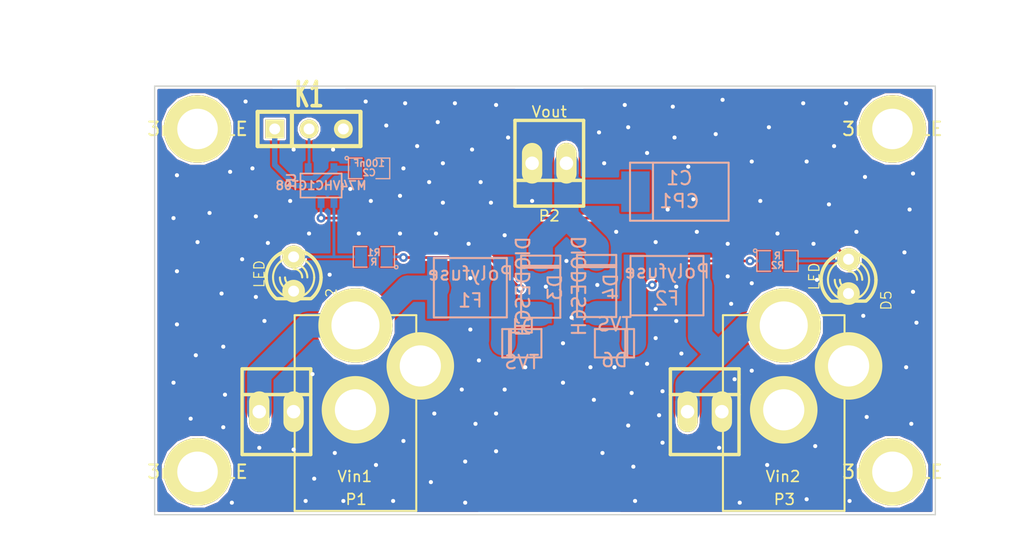
<source format=kicad_pcb>
(kicad_pcb (version 3) (host pcbnew "(22-Jun-2014 BZR 4027)-stable")

  (general
    (links 34)
    (no_connects 0)
    (area 131.700002 122.880001 211.835 165.895)
    (thickness 1.6)
    (drawings 12)
    (tracks 552)
    (zones 0)
    (modules 23)
    (nets 11)
  )

  (page A3)
  (title_block 
    (rev 1)
    (company "Radio Helsinki: RedunDC")
  )

  (layers
    (15 F.Cu signal)
    (0 B.Cu signal)
    (16 B.Adhes user)
    (17 F.Adhes user)
    (18 B.Paste user)
    (19 F.Paste user)
    (20 B.SilkS user)
    (21 F.SilkS user)
    (22 B.Mask user)
    (23 F.Mask user)
    (24 Dwgs.User user)
    (25 Cmts.User user)
    (26 Eco1.User user)
    (27 Eco2.User user)
    (28 Edge.Cuts user)
  )

  (setup
    (last_trace_width 0.2032)
    (user_trace_width 0.2032)
    (user_trace_width 0.3988)
    (user_trace_width 0.701)
    (user_trace_width 1.0008)
    (user_trace_width 1.8009)
    (trace_clearance 0.1524)
    (zone_clearance 0.1524)
    (zone_45_only no)
    (trace_min 0.1524)
    (segment_width 0.2)
    (edge_width 0.1)
    (via_size 0.6502)
    (via_drill 0.3023)
    (via_min_size 0.5004)
    (via_min_drill 0.3023)
    (user_via 0.6502 0.3023)
    (user_via 0.7493 0.3988)
    (user_via 0.95 0.3988)
    (user_via 1.1989 0.4496)
    (user_via 1.999 0.5004)
    (uvia_size 0.508)
    (uvia_drill 0.127)
    (uvias_allowed no)
    (uvia_min_size 0.508)
    (uvia_min_drill 0.127)
    (pcb_text_width 0.3)
    (pcb_text_size 1.5 1.5)
    (mod_edge_width 0.15)
    (mod_text_size 1 1)
    (mod_text_width 0.15)
    (pad_size 5 5)
    (pad_drill 3)
    (pad_to_mask_clearance 0)
    (aux_axis_origin 0 0)
    (visible_elements FFFFFFFF)
    (pcbplotparams
      (layerselection 3178497)
      (usegerberextensions true)
      (excludeedgelayer true)
      (linewidth 0.150000)
      (plotframeref false)
      (viasonmask false)
      (mode 1)
      (useauxorigin false)
      (hpglpennumber 1)
      (hpglpenspeed 20)
      (hpglpendiameter 15)
      (hpglpenoverlay 2)
      (psnegative false)
      (psa4output false)
      (plotreference true)
      (plotvalue true)
      (plotothertext true)
      (plotinvisibletext false)
      (padsonsilk false)
      (subtractmaskfromsilk false)
      (outputformat 1)
      (mirror false)
      (drillshape 1)
      (scaleselection 1)
      (outputdirectory ""))
  )

  (net 0 "")
  (net 1 GND)
  (net 2 N-000001)
  (net 3 N-0000010)
  (net 4 N-000002)
  (net 5 N-000003)
  (net 6 N-000004)
  (net 7 N-000006)
  (net 8 N-000008)
  (net 9 N-000009)
  (net 10 VCC)

  (net_class Default "Dies ist die voreingestellte Netzklasse."
    (clearance 0.1524)
    (trace_width 0.2032)
    (via_dia 0.6502)
    (via_drill 0.3023)
    (uvia_dia 0.508)
    (uvia_drill 0.127)
    (add_net "")
    (add_net GND)
    (add_net N-000001)
    (add_net N-0000010)
    (add_net N-000002)
    (add_net N-000003)
    (add_net N-000004)
    (add_net N-000006)
    (add_net N-000008)
    (add_net N-000009)
    (add_net VCC)
  )

  (module SOT23-5 (layer B.Cu) (tedit 4ECF78EF) (tstamp 551B1D04)
    (at 155.829 136.271 180)
    (path /551AE3F4)
    (attr smd)
    (fp_text reference U1 (at 2.19964 0.29972 450) (layer B.SilkS)
      (effects (font (size 0.635 0.635) (thickness 0.127)) (justify mirror))
    )
    (fp_text value M74VHC1GT08 (at 0 0 180) (layer B.SilkS)
      (effects (font (size 0.635 0.635) (thickness 0.127)) (justify mirror))
    )
    (fp_line (start 1.524 0.889) (end 1.524 -0.889) (layer B.SilkS) (width 0.127))
    (fp_line (start 1.524 -0.889) (end -1.524 -0.889) (layer B.SilkS) (width 0.127))
    (fp_line (start -1.524 -0.889) (end -1.524 0.889) (layer B.SilkS) (width 0.127))
    (fp_line (start -1.524 0.889) (end 1.524 0.889) (layer B.SilkS) (width 0.127))
    (pad 1 smd rect (at -0.9525 -1.27 180) (size 0.508 0.762)
      (layers B.Cu B.Paste B.Mask)
      (net 9 N-000009)
    )
    (pad 3 smd rect (at 0.9525 -1.27 180) (size 0.508 0.762)
      (layers B.Cu B.Paste B.Mask)
      (net 1 GND)
    )
    (pad 5 smd rect (at -0.9525 1.27 180) (size 0.508 0.762)
      (layers B.Cu B.Paste B.Mask)
      (net 10 VCC)
    )
    (pad 2 smd rect (at 0 -1.27 180) (size 0.508 0.762)
      (layers B.Cu B.Paste B.Mask)
      (net 8 N-000008)
    )
    (pad 4 smd rect (at 0.9525 1.27 180) (size 0.508 0.762)
      (layers B.Cu B.Paste B.Mask)
      (net 7 N-000006)
    )
    (model smd/SOT23_5.wrl
      (at (xyz 0 0 0))
      (scale (xyz 0.1 0.1 0.1))
      (rotate (xyz 0 0 0))
    )
  )

  (module SOD123W (layer B.Cu) (tedit 551B1C00) (tstamp 551B1D10)
    (at 170.688 147.955 180)
    (path /551ADF4F)
    (fp_text reference D1 (at 0 1.25 180) (layer B.SilkS)
      (effects (font (size 1 1) (thickness 0.15)) (justify mirror))
    )
    (fp_text value TVS (at 0 -1.4 180) (layer B.SilkS)
      (effects (font (size 1 1) (thickness 0.15)) (justify mirror))
    )
    (fp_line (start 0.8 1.05) (end 0.8 -1.05) (layer B.SilkS) (width 0.15))
    (fp_line (start 0.95 1.05) (end 0.95 -1.05) (layer B.SilkS) (width 0.15))
    (fp_line (start -1.45 1.05) (end 1.45 1.05) (layer B.SilkS) (width 0.15))
    (fp_line (start 1.45 1.05) (end 1.45 -1.05) (layer B.SilkS) (width 0.15))
    (fp_line (start 1.45 -1.05) (end -1.45 -1.05) (layer B.SilkS) (width 0.15))
    (fp_line (start -1.45 -1.05) (end -1.45 1.05) (layer B.SilkS) (width 0.15))
    (pad 1 smd rect (at -1.4 0 180) (size 1.2 1.2)
      (layers B.Cu B.Paste B.Mask)
      (net 1 GND)
    )
    (pad 2 smd rect (at 1.4 0 180) (size 1.2 1.2)
      (layers B.Cu B.Paste B.Mask)
      (net 2 N-000001)
    )
  )

  (module SOD123W (layer B.Cu) (tedit 551B1C00) (tstamp 551B1D1C)
    (at 177.546 147.955)
    (path /551ADF85)
    (fp_text reference D6 (at 0 1.25) (layer B.SilkS)
      (effects (font (size 1 1) (thickness 0.15)) (justify mirror))
    )
    (fp_text value TVS (at 0 -1.4) (layer B.SilkS)
      (effects (font (size 1 1) (thickness 0.15)) (justify mirror))
    )
    (fp_line (start 0.8 1.05) (end 0.8 -1.05) (layer B.SilkS) (width 0.15))
    (fp_line (start 0.95 1.05) (end 0.95 -1.05) (layer B.SilkS) (width 0.15))
    (fp_line (start -1.45 1.05) (end 1.45 1.05) (layer B.SilkS) (width 0.15))
    (fp_line (start 1.45 1.05) (end 1.45 -1.05) (layer B.SilkS) (width 0.15))
    (fp_line (start 1.45 -1.05) (end -1.45 -1.05) (layer B.SilkS) (width 0.15))
    (fp_line (start -1.45 -1.05) (end -1.45 1.05) (layer B.SilkS) (width 0.15))
    (pad 1 smd rect (at -1.4 0) (size 1.2 1.2)
      (layers B.Cu B.Paste B.Mask)
      (net 1 GND)
    )
    (pad 2 smd rect (at 1.4 0) (size 1.2 1.2)
      (layers B.Cu B.Paste B.Mask)
      (net 3 N-0000010)
    )
  )

  (module SM2917POL (layer B.Cu) (tedit 551B1470) (tstamp 551B1D27)
    (at 182.3466 136.7282)
    (path /551AE068)
    (fp_text reference C1 (at 0 -1) (layer B.SilkS)
      (effects (font (size 1 1) (thickness 0.15)) (justify mirror))
    )
    (fp_text value CP1 (at 0 0.7) (layer B.SilkS)
      (effects (font (size 1 1) (thickness 0.15)) (justify mirror))
    )
    (fp_line (start -1.95 2.15) (end -1.95 -2.15) (layer B.SilkS) (width 0.15))
    (fp_line (start -3.65 2.15) (end 3.65 2.15) (layer B.SilkS) (width 0.15))
    (fp_line (start 3.65 2.15) (end 3.65 -2.15) (layer B.SilkS) (width 0.15))
    (fp_line (start 3.65 -2.15) (end -3.65 -2.15) (layer B.SilkS) (width 0.15))
    (fp_line (start -3.65 -2.15) (end -3.65 2.15) (layer B.SilkS) (width 0.15))
    (pad 1 smd rect (at -3.25 0) (size 2.1 3)
      (layers B.Cu B.Paste B.Mask)
      (net 5 N-000003)
    )
    (pad 2 smd rect (at 3.25 0) (size 2.1 3)
      (layers B.Cu B.Paste B.Mask)
      (net 1 GND)
    )
  )

  (module SM0805 (layer B.Cu) (tedit 5091495C) (tstamp 551B1D34)
    (at 159.385 135.001)
    (path /551AE174)
    (attr smd)
    (fp_text reference C2 (at 0 0.3175) (layer B.SilkS)
      (effects (font (size 0.50038 0.50038) (thickness 0.10922)) (justify mirror))
    )
    (fp_text value 100nF (at 0 -0.381) (layer B.SilkS)
      (effects (font (size 0.50038 0.50038) (thickness 0.10922)) (justify mirror))
    )
    (fp_circle (center -1.651 -0.762) (end -1.651 -0.635) (layer B.SilkS) (width 0.09906))
    (fp_line (start -0.508 -0.762) (end -1.524 -0.762) (layer B.SilkS) (width 0.09906))
    (fp_line (start -1.524 -0.762) (end -1.524 0.762) (layer B.SilkS) (width 0.09906))
    (fp_line (start -1.524 0.762) (end -0.508 0.762) (layer B.SilkS) (width 0.09906))
    (fp_line (start 0.508 0.762) (end 1.524 0.762) (layer B.SilkS) (width 0.09906))
    (fp_line (start 1.524 0.762) (end 1.524 -0.762) (layer B.SilkS) (width 0.09906))
    (fp_line (start 1.524 -0.762) (end 0.508 -0.762) (layer B.SilkS) (width 0.09906))
    (pad 1 smd rect (at -0.9525 0) (size 0.889 1.397)
      (layers B.Cu B.Paste B.Mask)
      (net 10 VCC)
    )
    (pad 2 smd rect (at 0.9525 0) (size 0.889 1.397)
      (layers B.Cu B.Paste B.Mask)
      (net 1 GND)
    )
    (model smd/chip_cms.wrl
      (at (xyz 0 0 0))
      (scale (xyz 0.1 0.1 0.1))
      (rotate (xyz 0 0 0))
    )
  )

  (module SM0805 (layer B.Cu) (tedit 5091495C) (tstamp 551B1D41)
    (at 189.611 141.859)
    (path /551ADFF8)
    (attr smd)
    (fp_text reference R2 (at 0 0.3175) (layer B.SilkS)
      (effects (font (size 0.50038 0.50038) (thickness 0.10922)) (justify mirror))
    )
    (fp_text value R (at 0 -0.381) (layer B.SilkS)
      (effects (font (size 0.50038 0.50038) (thickness 0.10922)) (justify mirror))
    )
    (fp_circle (center -1.651 -0.762) (end -1.651 -0.635) (layer B.SilkS) (width 0.09906))
    (fp_line (start -0.508 -0.762) (end -1.524 -0.762) (layer B.SilkS) (width 0.09906))
    (fp_line (start -1.524 -0.762) (end -1.524 0.762) (layer B.SilkS) (width 0.09906))
    (fp_line (start -1.524 0.762) (end -0.508 0.762) (layer B.SilkS) (width 0.09906))
    (fp_line (start 0.508 0.762) (end 1.524 0.762) (layer B.SilkS) (width 0.09906))
    (fp_line (start 1.524 0.762) (end 1.524 -0.762) (layer B.SilkS) (width 0.09906))
    (fp_line (start 1.524 -0.762) (end 0.508 -0.762) (layer B.SilkS) (width 0.09906))
    (pad 1 smd rect (at -0.9525 0) (size 0.889 1.397)
      (layers B.Cu B.Paste B.Mask)
      (net 3 N-0000010)
    )
    (pad 2 smd rect (at 0.9525 0) (size 0.889 1.397)
      (layers B.Cu B.Paste B.Mask)
      (net 8 N-000008)
    )
    (model smd/chip_cms.wrl
      (at (xyz 0 0 0))
      (scale (xyz 0.1 0.1 0.1))
      (rotate (xyz 0 0 0))
    )
  )

  (module SM0805 (layer B.Cu) (tedit 5091495C) (tstamp 551B1D4E)
    (at 159.7406 141.5542 180)
    (path /551AE015)
    (attr smd)
    (fp_text reference R1 (at 0 0.3175 180) (layer B.SilkS)
      (effects (font (size 0.50038 0.50038) (thickness 0.10922)) (justify mirror))
    )
    (fp_text value R (at 0 -0.381 180) (layer B.SilkS)
      (effects (font (size 0.50038 0.50038) (thickness 0.10922)) (justify mirror))
    )
    (fp_circle (center -1.651 -0.762) (end -1.651 -0.635) (layer B.SilkS) (width 0.09906))
    (fp_line (start -0.508 -0.762) (end -1.524 -0.762) (layer B.SilkS) (width 0.09906))
    (fp_line (start -1.524 -0.762) (end -1.524 0.762) (layer B.SilkS) (width 0.09906))
    (fp_line (start -1.524 0.762) (end -0.508 0.762) (layer B.SilkS) (width 0.09906))
    (fp_line (start 0.508 0.762) (end 1.524 0.762) (layer B.SilkS) (width 0.09906))
    (fp_line (start 1.524 0.762) (end 1.524 -0.762) (layer B.SilkS) (width 0.09906))
    (fp_line (start 1.524 -0.762) (end 0.508 -0.762) (layer B.SilkS) (width 0.09906))
    (pad 1 smd rect (at -0.9525 0 180) (size 0.889 1.397)
      (layers B.Cu B.Paste B.Mask)
      (net 2 N-000001)
    )
    (pad 2 smd rect (at 0.9525 0 180) (size 0.889 1.397)
      (layers B.Cu B.Paste B.Mask)
      (net 9 N-000009)
    )
    (model smd/chip_cms.wrl
      (at (xyz 0 0 0))
      (scale (xyz 0.1 0.1 0.1))
      (rotate (xyz 0 0 0))
    )
  )

  (module SIL-3 (layer F.Cu) (tedit 200000) (tstamp 551B1D5A)
    (at 154.94 132.08)
    (descr "Connecteur 3 pins")
    (tags "CONN DEV")
    (path /551AE11C)
    (fp_text reference K1 (at 0 -2.54) (layer F.SilkS)
      (effects (font (size 1.7907 1.07696) (thickness 0.3048)))
    )
    (fp_text value STATUS (at 0 -2.54) (layer F.SilkS) hide
      (effects (font (size 1.524 1.016) (thickness 0.3048)))
    )
    (fp_line (start -3.81 1.27) (end -3.81 -1.27) (layer F.SilkS) (width 0.3048))
    (fp_line (start -3.81 -1.27) (end 3.81 -1.27) (layer F.SilkS) (width 0.3048))
    (fp_line (start 3.81 -1.27) (end 3.81 1.27) (layer F.SilkS) (width 0.3048))
    (fp_line (start 3.81 1.27) (end -3.81 1.27) (layer F.SilkS) (width 0.3048))
    (fp_line (start -1.27 -1.27) (end -1.27 1.27) (layer F.SilkS) (width 0.3048))
    (pad 1 thru_hole rect (at -2.54 0) (size 1.397 1.397) (drill 0.8128)
      (layers *.Cu *.Mask F.SilkS)
      (net 10 VCC)
    )
    (pad 2 thru_hole circle (at 0 0) (size 1.397 1.397) (drill 0.8128)
      (layers *.Cu *.Mask F.SilkS)
      (net 7 N-000006)
    )
    (pad 3 thru_hole circle (at 2.54 0) (size 1.397 1.397) (drill 0.8128)
      (layers *.Cu *.Mask F.SilkS)
      (net 1 GND)
    )
  )

  (module LF2016L (layer B.Cu) (tedit 551B1747) (tstamp 551B1D82)
    (at 166.878 143.8402)
    (path /551ADEE0)
    (fp_text reference F1 (at 0 0.95) (layer B.SilkS)
      (effects (font (size 1 1) (thickness 0.15)) (justify mirror))
    )
    (fp_text value Polyfuse (at 0 -1.05) (layer B.SilkS)
      (effects (font (size 1 1) (thickness 0.15)) (justify mirror))
    )
    (fp_line (start -2.7 2.2) (end 2.7 2.2) (layer B.SilkS) (width 0.15))
    (fp_line (start 2.7 2.2) (end 2.7 -2.2) (layer B.SilkS) (width 0.15))
    (fp_line (start 2.7 -2.2) (end -2.7 -2.2) (layer B.SilkS) (width 0.15))
    (fp_line (start -2.7 -2.2) (end -2.7 2.2) (layer B.SilkS) (width 0.15))
    (pad 1 smd rect (at -2.45 0) (size 1.5 4.6)
      (layers B.Cu B.Paste B.Mask)
      (net 6 N-000004)
    )
    (pad 2 smd rect (at 2.45 0) (size 1.5 4.6)
      (layers B.Cu B.Paste B.Mask)
      (net 2 N-000001)
    )
  )

  (module LF2016L (layer B.Cu) (tedit 551B1747) (tstamp 551B1D8C)
    (at 181.4322 143.6878)
    (path /551ADED1)
    (fp_text reference F2 (at 0 0.95) (layer B.SilkS)
      (effects (font (size 1 1) (thickness 0.15)) (justify mirror))
    )
    (fp_text value Polyfuse (at 0 -1.05) (layer B.SilkS)
      (effects (font (size 1 1) (thickness 0.15)) (justify mirror))
    )
    (fp_line (start -2.7 2.2) (end 2.7 2.2) (layer B.SilkS) (width 0.15))
    (fp_line (start 2.7 2.2) (end 2.7 -2.2) (layer B.SilkS) (width 0.15))
    (fp_line (start 2.7 -2.2) (end -2.7 -2.2) (layer B.SilkS) (width 0.15))
    (fp_line (start -2.7 -2.2) (end -2.7 2.2) (layer B.SilkS) (width 0.15))
    (pad 1 smd rect (at -2.45 0) (size 1.5 4.6)
      (layers B.Cu B.Paste B.Mask)
      (net 3 N-0000010)
    )
    (pad 2 smd rect (at 2.45 0) (size 1.5 4.6)
      (layers B.Cu B.Paste B.Mask)
      (net 4 N-000002)
    )
  )

  (module LED-3MM (layer F.Cu) (tedit 50ADE848) (tstamp 551B1DA5)
    (at 153.797 142.8242 270)
    (descr "LED 3mm - Lead pitch 100mil (2,54mm)")
    (tags "LED led 3mm 3MM 100mil 2,54mm")
    (path /551AE00F)
    (fp_text reference D2 (at 1.778 -2.794 270) (layer F.SilkS)
      (effects (font (size 0.762 0.762) (thickness 0.0889)))
    )
    (fp_text value LED (at 0 2.54 270) (layer F.SilkS)
      (effects (font (size 0.762 0.762) (thickness 0.0889)))
    )
    (fp_line (start 1.8288 1.27) (end 1.8288 -1.27) (layer F.SilkS) (width 0.254))
    (fp_arc (start 0.254 0) (end -1.27 0) (angle 39.8) (layer F.SilkS) (width 0.1524))
    (fp_arc (start 0.254 0) (end -0.88392 1.01092) (angle 41.6) (layer F.SilkS) (width 0.1524))
    (fp_arc (start 0.254 0) (end 1.4097 -0.9906) (angle 40.6) (layer F.SilkS) (width 0.1524))
    (fp_arc (start 0.254 0) (end 1.778 0) (angle 39.8) (layer F.SilkS) (width 0.1524))
    (fp_arc (start 0.254 0) (end 0.254 -1.524) (angle 54.4) (layer F.SilkS) (width 0.1524))
    (fp_arc (start 0.254 0) (end -0.9652 -0.9144) (angle 53.1) (layer F.SilkS) (width 0.1524))
    (fp_arc (start 0.254 0) (end 1.45542 0.93472) (angle 52.1) (layer F.SilkS) (width 0.1524))
    (fp_arc (start 0.254 0) (end 0.254 1.524) (angle 52.1) (layer F.SilkS) (width 0.1524))
    (fp_arc (start 0.254 0) (end -0.381 0) (angle 90) (layer F.SilkS) (width 0.1524))
    (fp_arc (start 0.254 0) (end -0.762 0) (angle 90) (layer F.SilkS) (width 0.1524))
    (fp_arc (start 0.254 0) (end 0.889 0) (angle 90) (layer F.SilkS) (width 0.1524))
    (fp_arc (start 0.254 0) (end 1.27 0) (angle 90) (layer F.SilkS) (width 0.1524))
    (fp_arc (start 0.254 0) (end 0.254 -2.032) (angle 50.1) (layer F.SilkS) (width 0.254))
    (fp_arc (start 0.254 0) (end -1.5367 -0.95504) (angle 61.9) (layer F.SilkS) (width 0.254))
    (fp_arc (start 0.254 0) (end 1.8034 1.31064) (angle 49.7) (layer F.SilkS) (width 0.254))
    (fp_arc (start 0.254 0) (end 0.254 2.032) (angle 60.2) (layer F.SilkS) (width 0.254))
    (fp_arc (start 0.254 0) (end -1.778 0) (angle 28.3) (layer F.SilkS) (width 0.254))
    (fp_arc (start 0.254 0) (end -1.47574 1.06426) (angle 31.6) (layer F.SilkS) (width 0.254))
    (pad 1 thru_hole circle (at -1.27 0 270) (size 1.6764 1.6764) (drill 0.8128)
      (layers *.Cu *.Mask F.SilkS)
      (net 9 N-000009)
    )
    (pad 2 thru_hole circle (at 1.27 0 270) (size 1.6764 1.6764) (drill 0.8128)
      (layers *.Cu *.Mask F.SilkS)
      (net 1 GND)
    )
    (model discret/leds/led3_vertical_verde.wrl
      (at (xyz 0 0 0))
      (scale (xyz 1 1 1))
      (rotate (xyz 0 0 0))
    )
  )

  (module LED-3MM (layer F.Cu) (tedit 50ADE848) (tstamp 551B1DBE)
    (at 194.8688 143.002 270)
    (descr "LED 3mm - Lead pitch 100mil (2,54mm)")
    (tags "LED led 3mm 3MM 100mil 2,54mm")
    (path /551ADFCB)
    (fp_text reference D5 (at 1.778 -2.794 270) (layer F.SilkS)
      (effects (font (size 0.762 0.762) (thickness 0.0889)))
    )
    (fp_text value LED (at 0 2.54 270) (layer F.SilkS)
      (effects (font (size 0.762 0.762) (thickness 0.0889)))
    )
    (fp_line (start 1.8288 1.27) (end 1.8288 -1.27) (layer F.SilkS) (width 0.254))
    (fp_arc (start 0.254 0) (end -1.27 0) (angle 39.8) (layer F.SilkS) (width 0.1524))
    (fp_arc (start 0.254 0) (end -0.88392 1.01092) (angle 41.6) (layer F.SilkS) (width 0.1524))
    (fp_arc (start 0.254 0) (end 1.4097 -0.9906) (angle 40.6) (layer F.SilkS) (width 0.1524))
    (fp_arc (start 0.254 0) (end 1.778 0) (angle 39.8) (layer F.SilkS) (width 0.1524))
    (fp_arc (start 0.254 0) (end 0.254 -1.524) (angle 54.4) (layer F.SilkS) (width 0.1524))
    (fp_arc (start 0.254 0) (end -0.9652 -0.9144) (angle 53.1) (layer F.SilkS) (width 0.1524))
    (fp_arc (start 0.254 0) (end 1.45542 0.93472) (angle 52.1) (layer F.SilkS) (width 0.1524))
    (fp_arc (start 0.254 0) (end 0.254 1.524) (angle 52.1) (layer F.SilkS) (width 0.1524))
    (fp_arc (start 0.254 0) (end -0.381 0) (angle 90) (layer F.SilkS) (width 0.1524))
    (fp_arc (start 0.254 0) (end -0.762 0) (angle 90) (layer F.SilkS) (width 0.1524))
    (fp_arc (start 0.254 0) (end 0.889 0) (angle 90) (layer F.SilkS) (width 0.1524))
    (fp_arc (start 0.254 0) (end 1.27 0) (angle 90) (layer F.SilkS) (width 0.1524))
    (fp_arc (start 0.254 0) (end 0.254 -2.032) (angle 50.1) (layer F.SilkS) (width 0.254))
    (fp_arc (start 0.254 0) (end -1.5367 -0.95504) (angle 61.9) (layer F.SilkS) (width 0.254))
    (fp_arc (start 0.254 0) (end 1.8034 1.31064) (angle 49.7) (layer F.SilkS) (width 0.254))
    (fp_arc (start 0.254 0) (end 0.254 2.032) (angle 60.2) (layer F.SilkS) (width 0.254))
    (fp_arc (start 0.254 0) (end -1.778 0) (angle 28.3) (layer F.SilkS) (width 0.254))
    (fp_arc (start 0.254 0) (end -1.47574 1.06426) (angle 31.6) (layer F.SilkS) (width 0.254))
    (pad 1 thru_hole circle (at -1.27 0 270) (size 1.6764 1.6764) (drill 0.8128)
      (layers *.Cu *.Mask F.SilkS)
      (net 8 N-000008)
    )
    (pad 2 thru_hole circle (at 1.27 0 270) (size 1.6764 1.6764) (drill 0.8128)
      (layers *.Cu *.Mask F.SilkS)
      (net 1 GND)
    )
    (model discret/leds/led3_vertical_verde.wrl
      (at (xyz 0 0 0))
      (scale (xyz 1 1 1))
      (rotate (xyz 0 0 0))
    )
  )

  (module DO-214AC (layer B.Cu) (tedit 551B1BF3) (tstamp 551B1DCA)
    (at 176.2252 143.7132 90)
    (path /551ADF6B)
    (fp_text reference D4 (at -0.05 1.05 90) (layer B.SilkS)
      (effects (font (size 1 1) (thickness 0.15)) (justify mirror))
    )
    (fp_text value DIODESCH (at 0 -1.3 90) (layer B.SilkS)
      (effects (font (size 1 1) (thickness 0.15)) (justify mirror))
    )
    (fp_line (start 1.4 -1.45) (end 1.4 1.45) (layer B.SilkS) (width 0.15))
    (fp_line (start 1.55 1.45) (end 1.55 -1.45) (layer B.SilkS) (width 0.15))
    (fp_line (start -2.3 1.45) (end 2.3 1.45) (layer B.SilkS) (width 0.15))
    (fp_line (start 2.3 1.45) (end 2.3 -1.45) (layer B.SilkS) (width 0.15))
    (fp_line (start 2.3 -1.45) (end -2.3 -1.45) (layer B.SilkS) (width 0.15))
    (fp_line (start -2.3 -1.45) (end -2.3 1.45) (layer B.SilkS) (width 0.15))
    (pad 1 smd rect (at -2.015 0 90) (size 1.4 1.64)
      (layers B.Cu B.Paste B.Mask)
      (net 3 N-0000010)
    )
    (pad 2 smd rect (at 2.015 0 90) (size 1.4 1.64)
      (layers B.Cu B.Paste B.Mask)
      (net 5 N-000003)
    )
  )

  (module DO-214AC (layer B.Cu) (tedit 551B1BF3) (tstamp 551B1DD6)
    (at 172.085 143.764 90)
    (path /551ADF5E)
    (fp_text reference D3 (at -0.05 1.05 90) (layer B.SilkS)
      (effects (font (size 1 1) (thickness 0.15)) (justify mirror))
    )
    (fp_text value DIODESCH (at 0 -1.3 90) (layer B.SilkS)
      (effects (font (size 1 1) (thickness 0.15)) (justify mirror))
    )
    (fp_line (start 1.4 -1.45) (end 1.4 1.45) (layer B.SilkS) (width 0.15))
    (fp_line (start 1.55 1.45) (end 1.55 -1.45) (layer B.SilkS) (width 0.15))
    (fp_line (start -2.3 1.45) (end 2.3 1.45) (layer B.SilkS) (width 0.15))
    (fp_line (start 2.3 1.45) (end 2.3 -1.45) (layer B.SilkS) (width 0.15))
    (fp_line (start 2.3 -1.45) (end -2.3 -1.45) (layer B.SilkS) (width 0.15))
    (fp_line (start -2.3 -1.45) (end -2.3 1.45) (layer B.SilkS) (width 0.15))
    (pad 1 smd rect (at -2.015 0 90) (size 1.4 1.64)
      (layers B.Cu B.Paste B.Mask)
      (net 2 N-000001)
    )
    (pad 2 smd rect (at 2.015 0 90) (size 1.4 1.64)
      (layers B.Cu B.Paste B.Mask)
      (net 5 N-000003)
    )
  )

  (module 3mmHOLE (layer F.Cu) (tedit 551B1F8C) (tstamp 551BDB62)
    (at 198.12 132.08)
    (fp_text reference 3mmHOLE (at 0 0) (layer F.SilkS)
      (effects (font (size 1 1) (thickness 0.15)))
    )
    (fp_text value VAL** (at 0 0) (layer F.SilkS)
      (effects (font (size 1 1) (thickness 0.15)))
    )
    (pad 1 thru_hole circle (at 0 0) (size 5 5) (drill 3)
      (layers *.Cu *.Mask F.SilkS)
    )
  )

  (module 3mmHOLE (layer F.Cu) (tedit 551B1F8C) (tstamp 551BDB6E)
    (at 146.685 132.08)
    (fp_text reference 3mmHOLE (at 0 0) (layer F.SilkS)
      (effects (font (size 1 1) (thickness 0.15)))
    )
    (fp_text value VAL** (at 0 0) (layer F.SilkS)
      (effects (font (size 1 1) (thickness 0.15)))
    )
    (pad 1 thru_hole circle (at 0 0) (size 5 5) (drill 3)
      (layers *.Cu *.Mask F.SilkS)
    )
  )

  (module 3mmHOLE (layer F.Cu) (tedit 551B1F8C) (tstamp 551BDB77)
    (at 146.685 157.48)
    (fp_text reference 3mmHOLE (at 0 0) (layer F.SilkS)
      (effects (font (size 1 1) (thickness 0.15)))
    )
    (fp_text value VAL** (at 0 0) (layer F.SilkS)
      (effects (font (size 1 1) (thickness 0.15)))
    )
    (pad 1 thru_hole circle (at 0 0) (size 5 5) (drill 3)
      (layers *.Cu *.Mask F.SilkS)
    )
  )

  (module 3mmHOLE (layer F.Cu) (tedit 551B1F8C) (tstamp 551BDB80)
    (at 198.12 157.48)
    (fp_text reference 3mmHOLE (at 0 0) (layer F.SilkS)
      (effects (font (size 1 1) (thickness 0.15)))
    )
    (fp_text value VAL** (at 0 0) (layer F.SilkS)
      (effects (font (size 1 1) (thickness 0.15)))
    )
    (pad 1 thru_hole circle (at 0 0) (size 5 5) (drill 3)
      (layers *.Cu *.Mask F.SilkS)
    )
  )

  (module rhlogo_copper-front_10mm (layer F.Cu) (tedit 0) (tstamp 551BFA87)
    (at 172.72 158.75)
    (fp_text reference G*** (at 0 1.69418) (layer F.SilkS) hide
      (effects (font (size 0.22098 0.22098) (thickness 0.04318)))
    )
    (fp_text value rhlogo_copper-front_10mm (at 0 -1.69418) (layer F.SilkS) hide
      (effects (font (size 0.22098 0.22098) (thickness 0.04318)))
    )
    (fp_poly (pts (xy 4.99872 1.58242) (xy 4.8387 1.58242) (xy 4.8387 1.4224) (xy 4.8387 -1.41224)
      (xy -2.2479 -1.41224) (xy -2.2479 1.4224) (xy 4.8387 1.4224) (xy 4.8387 1.58242)
      (xy -2.40538 1.58242) (xy -2.40538 1.4224) (xy -2.40538 -1.41224) (xy -4.826 -1.41224)
      (xy -4.826 1.4224) (xy -2.40538 1.4224) (xy -2.40538 1.58242) (xy -4.99872 1.58242)
      (xy -4.99872 -1.58242) (xy 4.99872 -1.58242) (xy 4.99872 1.58242) (xy 4.99872 1.58242)) (layer F.Cu) (width 0.00254))
    (fp_poly (pts (xy -2.52222 1.1176) (xy -2.52476 1.14808) (xy -2.54254 1.18364) (xy -2.57048 1.20904)
      (xy -2.5781 1.21412) (xy -2.62128 1.22936) (xy -2.67462 1.23444) (xy -2.72288 1.22936)
      (xy -2.7432 1.22174) (xy -2.77368 1.2065) (xy -2.81178 1.1811) (xy -2.85496 1.15062)
      (xy -2.8575 1.14808) (xy -2.91338 1.11252) (xy -2.98704 1.06426) (xy -3.0861 1.00838)
      (xy -3.20548 0.94234) (xy -3.34518 0.86614) (xy -3.44678 0.81026) (xy -3.63474 0.71374)
      (xy -3.77952 0.77978) (xy -3.89128 0.83312) (xy -4.0005 0.88646) (xy -4.1021 0.9398)
      (xy -4.19608 0.98806) (xy -4.27482 1.03124) (xy -4.33832 1.06934) (xy -4.3815 1.09982)
      (xy -4.38912 1.10236) (xy -4.44754 1.15062) (xy -4.49072 1.1811) (xy -4.5212 1.20396)
      (xy -4.54406 1.21666) (xy -4.56184 1.22428) (xy -4.57962 1.22682) (xy -4.59486 1.22682)
      (xy -4.64312 1.21666) (xy -4.6736 1.1938) (xy -4.68884 1.1557) (xy -4.68376 1.10998)
      (xy -4.65836 1.05918) (xy -4.65328 1.0541) (xy -4.63042 1.02616) (xy -4.59486 1.0033)
      (xy -4.54406 0.9779) (xy -4.47802 0.9525) (xy -4.43484 0.9398) (xy -4.39928 0.9271)
      (xy -4.34848 0.90678) (xy -4.28752 0.88138) (xy -4.21894 0.8509) (xy -4.14528 0.82042)
      (xy -4.07162 0.7874) (xy -3.99796 0.75438) (xy -3.93192 0.72136) (xy -3.87604 0.69596)
      (xy -3.83286 0.6731) (xy -3.80238 0.65786) (xy -3.79476 0.65024) (xy -3.80492 0.64262)
      (xy -3.8354 0.62738) (xy -3.88112 0.60198) (xy -3.93954 0.5715) (xy -4.01066 0.53594)
      (xy -4.07416 0.50546) (xy -4.17576 0.45466) (xy -4.25958 0.41656) (xy -4.32816 0.38608)
      (xy -4.38912 0.36322) (xy -4.43992 0.34544) (xy -4.47548 0.33528) (xy -4.53898 0.3175)
      (xy -4.5847 0.30226) (xy -4.61518 0.28448) (xy -4.63804 0.2667) (xy -4.67106 0.22352)
      (xy -4.67868 0.18542) (xy -4.6609 0.14986) (xy -4.64058 0.12954) (xy -4.60248 0.10414)
      (xy -4.5593 0.09398) (xy -4.5085 0.1016) (xy -4.45008 0.12192) (xy -4.3815 0.16002)
      (xy -4.29768 0.2159) (xy -4.27482 0.23368) (xy -4.20878 0.2794) (xy -4.15036 0.3175)
      (xy -4.09194 0.35306) (xy -4.03098 0.38862) (xy -3.95986 0.42418) (xy -3.8735 0.46482)
      (xy -3.7973 0.50038) (xy -3.73126 0.53086) (xy -3.683 0.55118) (xy -3.64744 0.56388)
      (xy -3.62458 0.56896) (xy -3.60426 0.56896) (xy -3.5941 0.56642) (xy -3.5687 0.55626)
      (xy -3.52298 0.53848) (xy -3.4671 0.51308) (xy -3.39852 0.4826) (xy -3.3274 0.44958)
      (xy -3.25628 0.41656) (xy -3.1877 0.38354) (xy -3.12928 0.3556) (xy -3.08356 0.3302)
      (xy -3.06578 0.32004) (xy -3.01752 0.2921) (xy -2.97434 0.26162) (xy -2.9464 0.23876)
      (xy -2.8702 0.17526) (xy -2.79654 0.12954) (xy -2.7305 0.09906) (xy -2.68224 0.08636)
      (xy -2.64414 0.08382) (xy -2.62128 0.0889) (xy -2.60096 0.10414) (xy -2.58572 0.12446)
      (xy -2.55778 0.17272) (xy -2.55524 0.21844) (xy -2.57556 0.25654) (xy -2.62128 0.28956)
      (xy -2.68732 0.32004) (xy -2.75082 0.33782) (xy -2.80924 0.35306) (xy -2.87274 0.37084)
      (xy -2.91846 0.38608) (xy -2.95402 0.40132) (xy -3.00482 0.42418) (xy -3.06832 0.45212)
      (xy -3.13944 0.4826) (xy -3.2131 0.51816) (xy -3.28676 0.55118) (xy -3.35026 0.58166)
      (xy -3.40614 0.6096) (xy -3.44424 0.62738) (xy -3.4798 0.64516) (xy -3.20294 0.78994)
      (xy -3.1115 0.83566) (xy -3.03784 0.87376) (xy -2.97688 0.9017) (xy -2.92354 0.92456)
      (xy -2.87528 0.94234) (xy -2.82956 0.95758) (xy -2.77876 0.97028) (xy -2.6797 1.00076)
      (xy -2.6035 1.03632) (xy -2.5527 1.07188) (xy -2.52476 1.11252) (xy -2.52222 1.1176)
      (xy -2.52222 1.1176)) (layer F.Cu) (width 0.00254))
    (fp_poly (pts (xy -3.00736 -0.74168) (xy -3.01244 -0.63246) (xy -3.03276 -0.5207) (xy -3.06832 -0.4064)
      (xy -3.11404 -0.29464) (xy -3.12674 -0.27432) (xy -3.13182 -0.25908) (xy -3.13182 -0.63754)
      (xy -3.13436 -0.70612) (xy -3.14198 -0.78232) (xy -3.15214 -0.84328) (xy -3.16992 -0.889)
      (xy -3.19532 -0.93218) (xy -3.23342 -0.97282) (xy -3.2385 -0.9779) (xy -3.30708 -1.03632)
      (xy -3.3782 -1.07696) (xy -3.45948 -1.09728) (xy -3.55346 -1.10236) (xy -3.66014 -1.08966)
      (xy -3.68554 -1.08712) (xy -3.7592 -1.07188) (xy -3.81254 -1.05918) (xy -3.85064 -1.0414)
      (xy -3.88366 -1.02108) (xy -3.9116 -0.99314) (xy -3.91414 -0.99314) (xy -3.95986 -0.92964)
      (xy -3.99796 -0.84836) (xy -4.02844 -0.74422) (xy -4.04368 -0.66548) (xy -4.07162 -0.52324)
      (xy -4.04114 -0.50292) (xy -3.99034 -0.46482) (xy -3.9624 -0.4318) (xy -3.95732 -0.39624)
      (xy -3.95732 -0.3937) (xy -3.95478 -0.3556) (xy -3.94462 -0.34036) (xy -3.93446 -0.32258)
      (xy -3.93192 -0.3048) (xy -3.937 -0.27178) (xy -3.94208 -0.254) (xy -3.9497 -0.21844)
      (xy -3.95224 -0.19558) (xy -3.94462 -0.18288) (xy -3.93192 -0.17272) (xy -3.90398 -0.1524)
      (xy -3.92938 -0.11938) (xy -3.94462 -0.09652) (xy -3.9497 -0.0762) (xy -3.93954 -0.04826)
      (xy -3.937 -0.04318) (xy -3.91414 -0.00254) (xy -3.88366 0.02794) (xy -3.88112 0.03048)
      (xy -3.85064 0.06604) (xy -3.84302 0.09652) (xy -3.8354 0.1524) (xy -3.81254 0.21082)
      (xy -3.77952 0.25908) (xy -3.76936 0.27178) (xy -3.74142 0.2921) (xy -3.71602 0.30226)
      (xy -3.67538 0.3048) (xy -3.66522 0.3048) (xy -3.61442 0.30226) (xy -3.556 0.29718)
      (xy -3.51282 0.2921) (xy -3.429 0.27686) (xy -3.4036 0.22098) (xy -3.38836 0.18288)
      (xy -3.37058 0.12954) (xy -3.35534 0.07112) (xy -3.3528 0.06096) (xy -3.31978 -0.05842)
      (xy -3.28676 -0.16256) (xy -3.2512 -0.25654) (xy -3.2131 -0.3429) (xy -3.175 -0.42672)
      (xy -3.1496 -0.50038) (xy -3.1369 -0.56642) (xy -3.13182 -0.63754) (xy -3.13182 -0.25908)
      (xy -3.15722 -0.20828) (xy -3.19024 -0.12446) (xy -3.22072 -0.03048) (xy -3.24866 0.06604)
      (xy -3.27406 0.1651) (xy -3.27914 0.1905) (xy -3.2893 0.23368) (xy -3.30454 0.2667)
      (xy -3.32994 0.29718) (xy -3.35788 0.32512) (xy -3.40614 0.36576) (xy -3.45186 0.3937)
      (xy -3.46964 0.40132) (xy -3.53568 0.41148) (xy -3.61188 0.41402) (xy -3.68808 0.4064)
      (xy -3.72618 0.39624) (xy -3.76936 0.38354) (xy -3.80746 0.37084) (xy -3.82016 0.36576)
      (xy -3.85064 0.3429) (xy -3.88112 0.30226) (xy -3.90906 0.24892) (xy -3.92938 0.1905)
      (xy -3.92938 0.18542) (xy -3.94208 0.1397) (xy -3.95986 0.10922) (xy -3.9878 0.08382)
      (xy -4.00812 0.06858) (xy -4.02336 0.04826) (xy -4.0386 0.01016) (xy -4.05384 -0.03302)
      (xy -4.06654 -0.08382) (xy -4.0767 -0.12954) (xy -4.0767 -0.15494) (xy -4.08178 -0.1905)
      (xy -4.09448 -0.23114) (xy -4.1021 -0.25146) (xy -4.11734 -0.28956) (xy -4.12496 -0.32258)
      (xy -4.12496 -0.33528) (xy -4.12496 -0.38608) (xy -4.13766 -0.42418) (xy -4.15798 -0.45212)
      (xy -4.17576 -0.47752) (xy -4.18592 -0.49784) (xy -4.18338 -0.52324) (xy -4.1783 -0.56134)
      (xy -4.16814 -0.61722) (xy -4.16052 -0.67818) (xy -4.15798 -0.70358) (xy -4.15036 -0.75184)
      (xy -4.1402 -0.81026) (xy -4.1275 -0.87122) (xy -4.12496 -0.88138) (xy -4.10972 -0.93472)
      (xy -4.09702 -0.97282) (xy -4.07924 -1.0033) (xy -4.0513 -1.03378) (xy -4.02844 -1.05664)
      (xy -3.9624 -1.11506) (xy -3.89636 -1.15824) (xy -3.8227 -1.18618) (xy -3.73888 -1.2065)
      (xy -3.63728 -1.21412) (xy -3.57378 -1.21412) (xy -3.46964 -1.21158) (xy -3.38836 -1.20396)
      (xy -3.31978 -1.18618) (xy -3.2639 -1.16332) (xy -3.26136 -1.16078) (xy -3.22326 -1.13284)
      (xy -3.17754 -1.0922) (xy -3.13182 -1.04648) (xy -3.08864 -0.99822) (xy -3.05562 -0.95504)
      (xy -3.03784 -0.9271) (xy -3.01498 -0.84074) (xy -3.00736 -0.74168) (xy -3.00736 -0.74168)) (layer F.Cu) (width 0.00254))
    (fp_poly (pts (xy 2.83464 0.18034) (xy 2.82956 0.20574) (xy 2.8067 0.22606) (xy 2.80162 0.2286)
      (xy 2.76352 0.25146) (xy 2.76352 0.67056) (xy 2.76352 0.78486) (xy 2.76352 0.87376)
      (xy 2.76098 0.94742) (xy 2.76098 1.0033) (xy 2.75844 1.04394) (xy 2.7559 1.07696)
      (xy 2.75336 1.09982) (xy 2.74828 1.1176) (xy 2.74066 1.13538) (xy 2.73558 1.14554)
      (xy 2.71018 1.18618) (xy 2.68478 1.20142) (xy 2.6543 1.1938) (xy 2.62382 1.1684)
      (xy 2.60096 1.13538) (xy 2.57302 1.08712) (xy 2.54508 1.016) (xy 2.51206 0.9271)
      (xy 2.47396 0.8128) (xy 2.46126 0.7747) (xy 2.44348 0.71882) (xy 2.42062 0.65532)
      (xy 2.39522 0.58674) (xy 2.36982 0.51816) (xy 2.34442 0.45466) (xy 2.3241 0.40132)
      (xy 2.30632 0.36068) (xy 2.29362 0.33782) (xy 2.29108 0.33528) (xy 2.29108 0.34544)
      (xy 2.29108 0.37846) (xy 2.29108 0.42926) (xy 2.29108 0.4953) (xy 2.29362 0.57404)
      (xy 2.29362 0.66294) (xy 2.29362 0.68326) (xy 2.29616 0.79756) (xy 2.29616 0.889)
      (xy 2.30124 0.96012) (xy 2.30378 1.01346) (xy 2.30886 1.05156) (xy 2.31648 1.0795)
      (xy 2.32664 1.09474) (xy 2.3368 1.10236) (xy 2.35204 1.1049) (xy 2.35204 1.1049)
      (xy 2.37744 1.11252) (xy 2.4003 1.13284) (xy 2.413 1.15824) (xy 2.413 1.17856)
      (xy 2.39776 1.18364) (xy 2.3622 1.18618) (xy 2.31648 1.18872) (xy 2.2606 1.19126)
      (xy 2.20472 1.18872) (xy 2.15392 1.18872) (xy 2.11074 1.18364) (xy 2.0828 1.17856)
      (xy 2.07772 1.17602) (xy 2.06248 1.14554) (xy 2.0701 1.11506) (xy 2.10058 1.08204)
      (xy 2.11074 1.07442) (xy 2.16154 1.03886) (xy 2.159 0.71882) (xy 2.15646 0.60198)
      (xy 2.15646 0.50546) (xy 2.15138 0.42926) (xy 2.1463 0.37084) (xy 2.14122 0.32766)
      (xy 2.13106 0.29464) (xy 2.11836 0.27432) (xy 2.10312 0.26162) (xy 2.10058 0.26162)
      (xy 2.06756 0.23622) (xy 2.05232 0.20066) (xy 2.04978 0.18034) (xy 2.04978 0.14732)
      (xy 2.17932 0.1397) (xy 2.23774 0.13462) (xy 2.27838 0.13462) (xy 2.30378 0.13716)
      (xy 2.3241 0.14478) (xy 2.34442 0.15494) (xy 2.35204 0.16002) (xy 2.3749 0.1778)
      (xy 2.39268 0.20066) (xy 2.41046 0.23876) (xy 2.43332 0.28956) (xy 2.44348 0.31242)
      (xy 2.46888 0.37846) (xy 2.49428 0.45212) (xy 2.5146 0.5207) (xy 2.52222 0.5461)
      (xy 2.55016 0.63246) (xy 2.57302 0.69596) (xy 2.5908 0.7366) (xy 2.6035 0.75692)
      (xy 2.60858 0.75946) (xy 2.61366 0.74422) (xy 2.61874 0.7112) (xy 2.61874 0.66294)
      (xy 2.62128 0.60452) (xy 2.62128 0.53848) (xy 2.62128 0.47244) (xy 2.61874 0.41148)
      (xy 2.61366 0.3556) (xy 2.61112 0.3302) (xy 2.60604 0.28702) (xy 2.59842 0.26162)
      (xy 2.58826 0.24638) (xy 2.56794 0.23876) (xy 2.56286 0.23876) (xy 2.52984 0.22098)
      (xy 2.51968 0.19558) (xy 2.53492 0.1651) (xy 2.54762 0.1524) (xy 2.5654 0.13462)
      (xy 2.58826 0.127) (xy 2.62128 0.12192) (xy 2.66192 0.12192) (xy 2.73812 0.127)
      (xy 2.79146 0.1397) (xy 2.82448 0.16002) (xy 2.83464 0.18034) (xy 2.83464 0.18034)) (layer F.Cu) (width 0.00254))
    (fp_poly (pts (xy -1.14046 1.143) (xy -1.15316 1.16586) (xy -1.1811 1.1811) (xy -1.22428 1.18872)
      (xy -1.2446 1.18872) (xy -1.27762 1.18618) (xy -1.32334 1.18364) (xy -1.3589 1.1811)
      (xy -1.4097 1.17602) (xy -1.44018 1.16332) (xy -1.4478 1.14554) (xy -1.43764 1.12014)
      (xy -1.41986 1.10236) (xy -1.38684 1.08712) (xy -1.3843 1.08458) (xy -1.34366 1.07188)
      (xy -1.34366 0.9017) (xy -1.34366 0.83312) (xy -1.3462 0.78232) (xy -1.34874 0.75184)
      (xy -1.35382 0.73152) (xy -1.36144 0.7239) (xy -1.38176 0.71882) (xy -1.41986 0.71374)
      (xy -1.47066 0.7112) (xy -1.52908 0.7112) (xy -1.67894 0.7112) (xy -1.6764 0.89916)
      (xy -1.6764 1.08712) (xy -1.63576 1.08966) (xy -1.6002 1.10236) (xy -1.57734 1.12522)
      (xy -1.5748 1.1557) (xy -1.57734 1.16078) (xy -1.58496 1.1684) (xy -1.60528 1.17348)
      (xy -1.64084 1.17602) (xy -1.69672 1.17856) (xy -1.72212 1.17856) (xy -1.78054 1.17856)
      (xy -1.83134 1.17602) (xy -1.8669 1.17348) (xy -1.88468 1.17094) (xy -1.89738 1.15316)
      (xy -1.90246 1.12776) (xy -1.89484 1.10236) (xy -1.87198 1.08712) (xy -1.8288 1.0795)
      (xy -1.81864 1.0795) (xy -1.80086 1.07696) (xy -1.79324 1.06934) (xy -1.79324 1.04648)
      (xy -1.79578 1.016) (xy -1.79832 0.98552) (xy -1.80086 0.93726) (xy -1.80086 0.87122)
      (xy -1.8034 0.78994) (xy -1.8034 0.70104) (xy -1.8034 0.60452) (xy -1.8034 0.58674)
      (xy -1.8034 0.22098) (xy -1.85166 0.21844) (xy -1.88468 0.21082) (xy -1.89992 0.19558)
      (xy -1.89992 0.1905) (xy -1.90246 0.16764) (xy -1.88976 0.14986) (xy -1.86436 0.1397)
      (xy -1.81864 0.13462) (xy -1.75514 0.13462) (xy -1.75006 0.13462) (xy -1.62306 0.13462)
      (xy -1.60782 0.17272) (xy -1.59766 0.20066) (xy -1.60274 0.2159) (xy -1.60528 0.2159)
      (xy -1.6256 0.2286) (xy -1.64338 0.2413) (xy -1.65354 0.254) (xy -1.66116 0.26924)
      (xy -1.66624 0.29718) (xy -1.66878 0.33782) (xy -1.67132 0.39624) (xy -1.67132 0.42164)
      (xy -1.6764 0.58166) (xy -1.51384 0.5842) (xy -1.4478 0.58674) (xy -1.40208 0.58674)
      (xy -1.36906 0.58166) (xy -1.35128 0.56642) (xy -1.34112 0.53848) (xy -1.33858 0.4953)
      (xy -1.33858 0.43434) (xy -1.33858 0.39116) (xy -1.33858 0.24638) (xy -1.37414 0.23114)
      (xy -1.4097 0.21082) (xy -1.43002 0.18288) (xy -1.43256 0.15494) (xy -1.43256 0.1524)
      (xy -1.41732 0.14478) (xy -1.3843 0.13716) (xy -1.34112 0.13208) (xy -1.29032 0.12954)
      (xy -1.24206 0.127) (xy -1.20142 0.12954) (xy -1.17602 0.13208) (xy -1.1684 0.13462)
      (xy -1.15316 0.16256) (xy -1.15824 0.1905) (xy -1.17856 0.2159) (xy -1.18364 0.21844)
      (xy -1.21412 0.23114) (xy -1.21412 0.6604) (xy -1.21412 0.7747) (xy -1.21412 0.86868)
      (xy -1.21412 0.9398) (xy -1.21412 0.99568) (xy -1.21158 1.03378) (xy -1.20904 1.06172)
      (xy -1.2065 1.0795) (xy -1.20142 1.08712) (xy -1.19634 1.0922) (xy -1.1938 1.0922)
      (xy -1.16078 1.10236) (xy -1.143 1.1303) (xy -1.14046 1.143) (xy -1.14046 1.143)) (layer F.Cu) (width 0.00254))
    (fp_poly (pts (xy 0.53594 0.84582) (xy 0.5334 0.89154) (xy 0.52832 0.94742) (xy 0.52324 1.00838)
      (xy 0.51562 1.0668) (xy 0.508 1.1176) (xy 0.50292 1.1557) (xy 0.49784 1.17856)
      (xy 0.4953 1.17856) (xy 0.4826 1.1811) (xy 0.44704 1.18364) (xy 0.39624 1.18618)
      (xy 0.33274 1.18618) (xy 0.26162 1.18872) (xy 0.18288 1.18872) (xy 0.10414 1.18618)
      (xy 0.02794 1.18618) (xy -0.0381 1.18364) (xy -0.09398 1.1811) (xy -0.09906 1.1811)
      (xy -0.1524 1.17348) (xy -0.18288 1.15824) (xy -0.18796 1.13284) (xy -0.17526 1.10744)
      (xy -0.15494 1.08712) (xy -0.12446 1.0795) (xy -0.1016 1.0795) (xy -0.05842 1.07442)
      (xy -0.02794 1.05918) (xy -0.01524 1.04902) (xy -0.00508 1.03886) (xy 0 1.02616)
      (xy 0.00508 1.01092) (xy 0.00762 0.98806) (xy 0.01016 0.94996) (xy 0.01016 0.89916)
      (xy 0.01016 0.83058) (xy 0.01016 0.78232) (xy 0.01016 0.69596) (xy 0.01016 0.60706)
      (xy 0.00762 0.52578) (xy 0.00508 0.45466) (xy 0.00254 0.41148) (xy 0 0.35306)
      (xy -0.00254 0.31496) (xy -0.00762 0.28956) (xy -0.01524 0.27686) (xy -0.02794 0.2667)
      (xy -0.0381 0.26162) (xy -0.07112 0.25146) (xy -0.1016 0.25146) (xy -0.13208 0.25146)
      (xy -0.16764 0.2413) (xy -0.19812 0.22606) (xy -0.21844 0.20828) (xy -0.22098 0.20066)
      (xy -0.21336 0.17526) (xy -0.20574 0.15748) (xy -0.20066 0.14986) (xy -0.1905 0.14224)
      (xy -0.17272 0.1397) (xy -0.14478 0.13462) (xy -0.1016 0.13462) (xy -0.04064 0.13462)
      (xy 0.02794 0.13462) (xy 0.12192 0.13462) (xy 0.19558 0.13462) (xy 0.24892 0.13716)
      (xy 0.28956 0.14224) (xy 0.31496 0.14986) (xy 0.33274 0.16002) (xy 0.3429 0.17018)
      (xy 0.34544 0.1778) (xy 0.35306 0.21082) (xy 0.34036 0.23622) (xy 0.3048 0.25146)
      (xy 0.25654 0.25908) (xy 0.22606 0.26162) (xy 0.2032 0.26416) (xy 0.18288 0.27178)
      (xy 0.17018 0.28448) (xy 0.16002 0.3048) (xy 0.1524 0.33782) (xy 0.14986 0.38354)
      (xy 0.14732 0.44704) (xy 0.14732 0.52578) (xy 0.14986 0.62738) (xy 0.14986 0.67818)
      (xy 0.14986 0.78232) (xy 0.1524 0.86614) (xy 0.1524 0.92964) (xy 0.15494 0.9779)
      (xy 0.15748 1.01092) (xy 0.16002 1.03378) (xy 0.1651 1.04648) (xy 0.17018 1.05664)
      (xy 0.17526 1.06172) (xy 0.2032 1.07188) (xy 0.24384 1.07696) (xy 0.2921 1.0795)
      (xy 0.34036 1.0795) (xy 0.381 1.07188) (xy 0.4064 1.06426) (xy 0.4064 1.06172)
      (xy 0.4191 1.03886) (xy 0.42672 0.99314) (xy 0.43434 0.9271) (xy 0.43434 0.92456)
      (xy 0.43942 0.85344) (xy 0.45212 0.80518) (xy 0.46736 0.7747) (xy 0.48768 0.762)
      (xy 0.508 0.762) (xy 0.52578 0.76962) (xy 0.5334 0.79248) (xy 0.53594 0.81534)
      (xy 0.53594 0.84582) (xy 0.53594 0.84582)) (layer F.Cu) (width 0.00254))
    (fp_poly (pts (xy 1.28016 0.93726) (xy 1.27508 1.00584) (xy 1.25476 1.06934) (xy 1.22174 1.12268)
      (xy 1.17094 1.16078) (xy 1.16078 1.16586) (xy 1.12014 1.17856) (xy 1.06172 1.18618)
      (xy 0.99314 1.18872) (xy 0.92456 1.18872) (xy 0.8636 1.18364) (xy 0.81788 1.17348)
      (xy 0.81026 1.17094) (xy 0.77216 1.15062) (xy 0.73152 1.12268) (xy 0.72898 1.12268)
      (xy 0.70358 1.10236) (xy 0.6858 1.0922) (xy 0.68326 1.0922) (xy 0.6731 1.10236)
      (xy 0.6604 1.12776) (xy 0.65786 1.13538) (xy 0.63754 1.16586) (xy 0.61976 1.17602)
      (xy 0.61722 1.17602) (xy 0.60198 1.16078) (xy 0.59182 1.12776) (xy 0.5842 1.08204)
      (xy 0.58166 1.02616) (xy 0.5842 0.96774) (xy 0.58928 0.91186) (xy 0.58928 0.91186)
      (xy 0.59944 0.86868) (xy 0.60706 0.84582) (xy 0.61722 0.83566) (xy 0.635 0.83312)
      (xy 0.67564 0.84074) (xy 0.70104 0.86106) (xy 0.71628 0.90424) (xy 0.71628 0.9144)
      (xy 0.72898 0.96774) (xy 0.7493 1.00584) (xy 0.78486 1.0414) (xy 0.81534 1.06426)
      (xy 0.84328 1.08458) (xy 0.86868 1.09728) (xy 0.89916 1.10236) (xy 0.9398 1.1049)
      (xy 0.97282 1.1049) (xy 1.07442 1.1049) (xy 1.12268 1.05664) (xy 1.15062 1.02616)
      (xy 1.16332 1.0033) (xy 1.16586 0.9779) (xy 1.16332 0.94996) (xy 1.15062 0.9017)
      (xy 1.12776 0.86106) (xy 1.08966 0.82296) (xy 1.03124 0.7874) (xy 0.95504 0.75438)
      (xy 0.8763 0.7239) (xy 0.81026 0.6985) (xy 0.75946 0.67056) (xy 0.71882 0.63754)
      (xy 0.67818 0.58928) (xy 0.65278 0.55372) (xy 0.62992 0.51816) (xy 0.61722 0.49022)
      (xy 0.6096 0.45466) (xy 0.60452 0.40894) (xy 0.60452 0.38862) (xy 0.59944 0.28702)
      (xy 0.65786 0.22606) (xy 0.70104 0.18288) (xy 0.74168 0.16002) (xy 0.7747 0.14732)
      (xy 0.8763 0.13462) (xy 0.9779 0.14478) (xy 1.0287 0.16002) (xy 1.1049 0.18542)
      (xy 1.13284 0.16002) (xy 1.15824 0.14224) (xy 1.1811 0.13462) (xy 1.20396 0.1397)
      (xy 1.22936 0.15748) (xy 1.24968 0.1778) (xy 1.2573 0.19558) (xy 1.25476 0.19812)
      (xy 1.24968 0.21844) (xy 1.24714 0.254) (xy 1.24206 0.30226) (xy 1.23952 0.3302)
      (xy 1.23698 0.38354) (xy 1.2319 0.4191) (xy 1.22682 0.43942) (xy 1.2192 0.44704)
      (xy 1.2065 0.45212) (xy 1.20396 0.45212) (xy 1.17348 0.4445) (xy 1.14046 0.42164)
      (xy 1.11506 0.39116) (xy 1.1049 0.36068) (xy 1.1049 0.35814) (xy 1.09474 0.32766)
      (xy 1.06426 0.2921) (xy 1.06172 0.28702) (xy 1.02362 0.26162) (xy 0.97536 0.24384)
      (xy 0.9144 0.23368) (xy 0.8509 0.23114) (xy 0.81788 0.23368) (xy 0.79502 0.24384)
      (xy 0.77216 0.2667) (xy 0.75438 0.28448) (xy 0.7239 0.33274) (xy 0.7112 0.37338)
      (xy 0.71882 0.41402) (xy 0.74422 0.46228) (xy 0.76708 0.49022) (xy 0.78994 0.5207)
      (xy 0.8128 0.54102) (xy 0.8382 0.56134) (xy 0.87122 0.57912) (xy 0.91948 0.60198)
      (xy 0.98298 0.63246) (xy 0.98298 0.63246) (xy 1.06934 0.6731) (xy 1.13792 0.70866)
      (xy 1.18618 0.74168) (xy 1.19888 0.75184) (xy 1.24206 0.80518) (xy 1.27 0.86868)
      (xy 1.28016 0.93726) (xy 1.28016 0.93726)) (layer F.Cu) (width 0.00254))
    (fp_poly (pts (xy 1.97358 0.2032) (xy 1.97104 0.21336) (xy 1.9558 0.22352) (xy 1.9304 0.2286)
      (xy 1.88468 0.23368) (xy 1.83134 0.23876) (xy 1.78562 0.2413) (xy 1.75006 0.24638)
      (xy 1.73228 0.25146) (xy 1.73228 0.25146) (xy 1.72974 0.2667) (xy 1.7272 0.30226)
      (xy 1.7272 0.35306) (xy 1.7272 0.4191) (xy 1.7272 0.49276) (xy 1.7272 0.57404)
      (xy 1.72974 0.65532) (xy 1.72974 0.7366) (xy 1.73228 0.81026) (xy 1.73736 0.87376)
      (xy 1.73736 0.889) (xy 1.74498 1.03886) (xy 1.78562 1.05918) (xy 1.82372 1.07442)
      (xy 1.8669 1.08204) (xy 1.87198 1.08204) (xy 1.91008 1.08966) (xy 1.9304 1.10744)
      (xy 1.93802 1.1176) (xy 1.94818 1.14808) (xy 1.94818 1.1684) (xy 1.9431 1.17602)
      (xy 1.93294 1.1811) (xy 1.91262 1.18364) (xy 1.88214 1.18618) (xy 1.83642 1.18872)
      (xy 1.77292 1.18872) (xy 1.68656 1.18872) (xy 1.65354 1.18872) (xy 1.55448 1.18872)
      (xy 1.47574 1.18872) (xy 1.41986 1.18618) (xy 1.37922 1.18364) (xy 1.35382 1.17856)
      (xy 1.34366 1.17348) (xy 1.32842 1.15062) (xy 1.3335 1.12268) (xy 1.35382 1.09982)
      (xy 1.3716 1.0922) (xy 1.40208 1.08458) (xy 1.44272 1.0795) (xy 1.4605 1.0795)
      (xy 1.50114 1.07696) (xy 1.53162 1.06426) (xy 1.55702 1.0414) (xy 1.59512 1.0033)
      (xy 1.59512 0.62484) (xy 1.59512 0.24384) (xy 1.5494 0.24384) (xy 1.5113 0.24384)
      (xy 1.46304 0.2413) (xy 1.4097 0.23622) (xy 1.40716 0.23622) (xy 1.3589 0.23114)
      (xy 1.33096 0.22606) (xy 1.31826 0.22098) (xy 1.31318 0.20828) (xy 1.31318 0.19558)
      (xy 1.31318 0.1778) (xy 1.31826 0.16256) (xy 1.32842 0.1524) (xy 1.34874 0.14478)
      (xy 1.37922 0.1397) (xy 1.42494 0.13462) (xy 1.48844 0.13462) (xy 1.56972 0.13462)
      (xy 1.6383 0.13462) (xy 1.72212 0.13462) (xy 1.79578 0.13462) (xy 1.86182 0.13716)
      (xy 1.91008 0.1397) (xy 1.94056 0.14224) (xy 1.94818 0.14224) (xy 1.96088 0.16002)
      (xy 1.97104 0.18542) (xy 1.97358 0.2032) (xy 1.97358 0.2032)) (layer F.Cu) (width 0.00254))
    (fp_poly (pts (xy 3.76936 1.15062) (xy 3.7592 1.1684) (xy 3.73634 1.17856) (xy 3.69824 1.18618)
      (xy 3.63728 1.18872) (xy 3.58394 1.19126) (xy 3.51536 1.18872) (xy 3.46964 1.18618)
      (xy 3.4417 1.17856) (xy 3.429 1.16586) (xy 3.429 1.143) (xy 3.43662 1.11252)
      (xy 3.43916 1.1049) (xy 3.44424 1.0795) (xy 3.44678 1.05918) (xy 3.43916 1.03378)
      (xy 3.42138 0.99822) (xy 3.40868 0.97282) (xy 3.3782 0.92202) (xy 3.34264 0.87376)
      (xy 3.31216 0.83566) (xy 3.28168 0.80772) (xy 3.2639 0.79502) (xy 3.2512 0.79502)
      (xy 3.2385 0.80518) (xy 3.2258 0.83566) (xy 3.21818 0.88138) (xy 3.21818 0.9017)
      (xy 3.21564 0.9652) (xy 3.21564 1.00838) (xy 3.22072 1.03886) (xy 3.23088 1.05918)
      (xy 3.2512 1.07442) (xy 3.27914 1.0922) (xy 3.31724 1.1176) (xy 3.33502 1.13792)
      (xy 3.33756 1.15824) (xy 3.33502 1.1684) (xy 3.32994 1.17602) (xy 3.3147 1.17856)
      (xy 3.2893 1.18364) (xy 3.2512 1.18364) (xy 3.19278 1.18618) (xy 3.13436 1.18618)
      (xy 3.05054 1.18872) (xy 2.98958 1.18618) (xy 2.95148 1.18364) (xy 2.93624 1.17856)
      (xy 2.93624 1.17856) (xy 2.9464 1.143) (xy 2.9718 1.10744) (xy 3.00482 1.08458)
      (xy 3.01244 1.0795) (xy 3.05308 1.0668) (xy 3.0607 0.89154) (xy 3.06324 0.8128)
      (xy 3.06324 0.72136) (xy 3.06324 0.62484) (xy 3.0607 0.5334) (xy 3.0607 0.51562)
      (xy 3.05054 0.31496) (xy 2.99212 0.26162) (xy 2.9591 0.23368) (xy 2.94386 0.21336)
      (xy 2.93878 0.20066) (xy 2.9464 0.18542) (xy 2.95148 0.1778) (xy 2.96926 0.15748)
      (xy 2.99466 0.14478) (xy 3.03022 0.13716) (xy 3.08356 0.13462) (xy 3.15468 0.13462)
      (xy 3.16738 0.13716) (xy 3.28422 0.1397) (xy 3.28422 0.18288) (xy 3.28168 0.21336)
      (xy 3.26898 0.2286) (xy 3.24612 0.23622) (xy 3.20802 0.24638) (xy 3.2004 0.36068)
      (xy 3.19532 0.43688) (xy 3.19532 0.50546) (xy 3.19786 0.55372) (xy 3.20294 0.58674)
      (xy 3.21056 0.5969) (xy 3.22326 0.58928) (xy 3.24866 0.56388) (xy 3.2766 0.52578)
      (xy 3.31216 0.48006) (xy 3.34772 0.4318) (xy 3.38074 0.37846) (xy 3.40868 0.33274)
      (xy 3.41884 0.31242) (xy 3.44424 0.26416) (xy 3.4544 0.23114) (xy 3.45186 0.2159)
      (xy 3.4417 0.19304) (xy 3.43916 0.17526) (xy 3.4417 0.15748) (xy 3.45948 0.14732)
      (xy 3.48996 0.1397) (xy 3.52806 0.13716) (xy 3.5814 0.13462) (xy 3.63728 0.13462)
      (xy 3.64236 0.13462) (xy 3.73888 0.1397) (xy 3.74396 0.1778) (xy 3.74396 0.20066)
      (xy 3.73634 0.2159) (xy 3.71602 0.22606) (xy 3.683 0.23876) (xy 3.64236 0.25146)
      (xy 3.61188 0.26416) (xy 3.60172 0.27178) (xy 3.59156 0.28448) (xy 3.57124 0.31496)
      (xy 3.54584 0.36068) (xy 3.51536 0.41148) (xy 3.48488 0.46736) (xy 3.4544 0.5207)
      (xy 3.42646 0.5715) (xy 3.40614 0.61214) (xy 3.3909 0.63754) (xy 3.38836 0.64516)
      (xy 3.39598 0.6604) (xy 3.41122 0.69088) (xy 3.43408 0.73152) (xy 3.44678 0.7493)
      (xy 3.47726 0.80264) (xy 3.51028 0.85852) (xy 3.53568 0.90932) (xy 3.53822 0.9144)
      (xy 3.57378 0.9779) (xy 3.60172 1.02108) (xy 3.62966 1.04902) (xy 3.66014 1.06934)
      (xy 3.6957 1.0795) (xy 3.73634 1.0922) (xy 3.75666 1.1049) (xy 3.76682 1.12522)
      (xy 3.76682 1.12522) (xy 3.76936 1.15062) (xy 3.76936 1.15062)) (layer F.Cu) (width 0.00254))
    (fp_poly (pts (xy 4.44246 0.1778) (xy 4.44246 0.20828) (xy 4.42214 0.2286) (xy 4.38404 0.23876)
      (xy 4.32816 0.24384) (xy 4.31038 0.24384) (xy 4.21386 0.24384) (xy 4.21132 0.38862)
      (xy 4.21132 0.55626) (xy 4.21386 0.70104) (xy 4.21894 0.82042) (xy 4.22402 0.91694)
      (xy 4.23164 0.98806) (xy 4.2418 1.03378) (xy 4.25196 1.05664) (xy 4.2545 1.05664)
      (xy 4.27228 1.06426) (xy 4.30784 1.07188) (xy 4.35102 1.0795) (xy 4.3942 1.08966)
      (xy 4.4196 1.09728) (xy 4.4323 1.10744) (xy 4.4323 1.12014) (xy 4.4323 1.14046)
      (xy 4.42976 1.1557) (xy 4.4196 1.16586) (xy 4.39928 1.17602) (xy 4.3688 1.1811)
      (xy 4.32054 1.18364) (xy 4.25704 1.18364) (xy 4.17322 1.18618) (xy 4.14274 1.18618)
      (xy 4.06146 1.18618) (xy 3.9878 1.18618) (xy 3.92684 1.18618) (xy 3.87858 1.18364)
      (xy 3.85064 1.18364) (xy 3.84556 1.1811) (xy 3.82778 1.17348) (xy 3.82016 1.15824)
      (xy 3.8227 1.1303) (xy 3.82524 1.08712) (xy 3.93954 1.07442) (xy 4.05384 1.06426)
      (xy 4.0513 0.66548) (xy 4.04622 0.26924) (xy 4.01066 0.26416) (xy 3.97764 0.25908)
      (xy 3.93192 0.254) (xy 3.8862 0.24892) (xy 3.84048 0.2413) (xy 3.81508 0.23622)
      (xy 3.80238 0.22606) (xy 3.7973 0.21336) (xy 3.7973 0.19304) (xy 3.80746 0.17526)
      (xy 3.82778 0.1651) (xy 3.8608 0.15494) (xy 3.9116 0.14732) (xy 3.98272 0.14478)
      (xy 4.07162 0.1397) (xy 4.09194 0.1397) (xy 4.19608 0.13716) (xy 4.2799 0.13716)
      (xy 4.3434 0.1397) (xy 4.38912 0.14478) (xy 4.4196 0.1524) (xy 4.43738 0.1651)
      (xy 4.44246 0.1778) (xy 4.44246 0.1778)) (layer F.Cu) (width 0.00254))
    (fp_poly (pts (xy -0.28194 0.41656) (xy -0.28702 0.43434) (xy -0.2921 0.4445) (xy -0.29718 0.44704)
      (xy -0.3302 0.44958) (xy -0.35814 0.42926) (xy -0.37846 0.38862) (xy -0.38608 0.35306)
      (xy -0.3937 0.29718) (xy -0.40386 0.26416) (xy -0.4191 0.24384) (xy -0.44196 0.23114)
      (xy -0.48006 0.22606) (xy -0.48006 0.22606) (xy -0.52578 0.22352) (xy -0.5842 0.21844)
      (xy -0.64008 0.2159) (xy -0.7366 0.21336) (xy -0.75438 0.27432) (xy -0.762 0.31496)
      (xy -0.76962 0.37084) (xy -0.77216 0.42926) (xy -0.77216 0.44196) (xy -0.77216 0.49784)
      (xy -0.76708 0.5334) (xy -0.75692 0.55372) (xy -0.73406 0.56134) (xy -0.69596 0.56388)
      (xy -0.67564 0.56388) (xy -0.61722 0.56388) (xy -0.6096 0.50038) (xy -0.60198 0.45466)
      (xy -0.58928 0.42926) (xy -0.5715 0.4191) (xy -0.54356 0.4191) (xy -0.508 0.42164)
      (xy -0.508 0.62484) (xy -0.508 0.70104) (xy -0.51054 0.75692) (xy -0.51308 0.79248)
      (xy -0.51562 0.81534) (xy -0.5207 0.82804) (xy -0.52832 0.83058) (xy -0.5588 0.8255)
      (xy -0.58166 0.8001) (xy -0.5969 0.75438) (xy -0.5969 0.7366) (xy -0.60452 0.6731)
      (xy -0.65024 0.6731) (xy -0.69088 0.67564) (xy -0.71882 0.68072) (xy -0.74168 0.69342)
      (xy -0.75692 0.71628) (xy -0.76708 0.75438) (xy -0.77216 0.80772) (xy -0.77724 0.88392)
      (xy -0.77978 0.92202) (xy -0.78232 0.98552) (xy -0.78232 1.0287) (xy -0.78232 1.0541)
      (xy -0.77724 1.0668) (xy -0.76962 1.06934) (xy -0.75184 1.06934) (xy -0.71628 1.07188)
      (xy -0.66294 1.07188) (xy -0.60452 1.07188) (xy -0.5969 1.07188) (xy -0.44196 1.07442)
      (xy -0.42926 1.03886) (xy -0.42164 1.0033) (xy -0.41656 0.96012) (xy -0.41656 0.94234)
      (xy -0.40894 0.89154) (xy -0.38354 0.86106) (xy -0.34544 0.84582) (xy -0.33528 0.84582)
      (xy -0.30988 0.8509) (xy -0.29464 0.8636) (xy -0.28702 0.889) (xy -0.28702 0.92964)
      (xy -0.2921 0.99314) (xy -0.29464 1.00076) (xy -0.29972 1.04902) (xy -0.3048 1.08712)
      (xy -0.31496 1.1176) (xy -0.32766 1.14046) (xy -0.34798 1.1557) (xy -0.381 1.16332)
      (xy -0.42672 1.17094) (xy -0.49022 1.17348) (xy -0.56896 1.17348) (xy -0.6731 1.17602)
      (xy -0.67564 1.17602) (xy -0.77724 1.17602) (xy -0.85852 1.17602) (xy -0.91948 1.17602)
      (xy -0.96266 1.17348) (xy -0.99314 1.17094) (xy -1.01346 1.16586) (xy -1.02362 1.16078)
      (xy -1.0414 1.14046) (xy -1.03632 1.12014) (xy -1.01346 1.10744) (xy -0.98298 1.1049)
      (xy -0.9398 1.09728) (xy -0.90932 1.07442) (xy -0.9017 1.0668) (xy -0.89662 1.05664)
      (xy -0.89154 1.04394) (xy -0.88646 1.02362) (xy -0.88392 0.99314) (xy -0.88392 0.9525)
      (xy -0.88138 0.89662) (xy -0.88138 0.82042) (xy -0.88138 0.72644) (xy -0.88138 0.66802)
      (xy -0.88392 0.55372) (xy -0.88392 0.46228) (xy -0.88392 0.39116) (xy -0.889 0.33782)
      (xy -0.89408 0.29972) (xy -0.9017 0.27178) (xy -0.91186 0.25654) (xy -0.92964 0.24892)
      (xy -0.94996 0.24384) (xy -0.97536 0.24384) (xy -0.9906 0.24384) (xy -1.0541 0.24384)
      (xy -1.0541 0.2032) (xy -1.05156 0.17018) (xy -1.0414 0.14986) (xy -1.03886 0.14986)
      (xy -1.02362 0.14478) (xy -0.98552 0.14224) (xy -0.9271 0.13716) (xy -0.85598 0.13462)
      (xy -0.76962 0.13208) (xy -0.67818 0.12954) (xy -0.33274 0.12446) (xy -0.31496 0.17018)
      (xy -0.3048 0.2032) (xy -0.29464 0.25146) (xy -0.28956 0.30734) (xy -0.28702 0.32766)
      (xy -0.28448 0.381) (xy -0.28194 0.41656) (xy -0.28194 0.41656)) (layer F.Cu) (width 0.00254))
    (fp_poly (pts (xy 1.92278 -0.65786) (xy 1.9177 -0.56896) (xy 1.90246 -0.48768) (xy 1.87198 -0.41402)
      (xy 1.83388 -0.34798) (xy 1.79832 -0.2921) (xy 1.79832 -0.70104) (xy 1.79832 -0.7366)
      (xy 1.79324 -0.77216) (xy 1.78308 -0.81788) (xy 1.78054 -0.82804) (xy 1.76276 -0.89662)
      (xy 1.74498 -0.94742) (xy 1.72466 -0.98552) (xy 1.69672 -1.01854) (xy 1.65862 -1.05156)
      (xy 1.651 -1.05664) (xy 1.58242 -1.10744) (xy 1.49606 -1.09982) (xy 1.44272 -1.09474)
      (xy 1.40462 -1.08458) (xy 1.37414 -1.0668) (xy 1.35128 -1.03886) (xy 1.3335 -0.99568)
      (xy 1.31572 -0.93472) (xy 1.30302 -0.88646) (xy 1.28778 -0.82296) (xy 1.27762 -0.77216)
      (xy 1.27254 -0.73406) (xy 1.27254 -0.69596) (xy 1.27508 -0.65532) (xy 1.28016 -0.60706)
      (xy 1.29032 -0.51562) (xy 1.30302 -0.4445) (xy 1.3208 -0.38862) (xy 1.34366 -0.34798)
      (xy 1.37414 -0.31242) (xy 1.41224 -0.28448) (xy 1.44018 -0.2667) (xy 1.46812 -0.25908)
      (xy 1.50622 -0.25908) (xy 1.52654 -0.26162) (xy 1.57226 -0.26924) (xy 1.6129 -0.2794)
      (xy 1.63068 -0.28702) (xy 1.65608 -0.30734) (xy 1.68402 -0.3429) (xy 1.7145 -0.38862)
      (xy 1.74244 -0.43688) (xy 1.75768 -0.46736) (xy 1.76276 -0.48514) (xy 1.77038 -0.52324)
      (xy 1.78054 -0.57404) (xy 1.78562 -0.60452) (xy 1.79578 -0.6604) (xy 1.79832 -0.70104)
      (xy 1.79832 -0.2921) (xy 1.79324 -0.28194) (xy 1.75768 -0.23368) (xy 1.72466 -0.20066)
      (xy 1.69164 -0.17272) (xy 1.651 -0.1524) (xy 1.63576 -0.14478) (xy 1.55956 -0.11684)
      (xy 1.48844 -0.11176) (xy 1.41732 -0.127) (xy 1.39954 -0.13208) (xy 1.32334 -0.17526)
      (xy 1.25984 -0.23114) (xy 1.21158 -0.30226) (xy 1.17348 -0.3937) (xy 1.14808 -0.50546)
      (xy 1.13538 -0.63754) (xy 1.13284 -0.65786) (xy 1.1303 -0.7239) (xy 1.1303 -0.76962)
      (xy 1.13284 -0.80518) (xy 1.13792 -0.83566) (xy 1.14554 -0.86868) (xy 1.16078 -0.90932)
      (xy 1.16332 -0.9144) (xy 1.20142 -1.00076) (xy 1.2446 -1.07442) (xy 1.29032 -1.13792)
      (xy 1.3335 -1.18364) (xy 1.35636 -1.19888) (xy 1.4224 -1.22428) (xy 1.49606 -1.22936)
      (xy 1.57734 -1.2192) (xy 1.65608 -1.1938) (xy 1.72974 -1.15316) (xy 1.79324 -1.10236)
      (xy 1.8034 -1.0922) (xy 1.84404 -1.03886) (xy 1.87198 -0.98298) (xy 1.89484 -0.91694)
      (xy 1.91008 -0.83566) (xy 1.9177 -0.76454) (xy 1.92278 -0.65786) (xy 1.92278 -0.65786)) (layer F.Cu) (width 0.00254))
    (fp_poly (pts (xy -1.1557 -0.21082) (xy -1.15824 -0.18542) (xy -1.17094 -0.1651) (xy -1.18364 -0.1524)
      (xy -1.20396 -0.14478) (xy -1.23698 -0.1397) (xy -1.28778 -0.13716) (xy -1.30048 -0.13462)
      (xy -1.36652 -0.13462) (xy -1.4097 -0.1397) (xy -1.43002 -0.14478) (xy -1.44018 -0.16256)
      (xy -1.44526 -0.19812) (xy -1.44526 -0.254) (xy -1.44526 -0.26162) (xy -1.45034 -0.35306)
      (xy -1.46812 -0.42926) (xy -1.4986 -0.49276) (xy -1.52908 -0.5334) (xy -1.55448 -0.56388)
      (xy -1.57734 -0.58166) (xy -1.60274 -0.58674) (xy -1.64084 -0.58928) (xy -1.64592 -0.58928)
      (xy -1.71958 -0.58928) (xy -1.71958 -0.47244) (xy -1.71958 -0.41402) (xy -1.72212 -0.35814)
      (xy -1.72466 -0.31242) (xy -1.7272 -0.30226) (xy -1.72974 -0.2667) (xy -1.7272 -0.25146)
      (xy -1.71704 -0.24384) (xy -1.7018 -0.24384) (xy -1.67386 -0.23876) (xy -1.64084 -0.2286)
      (xy -1.60528 -0.21336) (xy -1.57988 -0.19812) (xy -1.57226 -0.18542) (xy -1.58242 -0.16002)
      (xy -1.6129 -0.13716) (xy -1.61544 -0.13462) (xy -1.64338 -0.12954) (xy -1.68656 -0.12446)
      (xy -1.74244 -0.12446) (xy -1.8034 -0.12446) (xy -1.86436 -0.12954) (xy -1.88976 -0.13208)
      (xy -1.94056 -0.14478) (xy -1.97104 -0.16002) (xy -1.97866 -0.17526) (xy -1.96342 -0.19304)
      (xy -1.92532 -0.20828) (xy -1.92278 -0.20828) (xy -1.88468 -0.22098) (xy -1.85928 -0.23368)
      (xy -1.85166 -0.23876) (xy -1.84912 -0.254) (xy -1.84658 -0.2921) (xy -1.84404 -0.34544)
      (xy -1.8415 -0.41402) (xy -1.83896 -0.49276) (xy -1.83896 -0.57658) (xy -1.83896 -0.66548)
      (xy -1.83642 -0.75184) (xy -1.83642 -0.83566) (xy -1.83896 -0.91186) (xy -1.83896 -0.97536)
      (xy -1.8415 -1.02616) (xy -1.84404 -1.05664) (xy -1.84658 -1.06426) (xy -1.86182 -1.07442)
      (xy -1.89484 -1.0795) (xy -1.91008 -1.0795) (xy -1.94564 -1.08204) (xy -1.96596 -1.0922)
      (xy -1.9812 -1.11252) (xy -1.98628 -1.12268) (xy -1.99644 -1.15316) (xy -1.99898 -1.17094)
      (xy -1.99644 -1.17602) (xy -1.97866 -1.1811) (xy -1.93802 -1.18872) (xy -1.88214 -1.1938)
      (xy -1.81356 -1.19888) (xy -1.73736 -1.20142) (xy -1.6637 -1.20142) (xy -1.55448 -1.19888)
      (xy -1.46812 -1.18872) (xy -1.397 -1.17348) (xy -1.34112 -1.14808) (xy -1.2954 -1.11252)
      (xy -1.25984 -1.06934) (xy -1.22682 -1.01346) (xy -1.20904 -0.9652) (xy -1.2065 -0.90932)
      (xy -1.20904 -0.87122) (xy -1.2192 -0.81026) (xy -1.23444 -0.75946) (xy -1.26238 -0.7112)
      (xy -1.30302 -0.6604) (xy -1.32842 -0.62738) (xy -1.34366 -0.60198) (xy -1.34366 -0.89408)
      (xy -1.3462 -0.92202) (xy -1.36144 -0.95504) (xy -1.36652 -0.9652) (xy -1.397 -1.01346)
      (xy -1.43256 -1.04394) (xy -1.48082 -1.06172) (xy -1.54178 -1.07188) (xy -1.59512 -1.07442)
      (xy -1.69926 -1.07442) (xy -1.70688 -0.9144) (xy -1.70942 -0.8382) (xy -1.70942 -0.78486)
      (xy -1.70688 -0.75438) (xy -1.7018 -0.74422) (xy -1.68402 -0.74168) (xy -1.64846 -0.73914)
      (xy -1.6002 -0.73914) (xy -1.55448 -0.73914) (xy -1.49352 -0.74168) (xy -1.45542 -0.74422)
      (xy -1.43002 -0.7493) (xy -1.41224 -0.75692) (xy -1.39954 -0.76962) (xy -1.39192 -0.77978)
      (xy -1.36652 -0.81788) (xy -1.34874 -0.85852) (xy -1.34874 -0.86106) (xy -1.34366 -0.89408)
      (xy -1.34366 -0.60198) (xy -1.3462 -0.59944) (xy -1.34874 -0.58928) (xy -1.3462 -0.5715)
      (xy -1.33858 -0.53594) (xy -1.32588 -0.49022) (xy -1.3208 -0.47498) (xy -1.30556 -0.42164)
      (xy -1.29286 -0.37084) (xy -1.2827 -0.33274) (xy -1.2827 -0.32512) (xy -1.27508 -0.29718)
      (xy -1.26238 -0.2794) (xy -1.23444 -0.26416) (xy -1.21412 -0.254) (xy -1.17348 -0.23368)
      (xy -1.1557 -0.21082) (xy -1.1557 -0.21082)) (layer F.Cu) (width 0.00254))
    (fp_poly (pts (xy -0.381 -0.1905) (xy -0.38354 -0.16002) (xy -0.3937 -0.14224) (xy -0.39624 -0.14224)
      (xy -0.42164 -0.13716) (xy -0.46482 -0.13208) (xy -0.51308 -0.12954) (xy -0.56388 -0.127)
      (xy -0.60706 -0.12954) (xy -0.61976 -0.12954) (xy -0.65532 -0.13716) (xy -0.68072 -0.1524)
      (xy -0.68326 -0.15494) (xy -0.6985 -0.18542) (xy -0.69596 -0.2159) (xy -0.68072 -0.23622)
      (xy -0.67564 -0.23876) (xy -0.65278 -0.25654) (xy -0.64516 -0.2921) (xy -0.65278 -0.33782)
      (xy -0.66294 -0.36576) (xy -0.68326 -0.42164) (xy -0.69088 -0.42164) (xy -0.69088 -0.58166)
      (xy -0.69342 -0.61976) (xy -0.6985 -0.66802) (xy -0.70866 -0.7239) (xy -0.71882 -0.77978)
      (xy -0.73152 -0.82804) (xy -0.7366 -0.84328) (xy -0.75946 -0.9144) (xy -0.77978 -0.86614)
      (xy -0.79502 -0.81788) (xy -0.81026 -0.75946) (xy -0.82296 -0.70104) (xy -0.83058 -0.6477)
      (xy -0.83312 -0.59944) (xy -0.83058 -0.56896) (xy -0.8255 -0.5588) (xy -0.80772 -0.55372)
      (xy -0.77724 -0.55118) (xy -0.73914 -0.55372) (xy -0.70866 -0.55626) (xy -0.69342 -0.56388)
      (xy -0.69342 -0.56388) (xy -0.69088 -0.58166) (xy -0.69088 -0.42164) (xy -0.7747 -0.42164)
      (xy -0.81788 -0.42164) (xy -0.84836 -0.4191) (xy -0.8636 -0.4064) (xy -0.87376 -0.381)
      (xy -0.88392 -0.33782) (xy -0.88646 -0.30988) (xy -0.89154 -0.27686) (xy -0.88646 -0.25908)
      (xy -0.87122 -0.25146) (xy -0.8509 -0.23368) (xy -0.8382 -0.2032) (xy -0.84074 -0.17272)
      (xy -0.84836 -0.16256) (xy -0.86106 -0.15494) (xy -0.88646 -0.14986) (xy -0.92964 -0.14732)
      (xy -0.98044 -0.14986) (xy -1.09728 -0.1524) (xy -1.10236 -0.18542) (xy -1.09982 -0.20828)
      (xy -1.08458 -0.2286) (xy -1.05664 -0.25146) (xy -1.03632 -0.2667) (xy -1.02108 -0.28194)
      (xy -1.00838 -0.30226) (xy -0.99822 -0.33274) (xy -0.98806 -0.37846) (xy -0.9779 -0.43942)
      (xy -0.97028 -0.49022) (xy -0.96266 -0.5334) (xy -0.9525 -0.59182) (xy -0.93726 -0.66294)
      (xy -0.92202 -0.74168) (xy -0.90678 -0.82296) (xy -0.89154 -0.89916) (xy -0.8763 -0.9652)
      (xy -0.8636 -1.01854) (xy -0.85852 -1.04648) (xy -0.84582 -1.08966) (xy -0.82804 -1.14046)
      (xy -0.82042 -1.16332) (xy -0.80518 -1.19888) (xy -0.78994 -1.2192) (xy -0.77216 -1.22682)
      (xy -0.75438 -1.22682) (xy -0.7239 -1.22428) (xy -0.70866 -1.20904) (xy -0.70358 -1.1938)
      (xy -0.6985 -1.1684) (xy -0.6858 -1.12522) (xy -0.6731 -1.07188) (xy -0.6604 -1.03124)
      (xy -0.64262 -0.96266) (xy -0.62738 -0.88646) (xy -0.61214 -0.81534) (xy -0.60706 -0.78994)
      (xy -0.5842 -0.67564) (xy -0.55626 -0.55626) (xy -0.5207 -0.42672) (xy -0.508 -0.38608)
      (xy -0.49276 -0.33528) (xy -0.47752 -0.30226) (xy -0.46482 -0.28194) (xy -0.44958 -0.26924)
      (xy -0.43434 -0.26162) (xy -0.4064 -0.24638) (xy -0.38862 -0.2286) (xy -0.38608 -0.22606)
      (xy -0.381 -0.1905) (xy -0.381 -0.1905)) (layer F.Cu) (width 0.00254))
    (fp_poly (pts (xy 0.40386 -0.72136) (xy 0.40386 -0.6223) (xy 0.39116 -0.52832) (xy 0.39116 -0.52324)
      (xy 0.381 -0.47498) (xy 0.36322 -0.4191) (xy 0.3429 -0.36068) (xy 0.32004 -0.30226)
      (xy 0.29718 -0.24892) (xy 0.27686 -0.21082) (xy 0.26162 -0.18796) (xy 0.26162 -0.18796)
      (xy 0.26162 -0.48514) (xy 0.254 -0.65786) (xy 0.24638 -0.77724) (xy 0.23368 -0.87122)
      (xy 0.21336 -0.94488) (xy 0.18796 -1.00076) (xy 0.15494 -1.03886) (xy 0.11176 -1.05918)
      (xy 0.06096 -1.0668) (xy 0.05588 -1.0668) (xy 0.0127 -1.06426) (xy -0.0127 -1.05664)
      (xy -0.03556 -1.03886) (xy -0.04318 -1.0287) (xy -0.0508 -1.01854) (xy -0.05334 -1.0033)
      (xy -0.05842 -0.98298) (xy -0.06096 -0.9525) (xy -0.06096 -0.90678) (xy -0.06096 -0.84836)
      (xy -0.06096 -0.76962) (xy -0.06096 -0.67564) (xy -0.06096 -0.56642) (xy -0.06096 -0.47752)
      (xy -0.05842 -0.40894) (xy -0.05588 -0.35814) (xy -0.05334 -0.32004) (xy -0.04826 -0.2921)
      (xy -0.04064 -0.27432) (xy -0.03302 -0.26162) (xy -0.01524 -0.254) (xy 0.01524 -0.254)
      (xy 0.05842 -0.25908) (xy 0.09906 -0.26924) (xy 0.13208 -0.28194) (xy 0.13716 -0.28448)
      (xy 0.16002 -0.30734) (xy 0.18542 -0.3429) (xy 0.21082 -0.38608) (xy 0.2159 -0.39624)
      (xy 0.26162 -0.48514) (xy 0.26162 -0.18796) (xy 0.25908 -0.18796) (xy 0.21844 -0.1651)
      (xy 0.1651 -0.14732) (xy 0.10414 -0.13208) (xy 0.04826 -0.127) (xy 0.00254 -0.12954)
      (xy 0 -0.12954) (xy -0.01778 -0.13208) (xy -0.05588 -0.13462) (xy -0.10668 -0.1397)
      (xy -0.16764 -0.14224) (xy -0.1778 -0.14478) (xy -0.33528 -0.1524) (xy -0.34036 -0.18542)
      (xy -0.34036 -0.21082) (xy -0.32766 -0.21844) (xy -0.30734 -0.22098) (xy -0.2667 -0.22606)
      (xy -0.2286 -0.23622) (xy -0.22606 -0.23876) (xy -0.18542 -0.254) (xy -0.18034 -0.44958)
      (xy -0.18034 -0.55626) (xy -0.18034 -0.65786) (xy -0.18034 -0.75438) (xy -0.18542 -0.84328)
      (xy -0.18796 -0.91694) (xy -0.19304 -0.9779) (xy -0.20066 -1.02108) (xy -0.20828 -1.04394)
      (xy -0.20828 -1.04394) (xy -0.23114 -1.0541) (xy -0.2667 -1.0668) (xy -0.27432 -1.06934)
      (xy -0.30988 -1.0795) (xy -0.33782 -1.08966) (xy -0.3429 -1.0922) (xy -0.36068 -1.11252)
      (xy -0.36322 -1.143) (xy -0.35052 -1.17094) (xy -0.3429 -1.1811) (xy -0.33274 -1.18618)
      (xy -0.3175 -1.19126) (xy -0.28956 -1.1938) (xy -0.25146 -1.1938) (xy -0.19558 -1.1938)
      (xy -0.11938 -1.1938) (xy -0.08128 -1.19126) (xy 0.00508 -1.19126) (xy 0.0762 -1.18872)
      (xy 0.127 -1.18364) (xy 0.16764 -1.17856) (xy 0.20066 -1.1684) (xy 0.22606 -1.15316)
      (xy 0.25146 -1.13538) (xy 0.2794 -1.10998) (xy 0.28194 -1.10998) (xy 0.32004 -1.06172)
      (xy 0.35052 -0.99314) (xy 0.37592 -0.91186) (xy 0.3937 -0.82042) (xy 0.40386 -0.72136)
      (xy 0.40386 -0.72136)) (layer F.Cu) (width 0.00254))
    (fp_poly (pts (xy 1.09728 -0.20574) (xy 1.09474 -0.1905) (xy 1.08458 -0.17272) (xy 1.0795 -0.1651)
      (xy 1.07188 -0.16002) (xy 1.05918 -0.15494) (xy 1.03886 -0.14986) (xy 1.00584 -0.14732)
      (xy 0.96266 -0.14732) (xy 0.89916 -0.14732) (xy 0.81788 -0.14732) (xy 0.75438 -0.14732)
      (xy 0.6604 -0.14732) (xy 0.5842 -0.14732) (xy 0.52832 -0.14732) (xy 0.48768 -0.14986)
      (xy 0.46228 -0.1524) (xy 0.4445 -0.15748) (xy 0.4318 -0.16256) (xy 0.42418 -0.16764)
      (xy 0.4064 -0.19558) (xy 0.4064 -0.21336) (xy 0.42672 -0.23114) (xy 0.46736 -0.24384)
      (xy 0.52832 -0.254) (xy 0.55372 -0.25654) (xy 0.60198 -0.26162) (xy 0.64516 -0.26924)
      (xy 0.6731 -0.27432) (xy 0.67564 -0.27432) (xy 0.6858 -0.28448) (xy 0.69342 -0.30226)
      (xy 0.6985 -0.33274) (xy 0.70358 -0.37846) (xy 0.70612 -0.43942) (xy 0.70612 -0.51816)
      (xy 0.70612 -0.61722) (xy 0.70358 -0.7366) (xy 0.70104 -0.78232) (xy 0.69596 -1.1176)
      (xy 0.5969 -1.1176) (xy 0.5334 -1.12014) (xy 0.47752 -1.12522) (xy 0.43434 -1.13284)
      (xy 0.40894 -1.14554) (xy 0.40386 -1.15316) (xy 0.40386 -1.1684) (xy 0.40894 -1.1811)
      (xy 0.41656 -1.18872) (xy 0.43434 -1.1938) (xy 0.46482 -1.19888) (xy 0.508 -1.20142)
      (xy 0.56642 -1.20142) (xy 0.6477 -1.20396) (xy 0.72898 -1.20396) (xy 0.8128 -1.20142)
      (xy 0.89408 -1.20142) (xy 0.96266 -1.20142) (xy 1.016 -1.19888) (xy 1.05156 -1.19634)
      (xy 1.06426 -1.1938) (xy 1.08458 -1.17856) (xy 1.0922 -1.15316) (xy 1.08458 -1.12776)
      (xy 1.07696 -1.12014) (xy 1.05664 -1.11506) (xy 1.02108 -1.11252) (xy 0.97536 -1.10998)
      (xy 0.97028 -1.10998) (xy 0.8763 -1.10998) (xy 0.8636 -1.05664) (xy 0.85598 -1.01854)
      (xy 0.85344 -0.96266) (xy 0.8509 -0.89154) (xy 0.84836 -0.81026) (xy 0.84836 -0.72136)
      (xy 0.84836 -0.62992) (xy 0.85344 -0.54102) (xy 0.85598 -0.45974) (xy 0.85852 -0.43434)
      (xy 0.86614 -0.36322) (xy 0.87376 -0.31242) (xy 0.88646 -0.27686) (xy 0.90678 -0.25654)
      (xy 0.93472 -0.24638) (xy 0.97536 -0.24384) (xy 0.98806 -0.24384) (xy 1.04394 -0.23876)
      (xy 1.0795 -0.22352) (xy 1.09728 -0.20574) (xy 1.09728 -0.20574)) (layer F.Cu) (width 0.00254))
    (fp_poly (pts (xy -3.2131 -0.76454) (xy -3.23342 -0.6223) (xy -3.24358 -0.56388) (xy -3.2512 -0.51308)
      (xy -3.2639 -0.4699) (xy -3.28168 -0.4191) (xy -3.30708 -0.36068) (xy -3.33502 -0.29972)
      (xy -3.36042 -0.2413) (xy -3.38582 -0.18796) (xy -3.40106 -0.14478) (xy -3.41122 -0.11938)
      (xy -3.41376 -0.11176) (xy -3.4163 -0.09652) (xy -3.42646 -0.0635) (xy -3.4417 -0.01524)
      (xy -3.45948 0.0381) (xy -3.46202 0.04826) (xy -3.48742 0.11938) (xy -3.5052 0.17018)
      (xy -3.52298 0.20066) (xy -3.53822 0.2159) (xy -3.556 0.2159) (xy -3.57378 0.20574)
      (xy -3.57632 0.2032) (xy -3.5814 0.19812) (xy -3.58394 0.18542) (xy -3.5814 0.1651)
      (xy -3.57378 0.13462) (xy -3.55854 0.09144) (xy -3.53822 0.03048) (xy -3.50774 -0.04572)
      (xy -3.5052 -0.05842) (xy -3.45186 -0.20828) (xy -3.40868 -0.33528) (xy -3.37312 -0.4445)
      (xy -3.35026 -0.53848) (xy -3.33502 -0.61468) (xy -3.32994 -0.68072) (xy -3.33248 -0.73406)
      (xy -3.34518 -0.77978) (xy -3.3655 -0.81788) (xy -3.39598 -0.8509) (xy -3.42392 -0.87376)
      (xy -3.4544 -0.89408) (xy -3.48234 -0.90424) (xy -3.51536 -0.91186) (xy -3.55854 -0.91694)
      (xy -3.58394 -0.91694) (xy -3.63728 -0.91948) (xy -3.67284 -0.91948) (xy -3.69824 -0.91186)
      (xy -3.7211 -0.89916) (xy -3.75158 -0.88138) (xy -3.79476 -0.84582) (xy -3.8227 -0.8128)
      (xy -3.84048 -0.7747) (xy -3.84302 -0.7239) (xy -3.83794 -0.6604) (xy -3.83032 -0.61722)
      (xy -3.82016 -0.56896) (xy -3.80492 -0.54102) (xy -3.7973 -0.5334) (xy -3.76174 -0.52578)
      (xy -3.71348 -0.51308) (xy -3.66522 -0.50292) (xy -3.62204 -0.4953) (xy -3.59156 -0.49022)
      (xy -3.58394 -0.49022) (xy -3.56108 -0.50292) (xy -3.5433 -0.53086) (xy -3.53314 -0.55626)
      (xy -3.53314 -0.57912) (xy -3.54076 -0.60452) (xy -3.556 -0.64516) (xy -3.55854 -0.6477)
      (xy -3.57632 -0.68834) (xy -3.5941 -0.71628) (xy -3.60426 -0.72898) (xy -3.62204 -0.72644)
      (xy -3.65506 -0.71628) (xy -3.683 -0.70358) (xy -3.72618 -0.6858) (xy -3.75158 -0.67818)
      (xy -3.76682 -0.68072) (xy -3.76936 -0.69596) (xy -3.76936 -0.70866) (xy -3.7592 -0.75184)
      (xy -3.72618 -0.78486) (xy -3.67538 -0.81026) (xy -3.61188 -0.82042) (xy -3.5814 -0.82296)
      (xy -3.53822 -0.82042) (xy -3.51028 -0.81534) (xy -3.48996 -0.80518) (xy -3.4671 -0.78232)
      (xy -3.45948 -0.77216) (xy -3.42392 -0.71374) (xy -3.40614 -0.64516) (xy -3.40614 -0.56134)
      (xy -3.42646 -0.46228) (xy -3.4544 -0.3683) (xy -3.46964 -0.34036) (xy -3.50012 -0.30988)
      (xy -3.54584 -0.27686) (xy -3.55854 -0.2667) (xy -3.60172 -0.23622) (xy -3.62966 -0.21336)
      (xy -3.64744 -0.19304) (xy -3.6576 -0.1651) (xy -3.66522 -0.13716) (xy -3.68046 -0.08636)
      (xy -3.6957 -0.03556) (xy -3.70332 -0.0127) (xy -3.71348 0.03302) (xy -3.7211 0.08636)
      (xy -3.7211 0.09906) (xy -3.72364 0.13208) (xy -3.72872 0.15494) (xy -3.73126 0.15748)
      (xy -3.73888 0.14732) (xy -3.74904 0.11684) (xy -3.76174 0.0762) (xy -3.76428 0.06096)
      (xy -3.77952 -0.03302) (xy -3.77952 -0.1143) (xy -3.76174 -0.18796) (xy -3.72618 -0.25908)
      (xy -3.6957 -0.3175) (xy -3.67792 -0.3683) (xy -3.67538 -0.4064) (xy -3.68554 -0.42418)
      (xy -3.70586 -0.43688) (xy -3.74142 -0.44958) (xy -3.76936 -0.45974) (xy -3.83286 -0.49276)
      (xy -3.87604 -0.53086) (xy -3.89636 -0.55372) (xy -3.90906 -0.57404) (xy -3.91414 -0.59944)
      (xy -3.91668 -0.635) (xy -3.91668 -0.67818) (xy -3.91414 -0.74676) (xy -3.90398 -0.80264)
      (xy -3.88874 -0.84582) (xy -3.87096 -0.88646) (xy -3.85064 -0.91186) (xy -3.8227 -0.93472)
      (xy -3.78968 -0.9525) (xy -3.71348 -0.98298) (xy -3.62966 -1.0033) (xy -3.5433 -1.01346)
      (xy -3.48742 -1.01092) (xy -3.42646 -0.99314) (xy -3.3655 -0.95758) (xy -3.30708 -0.90932)
      (xy -3.26136 -0.85344) (xy -3.24866 -0.83058) (xy -3.2131 -0.76454) (xy -3.2131 -0.76454)) (layer F.Cu) (width 0.00254))
  )

  (module Screwblock_DC (layer F.Cu) (tedit 551B4A2E) (tstamp 551B1D64)
    (at 155.575 160.3756)
    (path /551AE10D)
    (attr virtual)
    (fp_text reference P1 (at 2.85 -0.85) (layer F.SilkS)
      (effects (font (size 0.8 0.8) (thickness 0.12)))
    )
    (fp_text value Vin1 (at 2.75 -2.55) (layer F.SilkS)
      (effects (font (size 0.8 0.8) (thickness 0.12)))
    )
    (fp_line (start 7.3 0) (end 7.3 -14.5) (layer F.SilkS) (width 0.15))
    (fp_line (start 7.3 -14.5) (end -1.7 -14.5) (layer F.SilkS) (width 0.15))
    (fp_line (start -1.7 -14.5) (end -1.7 0) (layer F.SilkS) (width 0.15))
    (fp_line (start -1.7 0) (end 7.3 0) (layer F.SilkS) (width 0.15))
    (fp_line (start -0.51 -8.62) (end -5.59 -8.62) (layer F.SilkS) (width 0.254))
    (fp_line (start -0.51 -4.175) (end -5.59 -4.175) (layer F.SilkS) (width 0.254))
    (fp_line (start -5.59 -10.525) (end -0.51 -10.525) (layer F.SilkS) (width 0.254))
    (fp_line (start -5.59 -10.525) (end -5.59 -4.175) (layer F.SilkS) (width 0.254))
    (fp_line (start -0.51 -10.525) (end -0.51 -4.175) (layer F.SilkS) (width 0.254))
    (pad 1 thru_hole oval (at -4.32 -7.35) (size 1.50622 3.01498) (drill 0.99822)
      (layers *.Cu *.Mask F.SilkS)
      (net 6 N-000004)
    )
    (pad 2 thru_hole oval (at -1.78 -7.35) (size 1.50622 3.01498) (drill 0.99822)
      (layers *.Cu *.Mask F.SilkS)
      (net 1 GND)
    )
    (pad 1 thru_hole circle (at 2.8 -13.74) (size 5.5 5.5) (drill 3.56)
      (layers *.Cu *.Mask F.SilkS)
      (net 6 N-000004)
    )
    (pad 2 thru_hole circle (at 7.6 -10.74) (size 5 5) (drill 3.05)
      (layers *.Cu *.Mask F.SilkS)
      (net 1 GND)
    )
    (pad 2 thru_hole circle (at 2.8 -7.49) (size 5 5) (drill 3.05)
      (layers *.Cu *.Mask F.SilkS)
      (net 1 GND)
    )
  )

  (module Screwblock_DC (layer F.Cu) (tedit 551B4A2E) (tstamp 551B1D6E)
    (at 187.2742 160.3756)
    (path /551AE0FE)
    (attr virtual)
    (fp_text reference P3 (at 2.85 -0.85) (layer F.SilkS)
      (effects (font (size 0.8 0.8) (thickness 0.12)))
    )
    (fp_text value Vin2 (at 2.75 -2.55) (layer F.SilkS)
      (effects (font (size 0.8 0.8) (thickness 0.12)))
    )
    (fp_line (start 7.3 0) (end 7.3 -14.5) (layer F.SilkS) (width 0.15))
    (fp_line (start 7.3 -14.5) (end -1.7 -14.5) (layer F.SilkS) (width 0.15))
    (fp_line (start -1.7 -14.5) (end -1.7 0) (layer F.SilkS) (width 0.15))
    (fp_line (start -1.7 0) (end 7.3 0) (layer F.SilkS) (width 0.15))
    (fp_line (start -0.51 -8.62) (end -5.59 -8.62) (layer F.SilkS) (width 0.254))
    (fp_line (start -0.51 -4.175) (end -5.59 -4.175) (layer F.SilkS) (width 0.254))
    (fp_line (start -5.59 -10.525) (end -0.51 -10.525) (layer F.SilkS) (width 0.254))
    (fp_line (start -5.59 -10.525) (end -5.59 -4.175) (layer F.SilkS) (width 0.254))
    (fp_line (start -0.51 -10.525) (end -0.51 -4.175) (layer F.SilkS) (width 0.254))
    (pad 1 thru_hole oval (at -4.32 -7.35) (size 1.50622 3.01498) (drill 0.99822)
      (layers *.Cu *.Mask F.SilkS)
      (net 4 N-000002)
    )
    (pad 2 thru_hole oval (at -1.78 -7.35) (size 1.50622 3.01498) (drill 0.99822)
      (layers *.Cu *.Mask F.SilkS)
      (net 1 GND)
    )
    (pad 1 thru_hole circle (at 2.8 -13.74) (size 5.5 5.5) (drill 3.56)
      (layers *.Cu *.Mask F.SilkS)
      (net 4 N-000002)
    )
    (pad 2 thru_hole circle (at 7.6 -10.74) (size 5 5) (drill 3.05)
      (layers *.Cu *.Mask F.SilkS)
      (net 1 GND)
    )
    (pad 2 thru_hole circle (at 2.8 -7.49) (size 5 5) (drill 3.05)
      (layers *.Cu *.Mask F.SilkS)
      (net 1 GND)
    )
  )

  (module PINHEAD1-2 (layer F.Cu) (tedit 5216611E) (tstamp 551B1D78)
    (at 172.72 134.62 180)
    (path /551AE0C7)
    (attr virtual)
    (fp_text reference P2 (at 0 -3.9 180) (layer F.SilkS)
      (effects (font (size 0.8 0.8) (thickness 0.12)))
    )
    (fp_text value Vout (at 0 3.81 180) (layer F.SilkS)
      (effects (font (size 0.8 0.8) (thickness 0.12)))
    )
    (fp_line (start 2.54 -1.27) (end -2.54 -1.27) (layer F.SilkS) (width 0.254))
    (fp_line (start 2.54 3.175) (end -2.54 3.175) (layer F.SilkS) (width 0.254))
    (fp_line (start -2.54 -3.175) (end 2.54 -3.175) (layer F.SilkS) (width 0.254))
    (fp_line (start -2.54 -3.175) (end -2.54 3.175) (layer F.SilkS) (width 0.254))
    (fp_line (start 2.54 -3.175) (end 2.54 3.175) (layer F.SilkS) (width 0.254))
    (pad 1 thru_hole oval (at -1.27 0 180) (size 1.50622 3.01498) (drill 0.99822)
      (layers *.Cu *.Mask F.SilkS)
      (net 5 N-000003)
    )
    (pad 2 thru_hole oval (at 1.27 0 180) (size 1.50622 3.01498) (drill 0.99822)
      (layers *.Cu *.Mask F.SilkS)
      (net 1 GND)
    )
  )

  (module oshw-logo_copper-front_5mm (layer F.Cu) (tedit 0) (tstamp 551BF39A)
    (at 172.72 154.305)
    (fp_text reference G*** (at 0 2.65176) (layer F.SilkS) hide
      (effects (font (size 0.22606 0.22606) (thickness 0.04318)))
    )
    (fp_text value oshw-logo_copper-front_7mm (at 0 -2.65176) (layer F.SilkS) hide
      (effects (font (size 0.22606 0.22606) (thickness 0.04318)))
    )
    (fp_poly (pts (xy -1.51384 2.24536) (xy -1.48844 2.23012) (xy -1.43002 2.19456) (xy -1.3462 2.13868)
      (xy -1.24714 2.07264) (xy -1.14808 2.0066) (xy -1.0668 1.95326) (xy -1.01092 1.91516)
      (xy -0.98552 1.90246) (xy -0.97282 1.90754) (xy -0.9271 1.9304) (xy -0.85852 1.96596)
      (xy -0.81788 1.98628) (xy -0.75692 2.01168) (xy -0.7239 2.0193) (xy -0.71882 2.00914)
      (xy -0.69596 1.96088) (xy -0.6604 1.8796) (xy -0.61468 1.77038) (xy -0.5588 1.64338)
      (xy -0.50292 1.50876) (xy -0.4445 1.36906) (xy -0.38862 1.23444) (xy -0.34036 1.11506)
      (xy -0.29972 1.01854) (xy -0.27432 0.94996) (xy -0.26416 0.92202) (xy -0.2667 0.9144)
      (xy -0.29972 0.88392) (xy -0.35306 0.84328) (xy -0.47244 0.74676) (xy -0.58928 0.60198)
      (xy -0.6604 0.43688) (xy -0.68326 0.25146) (xy -0.66294 0.08128) (xy -0.5969 -0.08128)
      (xy -0.4826 -0.2286) (xy -0.3429 -0.33782) (xy -0.18034 -0.4064) (xy 0 -0.42926)
      (xy 0.17272 -0.40894) (xy 0.34036 -0.3429) (xy 0.48768 -0.23114) (xy 0.55118 -0.16002)
      (xy 0.63754 -0.01016) (xy 0.6858 0.14732) (xy 0.69088 0.18796) (xy 0.68326 0.36322)
      (xy 0.63246 0.5334) (xy 0.53848 0.68326) (xy 0.40894 0.80772) (xy 0.3937 0.81788)
      (xy 0.33528 0.8636) (xy 0.29464 0.89408) (xy 0.26416 0.91948) (xy 0.48768 1.45796)
      (xy 0.52324 1.54178) (xy 0.5842 1.6891) (xy 0.63754 1.8161) (xy 0.68072 1.9177)
      (xy 0.7112 1.98374) (xy 0.7239 2.01168) (xy 0.7239 2.01422) (xy 0.74422 2.01676)
      (xy 0.78486 2.00152) (xy 0.86106 1.96596) (xy 0.90932 1.94056) (xy 0.96774 1.91262)
      (xy 0.99314 1.90246) (xy 1.016 1.91516) (xy 1.06934 1.95072) (xy 1.15062 2.00406)
      (xy 1.24714 2.06756) (xy 1.33858 2.13106) (xy 1.4224 2.18694) (xy 1.48336 2.22504)
      (xy 1.51384 2.24282) (xy 1.51892 2.24282) (xy 1.54432 2.22758) (xy 1.59258 2.18694)
      (xy 1.66624 2.11836) (xy 1.77038 2.01422) (xy 1.78562 1.99898) (xy 1.87198 1.91262)
      (xy 1.94056 1.83896) (xy 1.98628 1.78816) (xy 2.00406 1.7653) (xy 2.00406 1.7653)
      (xy 1.98882 1.73482) (xy 1.95072 1.67386) (xy 1.89484 1.5875) (xy 1.82626 1.48844)
      (xy 1.64846 1.22936) (xy 1.74498 0.98552) (xy 1.77546 0.90932) (xy 1.81356 0.82042)
      (xy 1.8415 0.75438) (xy 1.85674 0.72644) (xy 1.88214 0.71628) (xy 1.95072 0.70104)
      (xy 2.04724 0.68072) (xy 2.16154 0.6604) (xy 2.2733 0.64008) (xy 2.37236 0.61976)
      (xy 2.44348 0.60706) (xy 2.4765 0.59944) (xy 2.48412 0.59436) (xy 2.49174 0.57912)
      (xy 2.49428 0.5461) (xy 2.49682 0.48514) (xy 2.49936 0.39116) (xy 2.49936 0.25146)
      (xy 2.49936 0.23622) (xy 2.49682 0.10668) (xy 2.49428 0) (xy 2.49174 -0.06604)
      (xy 2.48666 -0.09398) (xy 2.48666 -0.09398) (xy 2.45618 -0.1016) (xy 2.38506 -0.11684)
      (xy 2.286 -0.13462) (xy 2.16662 -0.15748) (xy 2.159 -0.16002) (xy 2.04216 -0.18288)
      (xy 1.9431 -0.2032) (xy 1.87198 -0.21844) (xy 1.84404 -0.2286) (xy 1.83642 -0.23622)
      (xy 1.81356 -0.28194) (xy 1.78054 -0.3556) (xy 1.7399 -0.4445) (xy 1.7018 -0.53848)
      (xy 1.66878 -0.6223) (xy 1.64592 -0.68326) (xy 1.6383 -0.7112) (xy 1.64084 -0.71374)
      (xy 1.65862 -0.74168) (xy 1.69926 -0.80264) (xy 1.75514 -0.88646) (xy 1.82372 -0.98806)
      (xy 1.8288 -0.99568) (xy 1.89738 -1.09474) (xy 1.95326 -1.1811) (xy 1.98882 -1.23952)
      (xy 2.00406 -1.26746) (xy 2.00406 -1.27) (xy 1.9812 -1.30048) (xy 1.9304 -1.35636)
      (xy 1.85674 -1.43256) (xy 1.77038 -1.52146) (xy 1.74244 -1.54686) (xy 1.64338 -1.64338)
      (xy 1.57734 -1.70434) (xy 1.53416 -1.73736) (xy 1.51384 -1.74498) (xy 1.51384 -1.74498)
      (xy 1.48336 -1.7272) (xy 1.41986 -1.68656) (xy 1.33604 -1.62814) (xy 1.23444 -1.55956)
      (xy 1.22682 -1.55448) (xy 1.12776 -1.4859) (xy 1.04394 -1.43002) (xy 0.98552 -1.38938)
      (xy 0.95758 -1.37414) (xy 0.95504 -1.37414) (xy 0.9144 -1.38684) (xy 0.84328 -1.41224)
      (xy 0.75438 -1.44526) (xy 0.66294 -1.48336) (xy 0.57912 -1.51892) (xy 0.51562 -1.54686)
      (xy 0.48514 -1.56464) (xy 0.48514 -1.56464) (xy 0.47498 -1.6002) (xy 0.4572 -1.6764)
      (xy 0.43688 -1.778) (xy 0.41148 -1.89992) (xy 0.40894 -1.92024) (xy 0.38608 -2.03962)
      (xy 0.3683 -2.13868) (xy 0.35306 -2.20726) (xy 0.34544 -2.2352) (xy 0.3302 -2.23774)
      (xy 0.27178 -2.24282) (xy 0.18288 -2.24536) (xy 0.07366 -2.24536) (xy -0.0381 -2.24536)
      (xy -0.14732 -2.24282) (xy -0.2413 -2.24028) (xy -0.30988 -2.2352) (xy -0.33782 -2.23012)
      (xy -0.33782 -2.22758) (xy -0.34798 -2.18948) (xy -0.36576 -2.11582) (xy -0.38608 -2.01168)
      (xy -0.40894 -1.88976) (xy -0.41402 -1.8669) (xy -0.43688 -1.75006) (xy -0.4572 -1.651)
      (xy -0.4699 -1.58496) (xy -0.47752 -1.55702) (xy -0.49022 -1.55194) (xy -0.53848 -1.53162)
      (xy -0.61722 -1.4986) (xy -0.71628 -1.45796) (xy -0.94488 -1.36652) (xy -1.22682 -1.55702)
      (xy -1.25222 -1.5748) (xy -1.35382 -1.64338) (xy -1.4351 -1.69926) (xy -1.49352 -1.73736)
      (xy -1.51638 -1.75006) (xy -1.51892 -1.75006) (xy -1.54686 -1.72466) (xy -1.60274 -1.67132)
      (xy -1.67894 -1.59766) (xy -1.76784 -1.5113) (xy -1.83134 -1.44526) (xy -1.91008 -1.36652)
      (xy -1.95834 -1.31318) (xy -1.98628 -1.28016) (xy -1.9939 -1.25984) (xy -1.99136 -1.2446)
      (xy -1.97358 -1.21666) (xy -1.93294 -1.1557) (xy -1.87452 -1.06934) (xy -1.80594 -0.97028)
      (xy -1.75006 -0.88646) (xy -1.6891 -0.79248) (xy -1.651 -0.72644) (xy -1.63576 -0.69342)
      (xy -1.64084 -0.68072) (xy -1.65862 -0.62484) (xy -1.69418 -0.54102) (xy -1.73482 -0.44196)
      (xy -1.83388 -0.22098) (xy -1.97866 -0.19304) (xy -2.06756 -0.17526) (xy -2.18948 -0.1524)
      (xy -2.30886 -0.12954) (xy -2.49174 -0.09398) (xy -2.49936 0.58166) (xy -2.47142 0.59436)
      (xy -2.44348 0.60198) (xy -2.3749 0.61722) (xy -2.27838 0.63754) (xy -2.16154 0.65786)
      (xy -2.06502 0.67564) (xy -1.96596 0.69596) (xy -1.89484 0.70866) (xy -1.86436 0.71628)
      (xy -1.8542 0.72644) (xy -1.83134 0.7747) (xy -1.79578 0.8509) (xy -1.75514 0.94234)
      (xy -1.71704 1.03632) (xy -1.68148 1.12522) (xy -1.65862 1.19126) (xy -1.64846 1.22428)
      (xy -1.66116 1.25222) (xy -1.69926 1.31064) (xy -1.7526 1.39192) (xy -1.82118 1.49098)
      (xy -1.88722 1.5875) (xy -1.94564 1.67132) (xy -1.98374 1.73228) (xy -2.00152 1.76022)
      (xy -1.99136 1.778) (xy -1.95326 1.82626) (xy -1.8796 1.90246) (xy -1.76784 2.01168)
      (xy -1.75006 2.02946) (xy -1.6637 2.11328) (xy -1.59004 2.18186) (xy -1.5367 2.22758)
      (xy -1.51384 2.24536)) (layer F.Cu) (width 0.00254))
  )

  (dimension 51.435 (width 0.3) (layer Cmts.User)
    (gr_text "51,435 mm" (at 172.4025 124.380001) (layer Cmts.User)
      (effects (font (size 1.5 1.5) (thickness 0.3)))
    )
    (feature1 (pts (xy 198.12 127.635) (xy 198.12 123.030001)))
    (feature2 (pts (xy 146.685 127.635) (xy 146.685 123.030001)))
    (crossbar (pts (xy 146.685 125.730001) (xy 198.12 125.730001)))
    (arrow1a (pts (xy 198.12 125.730001) (xy 196.993497 126.316421)))
    (arrow1b (pts (xy 198.12 125.730001) (xy 196.993497 125.143581)))
    (arrow2a (pts (xy 146.685 125.730001) (xy 147.811503 126.316421)))
    (arrow2b (pts (xy 146.685 125.730001) (xy 147.811503 125.143581)))
  )
  (dimension 25.4 (width 0.3) (layer Cmts.User)
    (gr_text "25,400 mm" (at 138.350001 144.78 270) (layer Cmts.User)
      (effects (font (size 1.5 1.5) (thickness 0.3)))
    )
    (feature1 (pts (xy 142.24 157.48) (xy 137.000001 157.48)))
    (feature2 (pts (xy 142.24 132.08) (xy 137.000001 132.08)))
    (crossbar (pts (xy 139.700001 132.08) (xy 139.700001 157.48)))
    (arrow1a (pts (xy 139.700001 157.48) (xy 139.113581 156.353497)))
    (arrow1b (pts (xy 139.700001 157.48) (xy 140.286421 156.353497)))
    (arrow2a (pts (xy 139.700001 132.08) (xy 139.113581 133.206503)))
    (arrow2b (pts (xy 139.700001 132.08) (xy 140.286421 133.206503)))
  )
  (dimension 31.75 (width 0.3) (layer Cmts.User)
    (gr_text "31,750 mm" (at 205.185 144.78 90) (layer Cmts.User)
      (effects (font (size 1.5 1.5) (thickness 0.3)))
    )
    (feature1 (pts (xy 201.93 128.905) (xy 206.535 128.905)))
    (feature2 (pts (xy 201.93 160.655) (xy 206.535 160.655)))
    (crossbar (pts (xy 203.835 160.655) (xy 203.835 128.905)))
    (arrow1a (pts (xy 203.835 128.905) (xy 204.42142 130.031503)))
    (arrow1b (pts (xy 203.835 128.905) (xy 203.24858 130.031503)))
    (arrow2a (pts (xy 203.835 160.655) (xy 204.42142 159.528497)))
    (arrow2b (pts (xy 203.835 160.655) (xy 203.24858 159.528497)))
  )
  (dimension 57.785 (width 0.3) (layer Cmts.User)
    (gr_text "57,785 mm" (at 172.4025 164.544999) (layer Cmts.User)
      (effects (font (size 1.5 1.5) (thickness 0.3)))
    )
    (feature1 (pts (xy 143.51 161.29) (xy 143.51 165.894999)))
    (feature2 (pts (xy 201.295 161.29) (xy 201.295 165.894999)))
    (crossbar (pts (xy 201.295 163.194999) (xy 143.51 163.194999)))
    (arrow1a (pts (xy 143.51 163.194999) (xy 144.636503 162.608579)))
    (arrow1b (pts (xy 143.51 163.194999) (xy 144.636503 163.781419)))
    (arrow2a (pts (xy 201.295 163.194999) (xy 200.168497 162.608579)))
    (arrow2b (pts (xy 201.295 163.194999) (xy 200.168497 163.781419)))
  )
  (gr_line (start 201.295 160.655) (end 143.51 160.655) (angle 90) (layer Edge.Cuts) (width 0.1))
  (gr_line (start 143.51 128.905) (end 143.51 160.655) (angle 90) (layer Edge.Cuts) (width 0.1))
  (gr_line (start 201.295 128.905) (end 143.51 128.905) (angle 90) (layer Edge.Cuts) (width 0.1))
  (gr_line (start 201.295 160.655) (end 201.295 128.905) (angle 90) (layer Edge.Cuts) (width 0.1))
  (gr_text OUT (at 172.72 130.175 180) (layer F.Cu)
    (effects (font (size 1.5 1.5) (thickness 0.3)))
  )
  (gr_text IN1 (at 151.765 158.115) (layer F.Cu)
    (effects (font (size 1.5 1.5) (thickness 0.3)))
  )
  (gr_text IN2 (at 183.515 158.115) (layer F.Cu)
    (effects (font (size 1.5 1.5) (thickness 0.3)))
  )
  (gr_text Status (at 154.94 129.667 180) (layer F.Cu)
    (effects (font (size 1 1) (thickness 0.2)))
  )

  (segment (start 194.8688 144.272) (end 193.548 144.272) (width 0.2032) (layer B.Cu) (net 1) (status 400000))
  (via (at 192.532 143.256) (size 0.6502) (layers F.Cu B.Cu) (net 1))
  (segment (start 193.548 144.272) (end 192.532 143.256) (width 0.2032) (layer B.Cu) (net 1) (tstamp 551B5FA4))
  (segment (start 168.402 137.541) (end 171.323 137.541) (width 0.2032) (layer F.Cu) (net 1))
  (via (at 171.45 137.414) (size 0.6502) (layers F.Cu B.Cu) (net 1))
  (segment (start 171.323 137.541) (end 171.45 137.414) (width 0.2032) (layer F.Cu) (net 1) (tstamp 551B5F88))
  (segment (start 153.797 144.0942) (end 155.2448 144.0942) (width 0.2032) (layer B.Cu) (net 1) (status 400000))
  (via (at 156.464 142.875) (size 0.6502) (layers F.Cu B.Cu) (net 1))
  (segment (start 155.2448 144.0942) (end 156.464 142.875) (width 0.2032) (layer B.Cu) (net 1) (tstamp 551B5F68))
  (segment (start 156.718 133.604) (end 153.797 133.604) (width 0.2032) (layer F.Cu) (net 1))
  (segment (start 152.4 135.001) (end 153.797 133.604) (width 0.2032) (layer F.Cu) (net 1) (tstamp 551B5F51))
  (via (at 153.797 133.604) (size 0.6502) (layers F.Cu B.Cu) (net 1))
  (segment (start 152.4 135.001) (end 150.749 135.001) (width 0.2032) (layer F.Cu) (net 1))
  (via (at 156.718 133.604) (size 0.6502) (layers F.Cu B.Cu) (net 1))
  (via (at 161.671 139.827) (size 0.6502) (layers F.Cu B.Cu) (net 1))
  (via (at 164.338 139.827) (size 0.6502) (layers F.Cu B.Cu) (net 1))
  (segment (start 158.623 139.827) (end 161.671 139.827) (width 0.2032) (layer B.Cu) (net 1))
  (segment (start 161.671 139.827) (end 164.338 139.827) (width 0.2032) (layer B.Cu) (net 1) (tstamp 551B5F1A))
  (segment (start 164.338 139.827) (end 165.989 139.827) (width 0.2032) (layer B.Cu) (net 1) (tstamp 551B5F11))
  (segment (start 165.989 139.827) (end 166.751 140.589) (width 0.2032) (layer B.Cu) (net 1) (tstamp 551B5F05))
  (segment (start 166.751 139.954) (end 166.751 140.589) (width 0.2032) (layer F.Cu) (net 1))
  (via (at 166.751 140.589) (size 0.6502) (layers F.Cu B.Cu) (net 1))
  (segment (start 166.751 140.589) (end 166.878 140.589) (width 0.2032) (layer B.Cu) (net 1) (tstamp 551B5EFE))
  (segment (start 166.878 140.589) (end 166.751 140.589) (width 0.2032) (layer B.Cu) (net 1) (tstamp 551B5EFF))
  (segment (start 166.751 140.589) (end 166.878 140.589) (width 0.2032) (layer B.Cu) (net 1) (tstamp 551B5F01))
  (via (at 166.878 143.129) (size 0.6502) (layers F.Cu B.Cu) (net 1))
  (via (at 166.878 146.939) (size 0.6502) (layers F.Cu B.Cu) (net 1))
  (segment (start 153.797 155.829) (end 151.384 155.829) (width 0.2032) (layer F.Cu) (net 1))
  (via (at 151.257 155.702) (size 0.6502) (layers F.Cu B.Cu) (net 1))
  (segment (start 151.384 155.829) (end 151.257 155.702) (width 0.2032) (layer F.Cu) (net 1) (tstamp 551B595E))
  (segment (start 180.848 153.289) (end 180.848 155.067) (width 0.2032) (layer B.Cu) (net 1))
  (segment (start 181.483 155.702) (end 185.293 155.702) (width 0.2032) (layer F.Cu) (net 1) (tstamp 551B595B))
  (segment (start 181.102 155.321) (end 181.483 155.702) (width 0.2032) (layer F.Cu) (net 1) (tstamp 551B595A))
  (via (at 181.102 155.321) (size 0.6502) (layers F.Cu B.Cu) (net 1))
  (segment (start 180.848 155.067) (end 181.102 155.321) (width 0.2032) (layer B.Cu) (net 1) (tstamp 551B5958))
  (segment (start 173.99 141.859) (end 171.323 141.859) (width 0.2032) (layer F.Cu) (net 1))
  (via (at 169.418 139.954) (size 0.6502) (layers F.Cu B.Cu) (net 1))
  (segment (start 169.418 139.954) (end 166.751 139.954) (width 0.2032) (layer F.Cu) (net 1))
  (segment (start 171.323 141.859) (end 169.418 139.954) (width 0.2032) (layer F.Cu) (net 1) (tstamp 551B5951))
  (segment (start 158.375 152.8856) (end 157.8386 152.8856) (width 0.2032) (layer B.Cu) (net 1))
  (via (at 155.194 150.241) (size 0.6502) (layers F.Cu B.Cu) (net 1))
  (segment (start 157.8386 152.8856) (end 155.194 150.241) (width 0.2032) (layer B.Cu) (net 1) (tstamp 551B5945))
  (segment (start 149.987 141.732) (end 147.955 141.732) (width 0.2032) (layer F.Cu) (net 1))
  (via (at 146.558 148.844) (size 0.6502) (layers F.Cu B.Cu) (net 1))
  (segment (start 146.558 149.225) (end 146.558 148.844) (width 0.2032) (layer F.Cu) (net 1) (tstamp 551B5941))
  (segment (start 144.907 150.876) (end 146.558 149.225) (width 0.2032) (layer F.Cu) (net 1) (tstamp 551B5940))
  (via (at 144.907 150.876) (size 0.6502) (layers F.Cu B.Cu) (net 1))
  (segment (start 144.907 152.273) (end 144.907 150.876) (width 0.2032) (layer B.Cu) (net 1) (tstamp 551B593D))
  (segment (start 146.177 153.543) (end 144.907 152.273) (width 0.2032) (layer B.Cu) (net 1) (tstamp 551B593C))
  (via (at 146.177 153.543) (size 0.6502) (layers F.Cu B.Cu) (net 1))
  (segment (start 147.955 153.543) (end 146.177 153.543) (width 0.2032) (layer F.Cu) (net 1) (tstamp 551B593A))
  (segment (start 148.59 154.178) (end 147.955 153.543) (width 0.2032) (layer F.Cu) (net 1) (tstamp 551B5939))
  (via (at 148.59 154.178) (size 0.6502) (layers F.Cu B.Cu) (net 1))
  (segment (start 148.59 151.892) (end 148.59 154.178) (width 0.2032) (layer B.Cu) (net 1) (tstamp 551B5937))
  (segment (start 148.717 151.765) (end 148.59 151.892) (width 0.2032) (layer B.Cu) (net 1) (tstamp 551B5936))
  (via (at 148.717 151.765) (size 0.6502) (layers F.Cu B.Cu) (net 1))
  (segment (start 148.717 148.336) (end 148.717 151.765) (width 0.2032) (layer F.Cu) (net 1) (tstamp 551B5934))
  (segment (start 148.59 148.209) (end 148.717 148.336) (width 0.2032) (layer F.Cu) (net 1) (tstamp 551B5933))
  (via (at 148.59 148.209) (size 0.6502) (layers F.Cu B.Cu) (net 1))
  (segment (start 149.733 148.209) (end 148.59 148.209) (width 0.2032) (layer B.Cu) (net 1) (tstamp 551B5930))
  (segment (start 151.638 146.304) (end 149.733 148.209) (width 0.2032) (layer B.Cu) (net 1) (tstamp 551B592F))
  (via (at 151.638 146.304) (size 0.6502) (layers F.Cu B.Cu) (net 1))
  (segment (start 145.415 146.304) (end 151.638 146.304) (width 0.2032) (layer F.Cu) (net 1) (tstamp 551B592D))
  (segment (start 145.161 146.558) (end 145.415 146.304) (width 0.2032) (layer F.Cu) (net 1) (tstamp 551B592C))
  (via (at 145.161 146.558) (size 0.6502) (layers F.Cu B.Cu) (net 1))
  (segment (start 146.177 146.558) (end 145.161 146.558) (width 0.2032) (layer B.Cu) (net 1) (tstamp 551B5929))
  (segment (start 148.463 144.272) (end 146.177 146.558) (width 0.2032) (layer B.Cu) (net 1) (tstamp 551B5928))
  (via (at 148.463 144.272) (size 0.6502) (layers F.Cu B.Cu) (net 1))
  (segment (start 146.812 144.272) (end 148.463 144.272) (width 0.2032) (layer F.Cu) (net 1) (tstamp 551B5925))
  (segment (start 145.161 142.621) (end 146.812 144.272) (width 0.2032) (layer F.Cu) (net 1) (tstamp 551B5924))
  (via (at 145.161 142.621) (size 0.6502) (layers F.Cu B.Cu) (net 1))
  (segment (start 145.161 141.986) (end 145.161 142.621) (width 0.2032) (layer B.Cu) (net 1) (tstamp 551B5922))
  (segment (start 146.685 140.462) (end 145.161 141.986) (width 0.2032) (layer B.Cu) (net 1) (tstamp 551B5921))
  (via (at 146.685 140.462) (size 0.6502) (layers F.Cu B.Cu) (net 1))
  (segment (start 147.955 141.732) (end 146.685 140.462) (width 0.2032) (layer F.Cu) (net 1) (tstamp 551B591E))
  (via (at 151.892 140.5255) (size 0.6502) (layers F.Cu B.Cu) (net 1))
  (segment (start 151.892 140.5255) (end 151.892 140.589) (width 0.2032) (layer F.Cu) (net 1) (tstamp 551B591B))
  (segment (start 150.749 135.001) (end 150.749 138.303) (width 0.2032) (layer F.Cu) (net 1))
  (segment (start 151.4348 144.0942) (end 153.797 144.0942) (width 0.2032) (layer B.Cu) (net 1) (tstamp 551B5917))
  (segment (start 151.003 144.526) (end 151.4348 144.0942) (width 0.2032) (layer B.Cu) (net 1) (tstamp 551B5916))
  (via (at 151.003 144.526) (size 0.6502) (layers F.Cu B.Cu) (net 1))
  (segment (start 151.003 142.748) (end 151.003 144.526) (width 0.2032) (layer F.Cu) (net 1) (tstamp 551B5913))
  (segment (start 149.987 141.732) (end 151.003 142.748) (width 0.2032) (layer F.Cu) (net 1) (tstamp 551B5912))
  (via (at 149.987 141.732) (size 0.6502) (layers F.Cu B.Cu) (net 1))
  (segment (start 149.987 140.716) (end 149.987 141.732) (width 0.2032) (layer B.Cu) (net 1) (tstamp 551B590F))
  (segment (start 147.574 138.303) (end 149.987 140.716) (width 0.2032) (layer B.Cu) (net 1) (tstamp 551B590E))
  (via (at 147.574 138.303) (size 0.6502) (layers F.Cu B.Cu) (net 1))
  (segment (start 145.288 138.303) (end 147.574 138.303) (width 0.2032) (layer F.Cu) (net 1) (tstamp 551B590C))
  (segment (start 144.907 138.684) (end 145.288 138.303) (width 0.2032) (layer F.Cu) (net 1) (tstamp 551B590B))
  (via (at 144.907 138.684) (size 0.6502) (layers F.Cu B.Cu) (net 1))
  (segment (start 144.907 135.763) (end 144.907 138.684) (width 0.2032) (layer B.Cu) (net 1) (tstamp 551B5909))
  (segment (start 145.161 135.509) (end 144.907 135.763) (width 0.2032) (layer B.Cu) (net 1) (tstamp 551B5908))
  (via (at 145.161 135.509) (size 0.6502) (layers F.Cu B.Cu) (net 1))
  (segment (start 148.844 135.509) (end 145.161 135.509) (width 0.2032) (layer F.Cu) (net 1) (tstamp 551B5906))
  (segment (start 149.098 135.255) (end 148.844 135.509) (width 0.2032) (layer F.Cu) (net 1) (tstamp 551B5905))
  (via (at 149.098 135.255) (size 0.6502) (layers F.Cu B.Cu) (net 1))
  (segment (start 149.098 136.652) (end 149.098 135.255) (width 0.2032) (layer B.Cu) (net 1) (tstamp 551B5902))
  (segment (start 151.003 138.557) (end 149.098 136.652) (width 0.2032) (layer B.Cu) (net 1) (tstamp 551B5901))
  (via (at 151.003 138.557) (size 0.6502) (layers F.Cu B.Cu) (net 1))
  (segment (start 150.749 138.303) (end 151.003 138.557) (width 0.2032) (layer F.Cu) (net 1) (tstamp 551B58FF))
  (segment (start 153.70175 138.71575) (end 153.70175 137.57275) (width 0.2032) (layer B.Cu) (net 1))
  (via (at 150.241 130.048) (size 0.6502) (layers F.Cu B.Cu) (net 1))
  (segment (start 150.241 134.493) (end 150.241 130.048) (width 0.2032) (layer B.Cu) (net 1) (tstamp 551B58FB))
  (segment (start 150.749 135.001) (end 150.241 134.493) (width 0.2032) (layer B.Cu) (net 1) (tstamp 551B58FA))
  (via (at 150.749 135.001) (size 0.6502) (layers F.Cu B.Cu) (net 1))
  (segment (start 151.13 135.001) (end 150.749 135.001) (width 0.2032) (layer F.Cu) (net 1) (tstamp 551B58F8))
  (segment (start 153.543 137.414) (end 151.13 135.001) (width 0.2032) (layer F.Cu) (net 1) (tstamp 551B58F7))
  (via (at 153.543 137.414) (size 0.6502) (layers F.Cu B.Cu) (net 1))
  (segment (start 153.70175 137.57275) (end 153.543 137.414) (width 0.2032) (layer B.Cu) (net 1) (tstamp 551B58F5))
  (segment (start 158.623 139.827) (end 154.94 139.827) (width 0.2032) (layer F.Cu) (net 1))
  (via (at 154.94 139.827) (size 0.6502) (layers F.Cu B.Cu) (net 1))
  (segment (start 154.94 139.827) (end 153.82875 138.71575) (width 0.2032) (layer B.Cu) (net 1) (tstamp 551B58EF))
  (segment (start 153.82875 138.71575) (end 153.70175 138.71575) (width 0.2032) (layer B.Cu) (net 1) (tstamp 551B58F0))
  (via (at 158.623 139.827) (size 0.6502) (layers F.Cu B.Cu) (net 1))
  (segment (start 157.734 138.938) (end 158.623 139.827) (width 0.2032) (layer B.Cu) (net 1) (tstamp 551B58E8))
  (segment (start 157.734 136.779) (end 157.734 138.938) (width 0.2032) (layer B.Cu) (net 1) (tstamp 551B58E7))
  (segment (start 157.988 136.525) (end 157.734 136.779) (width 0.2032) (layer B.Cu) (net 1) (tstamp 551B58E6))
  (via (at 157.988 136.525) (size 0.6502) (layers F.Cu B.Cu) (net 1))
  (segment (start 158.623 136.525) (end 157.988 136.525) (width 0.2032) (layer F.Cu) (net 1) (tstamp 551B58E4))
  (segment (start 159.512 137.414) (end 158.623 136.525) (width 0.2032) (layer F.Cu) (net 1) (tstamp 551B58E3))
  (via (at 159.512 137.414) (size 0.6502) (layers F.Cu B.Cu) (net 1))
  (segment (start 161.29 137.414) (end 159.512 137.414) (width 0.2032) (layer B.Cu) (net 1) (tstamp 551B58E1))
  (segment (start 161.671 137.033) (end 161.29 137.414) (width 0.2032) (layer B.Cu) (net 1) (tstamp 551B58E0))
  (via (at 161.671 137.033) (size 0.6502) (layers F.Cu B.Cu) (net 1))
  (segment (start 161.671 135.255) (end 161.671 137.033) (width 0.2032) (layer F.Cu) (net 1) (tstamp 551B58DE))
  (segment (start 161.925 135.001) (end 161.671 135.255) (width 0.2032) (layer F.Cu) (net 1) (tstamp 551B58DD))
  (via (at 161.925 135.001) (size 0.6502) (layers F.Cu B.Cu) (net 1))
  (segment (start 162.814 135.001) (end 161.925 135.001) (width 0.2032) (layer B.Cu) (net 1) (tstamp 551B58DA))
  (segment (start 163.83 136.017) (end 162.814 135.001) (width 0.2032) (layer B.Cu) (net 1) (tstamp 551B58D9))
  (via (at 163.83 136.017) (size 0.6502) (layers F.Cu B.Cu) (net 1))
  (segment (start 163.83 136.525) (end 163.83 136.017) (width 0.2032) (layer F.Cu) (net 1) (tstamp 551B58D7))
  (segment (start 164.846 137.541) (end 163.83 136.525) (width 0.2032) (layer F.Cu) (net 1) (tstamp 551B58D6))
  (via (at 164.846 137.541) (size 0.6502) (layers F.Cu B.Cu) (net 1))
  (segment (start 168.402 137.541) (end 164.846 137.541) (width 0.2032) (layer B.Cu) (net 1) (tstamp 551B58D3))
  (via (at 168.402 137.541) (size 0.6502) (layers F.Cu B.Cu) (net 1))
  (segment (start 168.402 136.779) (end 168.402 137.541) (width 0.2032) (layer F.Cu) (net 1) (tstamp 551B58D1))
  (segment (start 167.64 136.017) (end 168.402 136.779) (width 0.2032) (layer F.Cu) (net 1) (tstamp 551B58D0))
  (via (at 167.64 136.017) (size 0.6502) (layers F.Cu B.Cu) (net 1))
  (segment (start 166.243 136.017) (end 167.64 136.017) (width 0.2032) (layer B.Cu) (net 1) (tstamp 551B58CD))
  (segment (start 164.846 134.62) (end 166.243 136.017) (width 0.2032) (layer B.Cu) (net 1) (tstamp 551B58CC))
  (via (at 164.846 134.62) (size 0.6502) (layers F.Cu B.Cu) (net 1))
  (segment (start 162.052 130.175) (end 162.052 130.429) (width 0.2032) (layer F.Cu) (net 1))
  (via (at 167.005 133.604) (size 0.6502) (layers F.Cu B.Cu) (net 1))
  (segment (start 166.497 133.604) (end 167.005 133.604) (width 0.2032) (layer B.Cu) (net 1) (tstamp 551B58C6))
  (segment (start 164.465 131.572) (end 166.497 133.604) (width 0.2032) (layer B.Cu) (net 1) (tstamp 551B58C5))
  (via (at 164.465 131.572) (size 0.6502) (layers F.Cu B.Cu) (net 1))
  (segment (start 164.465 131.826) (end 164.465 131.572) (width 0.2032) (layer F.Cu) (net 1) (tstamp 551B58C3))
  (segment (start 162.941 133.35) (end 164.465 131.826) (width 0.2032) (layer F.Cu) (net 1) (tstamp 551B58C2))
  (via (at 162.941 133.35) (size 0.6502) (layers F.Cu B.Cu) (net 1))
  (segment (start 162.179 133.35) (end 162.941 133.35) (width 0.2032) (layer B.Cu) (net 1) (tstamp 551B58C0))
  (segment (start 160.655 131.826) (end 162.179 133.35) (width 0.2032) (layer B.Cu) (net 1) (tstamp 551B58BF))
  (via (at 160.655 131.826) (size 0.6502) (layers F.Cu B.Cu) (net 1))
  (segment (start 162.052 130.429) (end 160.655 131.826) (width 0.2032) (layer F.Cu) (net 1) (tstamp 551B58BD))
  (segment (start 171.45 134.62) (end 169.672 132.842) (width 0.2032) (layer B.Cu) (net 1))
  (segment (start 157.48 131.699) (end 157.48 132.08) (width 0.2032) (layer F.Cu) (net 1) (tstamp 551B58BA))
  (segment (start 159.131 130.048) (end 157.48 131.699) (width 0.2032) (layer F.Cu) (net 1) (tstamp 551B58B9))
  (via (at 159.131 130.048) (size 0.6502) (layers F.Cu B.Cu) (net 1))
  (segment (start 161.925 130.048) (end 159.131 130.048) (width 0.2032) (layer B.Cu) (net 1) (tstamp 551B58B7))
  (segment (start 162.052 130.175) (end 161.925 130.048) (width 0.2032) (layer B.Cu) (net 1) (tstamp 551B58B6))
  (via (at 162.052 130.175) (size 0.6502) (layers F.Cu B.Cu) (net 1))
  (segment (start 165.735 130.175) (end 162.052 130.175) (width 0.2032) (layer F.Cu) (net 1) (tstamp 551B58B3))
  (via (at 165.735 130.175) (size 0.6502) (layers F.Cu B.Cu) (net 1))
  (segment (start 168.656 130.175) (end 165.735 130.175) (width 0.2032) (layer B.Cu) (net 1) (tstamp 551B58B1))
  (segment (start 168.783 130.302) (end 168.656 130.175) (width 0.2032) (layer B.Cu) (net 1) (tstamp 551B58B0))
  (via (at 168.783 130.302) (size 0.6502) (layers F.Cu B.Cu) (net 1))
  (segment (start 168.783 131.826) (end 168.783 130.302) (width 0.2032) (layer F.Cu) (net 1) (tstamp 551B58AD))
  (segment (start 169.672 132.715) (end 168.783 131.826) (width 0.2032) (layer F.Cu) (net 1) (tstamp 551B58AC))
  (via (at 169.672 132.715) (size 0.6502) (layers F.Cu B.Cu) (net 1))
  (segment (start 169.672 132.842) (end 169.672 132.715) (width 0.2032) (layer B.Cu) (net 1) (tstamp 551B58AA))
  (segment (start 178.562 131.953) (end 178.308 131.699) (width 0.2032) (layer F.Cu) (net 1))
  (via (at 178.308 130.302) (size 0.6502) (layers F.Cu B.Cu) (net 1))
  (segment (start 178.308 131.699) (end 178.308 130.302) (width 0.2032) (layer F.Cu) (net 1) (tstamp 551B58A1))
  (segment (start 178.308 130.302) (end 178.308 130.429) (width 0.2032) (layer B.Cu) (net 1) (tstamp 551B58A3))
  (segment (start 178.308 130.429) (end 178.308 130.302) (width 0.2032) (layer B.Cu) (net 1) (tstamp 551B58A4))
  (segment (start 178.308 130.302) (end 178.308 130.429) (width 0.2032) (layer B.Cu) (net 1) (tstamp 551B58A6))
  (segment (start 181.991 132.715) (end 181.864 132.588) (width 0.2032) (layer B.Cu) (net 1))
  (via (at 181.864 130.429) (size 0.6502) (layers F.Cu B.Cu) (net 1))
  (segment (start 181.864 132.588) (end 181.864 130.429) (width 0.2032) (layer B.Cu) (net 1) (tstamp 551B589C))
  (segment (start 183.007 134.874) (end 181.991 133.858) (width 0.2032) (layer F.Cu) (net 1))
  (via (at 176.784 134.62) (size 0.6502) (layers F.Cu B.Cu) (net 1))
  (segment (start 176.403 134.239) (end 176.784 134.62) (width 0.2032) (layer F.Cu) (net 1) (tstamp 551B5898))
  (segment (start 176.403 132.334) (end 176.403 134.239) (width 0.2032) (layer F.Cu) (net 1) (tstamp 551B5897))
  (via (at 176.403 132.334) (size 0.6502) (layers F.Cu B.Cu) (net 1))
  (segment (start 176.784 131.953) (end 176.403 132.334) (width 0.2032) (layer B.Cu) (net 1) (tstamp 551B5895))
  (segment (start 178.562 131.953) (end 176.784 131.953) (width 0.2032) (layer B.Cu) (net 1) (tstamp 551B5894))
  (via (at 178.562 131.953) (size 0.6502) (layers F.Cu B.Cu) (net 1))
  (segment (start 179.959 133.35) (end 178.562 131.953) (width 0.2032) (layer F.Cu) (net 1) (tstamp 551B5892))
  (segment (start 179.959 133.858) (end 179.959 133.35) (width 0.2032) (layer F.Cu) (net 1) (tstamp 551B5891))
  (via (at 179.959 133.858) (size 0.6502) (layers F.Cu B.Cu) (net 1))
  (segment (start 181.102 132.715) (end 179.959 133.858) (width 0.2032) (layer B.Cu) (net 1) (tstamp 551B588E))
  (segment (start 181.991 132.715) (end 181.102 132.715) (width 0.2032) (layer B.Cu) (net 1) (tstamp 551B588D))
  (via (at 181.991 132.715) (size 0.6502) (layers F.Cu B.Cu) (net 1))
  (segment (start 181.991 133.858) (end 181.991 132.715) (width 0.2032) (layer F.Cu) (net 1) (tstamp 551B588A))
  (segment (start 183.388 137.287) (end 182.626 138.049) (width 0.2032) (layer B.Cu) (net 1))
  (via (at 181.483 138.049) (size 0.6502) (layers F.Cu B.Cu) (net 1))
  (segment (start 182.626 138.049) (end 181.483 138.049) (width 0.2032) (layer B.Cu) (net 1) (tstamp 551B5886))
  (segment (start 176.276 143.637) (end 177.673 142.24) (width 0.2032) (layer F.Cu) (net 1))
  (segment (start 174.498 143.637) (end 176.276 143.637) (width 0.2032) (layer B.Cu) (net 1) (tstamp 551B5878))
  (via (at 176.276 143.637) (size 0.6502) (layers F.Cu B.Cu) (net 1))
  (segment (start 174.371 143.764) (end 174.498 143.637) (width 0.2032) (layer B.Cu) (net 1))
  (segment (start 182.88 140.462) (end 183.642 139.7) (width 0.2032) (layer F.Cu) (net 1) (tstamp 551B5883))
  (segment (start 180.594 140.462) (end 182.88 140.462) (width 0.2032) (layer F.Cu) (net 1) (tstamp 551B5882))
  (via (at 180.594 140.462) (size 0.6502) (layers F.Cu B.Cu) (net 1))
  (segment (start 179.832 139.7) (end 180.594 140.462) (width 0.2032) (layer B.Cu) (net 1) (tstamp 551B5880))
  (segment (start 177.673 139.7) (end 179.832 139.7) (width 0.2032) (layer B.Cu) (net 1) (tstamp 551B587F))
  (via (at 177.673 139.7) (size 0.6502) (layers F.Cu B.Cu) (net 1))
  (segment (start 177.673 142.24) (end 177.673 139.7) (width 0.2032) (layer F.Cu) (net 1) (tstamp 551B587C))
  (via (at 173.736 147.955) (size 0.6502) (layers F.Cu B.Cu) (net 1))
  (via (at 172.466 143.764) (size 0.6502) (layers F.Cu B.Cu) (net 1))
  (segment (start 172.466 143.764) (end 173.99 142.24) (width 0.2032) (layer F.Cu) (net 1) (tstamp 551B5871))
  (segment (start 173.99 141.859) (end 173.99 142.24) (width 0.2032) (layer F.Cu) (net 1) (tstamp 551B5870))
  (via (at 173.99 141.859) (size 0.6502) (layers F.Cu B.Cu) (net 1))
  (segment (start 174.371 142.24) (end 173.99 141.859) (width 0.2032) (layer B.Cu) (net 1) (tstamp 551B586E))
  (segment (start 174.371 146.05) (end 174.371 143.764) (width 0.2032) (layer B.Cu) (net 1) (tstamp 551B586D))
  (segment (start 174.371 143.764) (end 174.371 142.24) (width 0.2032) (layer B.Cu) (net 1) (tstamp 551B5876))
  (via (at 174.371 146.05) (size 0.6502) (layers F.Cu B.Cu) (net 1))
  (segment (start 173.736 146.685) (end 174.371 146.05) (width 0.2032) (layer F.Cu) (net 1) (tstamp 551B586B))
  (segment (start 173.736 146.685) (end 173.736 147.955) (width 0.2032) (layer F.Cu) (net 1) (tstamp 551B586A))
  (segment (start 185.928 139.7) (end 185.928 140.589) (width 0.2032) (layer F.Cu) (net 1))
  (via (at 187.706 143.51) (size 0.6502) (layers F.Cu B.Cu) (net 1))
  (segment (start 186.182 145.034) (end 187.706 143.51) (width 0.2032) (layer B.Cu) (net 1) (tstamp 551B5864))
  (via (at 186.182 145.034) (size 0.6502) (layers F.Cu B.Cu) (net 1))
  (segment (start 185.928 144.78) (end 186.182 145.034) (width 0.2032) (layer F.Cu) (net 1) (tstamp 551B5862))
  (segment (start 185.928 143.002) (end 185.928 144.78) (width 0.2032) (layer F.Cu) (net 1) (tstamp 551B5861))
  (via (at 185.928 143.002) (size 0.6502) (layers F.Cu B.Cu) (net 1))
  (segment (start 185.928 140.589) (end 185.928 143.002) (width 0.2032) (layer B.Cu) (net 1) (tstamp 551B585E))
  (via (at 185.928 140.589) (size 0.6502) (layers F.Cu B.Cu) (net 1))
  (segment (start 183.388 137.287) (end 183.642 137.541) (width 0.2032) (layer B.Cu) (net 1))
  (segment (start 183.642 137.541) (end 183.642 139.7) (width 0.2032) (layer B.Cu) (net 1) (tstamp 551B5850))
  (via (at 183.642 139.7) (size 0.6502) (layers F.Cu B.Cu) (net 1))
  (segment (start 195.961 145.923) (end 197.739 144.145) (width 0.2032) (layer B.Cu) (net 1))
  (via (at 183.388 137.287) (size 0.6502) (layers F.Cu B.Cu) (net 1))
  (segment (start 183.007 136.906) (end 183.388 137.287) (width 0.2032) (layer F.Cu) (net 1) (tstamp 551B584C))
  (segment (start 183.007 134.874) (end 183.007 136.906) (width 0.2032) (layer F.Cu) (net 1) (tstamp 551B584B))
  (via (at 183.007 134.874) (size 0.6502) (layers F.Cu B.Cu) (net 1))
  (segment (start 185.039 132.842) (end 183.007 134.874) (width 0.2032) (layer B.Cu) (net 1) (tstamp 551B5849))
  (segment (start 185.039 132.461) (end 185.039 132.842) (width 0.2032) (layer B.Cu) (net 1) (tstamp 551B5848))
  (via (at 185.039 132.461) (size 0.6502) (layers F.Cu B.Cu) (net 1))
  (segment (start 187.071 134.493) (end 185.039 132.461) (width 0.2032) (layer F.Cu) (net 1) (tstamp 551B5846))
  (segment (start 187.706 134.493) (end 187.071 134.493) (width 0.2032) (layer F.Cu) (net 1) (tstamp 551B5845))
  (via (at 187.706 134.493) (size 0.6502) (layers F.Cu B.Cu) (net 1))
  (segment (start 188.341 135.128) (end 187.706 134.493) (width 0.2032) (layer B.Cu) (net 1) (tstamp 551B5843))
  (segment (start 188.341 137.414) (end 188.341 135.128) (width 0.2032) (layer B.Cu) (net 1) (tstamp 551B5842))
  (via (at 188.341 137.414) (size 0.6502) (layers F.Cu B.Cu) (net 1))
  (segment (start 188.595 137.668) (end 188.341 137.414) (width 0.2032) (layer F.Cu) (net 1) (tstamp 551B5840))
  (segment (start 193.421 137.668) (end 188.595 137.668) (width 0.2032) (layer F.Cu) (net 1) (tstamp 551B583F))
  (via (at 193.421 137.668) (size 0.6502) (layers F.Cu B.Cu) (net 1))
  (segment (start 191.77 136.017) (end 193.421 137.668) (width 0.2032) (layer B.Cu) (net 1) (tstamp 551B583C))
  (segment (start 191.77 134.493) (end 191.77 136.017) (width 0.2032) (layer B.Cu) (net 1) (tstamp 551B583B))
  (via (at 191.77 134.493) (size 0.6502) (layers F.Cu B.Cu) (net 1))
  (segment (start 189.23 131.953) (end 191.77 134.493) (width 0.2032) (layer F.Cu) (net 1) (tstamp 551B5839))
  (segment (start 188.976 131.953) (end 189.23 131.953) (width 0.2032) (layer F.Cu) (net 1) (tstamp 551B5838))
  (via (at 188.976 131.953) (size 0.6502) (layers F.Cu B.Cu) (net 1))
  (segment (start 186.944 129.921) (end 188.976 131.953) (width 0.2032) (layer B.Cu) (net 1) (tstamp 551B5835))
  (segment (start 185.547 129.921) (end 186.944 129.921) (width 0.2032) (layer B.Cu) (net 1) (tstamp 551B5834))
  (via (at 185.547 129.921) (size 0.6502) (layers F.Cu B.Cu) (net 1))
  (segment (start 185.801 130.175) (end 185.547 129.921) (width 0.2032) (layer F.Cu) (net 1) (tstamp 551B5832))
  (segment (start 191.516 130.175) (end 185.801 130.175) (width 0.2032) (layer F.Cu) (net 1) (tstamp 551B5831))
  (via (at 191.516 130.175) (size 0.6502) (layers F.Cu B.Cu) (net 1))
  (segment (start 194.691 130.175) (end 191.516 130.175) (width 0.2032) (layer B.Cu) (net 1) (tstamp 551B582E))
  (via (at 194.691 130.175) (size 0.6502) (layers F.Cu B.Cu) (net 1))
  (segment (start 193.802 131.064) (end 194.691 130.175) (width 0.2032) (layer F.Cu) (net 1) (tstamp 551B582B))
  (segment (start 193.802 133.35) (end 193.802 131.064) (width 0.2032) (layer F.Cu) (net 1) (tstamp 551B582A))
  (via (at 193.802 133.35) (size 0.6502) (layers F.Cu B.Cu) (net 1))
  (segment (start 196.088 135.636) (end 193.802 133.35) (width 0.2032) (layer B.Cu) (net 1) (tstamp 551B5827))
  (via (at 196.088 135.636) (size 0.6502) (layers F.Cu B.Cu) (net 1))
  (segment (start 196.342 135.382) (end 196.088 135.636) (width 0.2032) (layer F.Cu) (net 1) (tstamp 551B5825))
  (segment (start 199.644 135.382) (end 196.342 135.382) (width 0.2032) (layer F.Cu) (net 1) (tstamp 551B5824))
  (via (at 199.644 135.382) (size 0.6502) (layers F.Cu B.Cu) (net 1))
  (segment (start 199.39 135.636) (end 199.644 135.382) (width 0.2032) (layer B.Cu) (net 1) (tstamp 551B5822))
  (segment (start 199.39 138.049) (end 199.39 135.636) (width 0.2032) (layer B.Cu) (net 1) (tstamp 551B5821))
  (via (at 199.39 138.049) (size 0.6502) (layers F.Cu B.Cu) (net 1))
  (segment (start 197.739 139.7) (end 199.39 138.049) (width 0.2032) (layer F.Cu) (net 1) (tstamp 551B581E))
  (segment (start 195.453 139.7) (end 197.739 139.7) (width 0.2032) (layer F.Cu) (net 1) (tstamp 551B581D))
  (via (at 195.453 139.7) (size 0.6502) (layers F.Cu B.Cu) (net 1))
  (segment (start 196.977 141.224) (end 195.453 139.7) (width 0.2032) (layer B.Cu) (net 1) (tstamp 551B581A))
  (segment (start 199.009 141.224) (end 196.977 141.224) (width 0.2032) (layer B.Cu) (net 1) (tstamp 551B5819))
  (via (at 199.009 141.224) (size 0.6502) (layers F.Cu B.Cu) (net 1))
  (segment (start 199.644 141.859) (end 199.009 141.224) (width 0.2032) (layer F.Cu) (net 1) (tstamp 551B5817))
  (segment (start 199.644 144.145) (end 199.644 141.859) (width 0.2032) (layer F.Cu) (net 1) (tstamp 551B5816))
  (via (at 199.644 144.145) (size 0.6502) (layers F.Cu B.Cu) (net 1))
  (segment (start 197.739 144.145) (end 199.644 144.145) (width 0.2032) (layer B.Cu) (net 1) (tstamp 551B5813))
  (via (at 192.278 140.589) (size 0.6502) (layers F.Cu B.Cu) (net 1))
  (segment (start 191.516 139.827) (end 192.278 140.589) (width 0.2032) (layer B.Cu) (net 1) (tstamp 551B5856))
  (segment (start 189.611 139.827) (end 191.516 139.827) (width 0.2032) (layer B.Cu) (net 1) (tstamp 551B5855))
  (via (at 189.611 139.827) (size 0.6502) (layers F.Cu B.Cu) (net 1))
  (segment (start 189.484 139.7) (end 189.611 139.827) (width 0.2032) (layer F.Cu) (net 1) (tstamp 551B5853))
  (segment (start 183.642 139.7) (end 185.928 139.7) (width 0.2032) (layer F.Cu) (net 1) (tstamp 551B5852))
  (segment (start 185.928 139.7) (end 189.484 139.7) (width 0.2032) (layer F.Cu) (net 1) (tstamp 551B585A))
  (segment (start 199.136 149.733) (end 199.898 148.971) (width 0.2032) (layer B.Cu) (net 1))
  (segment (start 195.961 145.3642) (end 194.8688 144.272) (width 0.2032) (layer B.Cu) (net 1) (tstamp 551B5810))
  (segment (start 195.961 145.923) (end 195.961 145.3642) (width 0.2032) (layer B.Cu) (net 1) (tstamp 551B580F))
  (via (at 195.961 145.923) (size 0.6502) (layers F.Cu B.Cu) (net 1))
  (segment (start 196.469 146.431) (end 195.961 145.923) (width 0.2032) (layer F.Cu) (net 1) (tstamp 551B580D))
  (segment (start 199.898 146.431) (end 196.469 146.431) (width 0.2032) (layer F.Cu) (net 1) (tstamp 551B580C))
  (via (at 199.898 146.431) (size 0.6502) (layers F.Cu B.Cu) (net 1))
  (segment (start 199.898 148.971) (end 199.898 146.431) (width 0.2032) (layer B.Cu) (net 1) (tstamp 551B580A))
  (segment (start 185.4942 153.0256) (end 186.436 152.0838) (width 0.2032) (layer B.Cu) (net 1))
  (segment (start 187.706 150.5174) (end 190.0742 152.8856) (width 0.2032) (layer B.Cu) (net 1) (tstamp 551B5807))
  (segment (start 187.706 149.987) (end 187.706 150.5174) (width 0.2032) (layer B.Cu) (net 1) (tstamp 551B5806))
  (via (at 187.706 149.987) (size 0.6502) (layers F.Cu B.Cu) (net 1))
  (segment (start 187.071 150.622) (end 187.706 149.987) (width 0.2032) (layer F.Cu) (net 1) (tstamp 551B5804))
  (segment (start 186.436 150.622) (end 187.071 150.622) (width 0.2032) (layer F.Cu) (net 1) (tstamp 551B5803))
  (via (at 186.436 150.622) (size 0.6502) (layers F.Cu B.Cu) (net 1))
  (segment (start 186.436 152.0838) (end 186.436 150.622) (width 0.2032) (layer B.Cu) (net 1) (tstamp 551B5800))
  (segment (start 178.562 154.051) (end 179.324 153.289) (width 0.2032) (layer F.Cu) (net 1) (tstamp 551B57CF))
  (segment (start 179.324 153.289) (end 180.848 153.289) (width 0.2032) (layer F.Cu) (net 1) (tstamp 551B57D0))
  (via (at 180.848 153.289) (size 0.6502) (layers F.Cu B.Cu) (net 1))
  (segment (start 185.293 153.2268) (end 185.4942 153.0256) (width 0.2032) (layer B.Cu) (net 1) (tstamp 551B57FD))
  (via (at 185.293 155.702) (size 0.6502) (layers F.Cu B.Cu) (net 1))
  (segment (start 185.293 155.702) (end 185.293 153.2268) (width 0.2032) (layer B.Cu) (net 1) (tstamp 551B57FC))
  (segment (start 178.562 154.051) (end 178.562 156.718) (width 0.2032) (layer F.Cu) (net 1))
  (segment (start 199.0386 149.6356) (end 194.8742 149.6356) (width 0.2032) (layer F.Cu) (net 1) (tstamp 551B57F7))
  (segment (start 199.136 149.733) (end 199.0386 149.6356) (width 0.2032) (layer F.Cu) (net 1) (tstamp 551B57F6))
  (via (at 199.136 149.733) (size 0.6502) (layers F.Cu B.Cu) (net 1))
  (segment (start 199.136 153.543) (end 199.136 149.733) (width 0.2032) (layer B.Cu) (net 1) (tstamp 551B57F4))
  (segment (start 199.517 153.924) (end 199.136 153.543) (width 0.2032) (layer B.Cu) (net 1) (tstamp 551B57F3))
  (via (at 199.517 153.924) (size 0.6502) (layers F.Cu B.Cu) (net 1))
  (segment (start 196.723 153.924) (end 199.517 153.924) (width 0.2032) (layer F.Cu) (net 1) (tstamp 551B57F1))
  (segment (start 196.215 153.416) (end 196.723 153.924) (width 0.2032) (layer F.Cu) (net 1) (tstamp 551B57F0))
  (via (at 196.215 153.416) (size 0.6502) (layers F.Cu B.Cu) (net 1))
  (segment (start 194.564 153.416) (end 196.215 153.416) (width 0.2032) (layer B.Cu) (net 1) (tstamp 551B57ED))
  (segment (start 192.405 155.575) (end 194.564 153.416) (width 0.2032) (layer B.Cu) (net 1) (tstamp 551B57EC))
  (via (at 192.405 155.575) (size 0.6502) (layers F.Cu B.Cu) (net 1))
  (segment (start 192.405 157.099) (end 192.405 155.575) (width 0.2032) (layer F.Cu) (net 1) (tstamp 551B57E9))
  (segment (start 194.945 159.639) (end 192.405 157.099) (width 0.2032) (layer F.Cu) (net 1) (tstamp 551B57E8))
  (via (at 194.945 159.639) (size 0.6502) (layers F.Cu B.Cu) (net 1))
  (segment (start 191.897 159.639) (end 194.945 159.639) (width 0.2032) (layer B.Cu) (net 1) (tstamp 551B57E6))
  (segment (start 191.77 159.512) (end 191.897 159.639) (width 0.2032) (layer B.Cu) (net 1) (tstamp 551B57E5))
  (via (at 191.77 159.512) (size 0.6502) (layers F.Cu B.Cu) (net 1))
  (segment (start 191.389 159.512) (end 191.77 159.512) (width 0.2032) (layer F.Cu) (net 1) (tstamp 551B57E3))
  (segment (start 188.849 156.972) (end 191.389 159.512) (width 0.2032) (layer F.Cu) (net 1) (tstamp 551B57E2))
  (via (at 188.849 156.972) (size 0.6502) (layers F.Cu B.Cu) (net 1))
  (segment (start 188.849 157.734) (end 188.849 156.972) (width 0.2032) (layer B.Cu) (net 1) (tstamp 551B57E0))
  (segment (start 186.817 159.766) (end 188.849 157.734) (width 0.2032) (layer B.Cu) (net 1) (tstamp 551B57DF))
  (via (at 186.817 159.766) (size 0.6502) (layers F.Cu B.Cu) (net 1))
  (segment (start 179.197 159.766) (end 186.817 159.766) (width 0.2032) (layer F.Cu) (net 1) (tstamp 551B57DD))
  (segment (start 179.07 159.639) (end 179.197 159.766) (width 0.2032) (layer F.Cu) (net 1) (tstamp 551B57DC))
  (via (at 179.07 159.639) (size 0.6502) (layers F.Cu B.Cu) (net 1))
  (segment (start 179.07 157.226) (end 179.07 159.639) (width 0.2032) (layer B.Cu) (net 1) (tstamp 551B57DA))
  (segment (start 178.943 157.099) (end 179.07 157.226) (width 0.2032) (layer B.Cu) (net 1) (tstamp 551B57D9))
  (via (at 178.943 157.099) (size 0.6502) (layers F.Cu B.Cu) (net 1))
  (segment (start 178.562 156.718) (end 178.943 157.099) (width 0.2032) (layer F.Cu) (net 1) (tstamp 551B57D7))
  (segment (start 173.736 150.876) (end 174.625 150.876) (width 0.2032) (layer B.Cu) (net 1))
  (segment (start 168.783 153.162) (end 167.005 151.384) (width 0.2032) (layer F.Cu) (net 1) (tstamp 551B5793))
  (segment (start 167.005 151.384) (end 166.243 151.384) (width 0.2032) (layer F.Cu) (net 1) (tstamp 551B5794))
  (via (at 166.243 151.384) (size 0.6502) (layers F.Cu B.Cu) (net 1))
  (segment (start 166.243 151.384) (end 167.513 150.114) (width 0.2032) (layer B.Cu) (net 1) (tstamp 551B5796))
  (segment (start 167.513 150.114) (end 167.513 149.225) (width 0.2032) (layer B.Cu) (net 1) (tstamp 551B5797))
  (via (at 167.513 149.225) (size 0.6502) (layers F.Cu B.Cu) (net 1))
  (segment (start 167.513 149.225) (end 168.021 149.733) (width 0.2032) (layer F.Cu) (net 1) (tstamp 551B579A))
  (segment (start 168.021 149.733) (end 170.942 149.733) (width 0.2032) (layer F.Cu) (net 1) (tstamp 551B579B))
  (via (at 170.942 149.733) (size 0.6502) (layers F.Cu B.Cu) (net 1))
  (segment (start 170.942 149.733) (end 172.085 150.876) (width 0.2032) (layer B.Cu) (net 1) (tstamp 551B579D))
  (segment (start 172.085 150.876) (end 173.736 150.876) (width 0.2032) (layer B.Cu) (net 1) (tstamp 551B579E))
  (via (at 173.736 150.876) (size 0.6502) (layers F.Cu B.Cu) (net 1))
  (via (at 178.562 154.051) (size 0.6502) (layers F.Cu B.Cu) (net 1))
  (segment (start 178.562 154.178) (end 178.562 154.051) (width 0.2032) (layer B.Cu) (net 1) (tstamp 551B57CD))
  (segment (start 176.657 156.083) (end 178.562 154.178) (width 0.2032) (layer B.Cu) (net 1) (tstamp 551B57CC))
  (via (at 176.657 156.083) (size 0.6502) (layers F.Cu B.Cu) (net 1))
  (segment (start 176.657 152.781) (end 176.657 156.083) (width 0.2032) (layer F.Cu) (net 1) (tstamp 551B57CA))
  (segment (start 176.022 152.146) (end 176.657 152.781) (width 0.2032) (layer F.Cu) (net 1) (tstamp 551B57C9))
  (via (at 176.022 152.146) (size 0.6502) (layers F.Cu B.Cu) (net 1))
  (segment (start 178.308 152.146) (end 176.022 152.146) (width 0.2032) (layer B.Cu) (net 1) (tstamp 551B57C7))
  (segment (start 178.816 151.638) (end 178.308 152.146) (width 0.2032) (layer B.Cu) (net 1) (tstamp 551B57C6))
  (via (at 178.816 151.638) (size 0.6502) (layers F.Cu B.Cu) (net 1))
  (segment (start 180.975 151.638) (end 178.816 151.638) (width 0.2032) (layer F.Cu) (net 1) (tstamp 551B57C4))
  (segment (start 181.102 151.511) (end 180.975 151.638) (width 0.2032) (layer F.Cu) (net 1) (tstamp 551B57C3))
  (via (at 181.102 151.511) (size 0.6502) (layers F.Cu B.Cu) (net 1))
  (segment (start 181.102 150.114) (end 181.102 151.511) (width 0.2032) (layer B.Cu) (net 1) (tstamp 551B57C0))
  (segment (start 182.499 148.717) (end 181.102 150.114) (width 0.2032) (layer B.Cu) (net 1) (tstamp 551B57BF))
  (via (at 182.499 148.717) (size 0.6502) (layers F.Cu B.Cu) (net 1))
  (segment (start 182.499 146.685) (end 182.499 148.717) (width 0.2032) (layer F.Cu) (net 1) (tstamp 551B57BD))
  (segment (start 182.118 146.304) (end 182.499 146.685) (width 0.2032) (layer F.Cu) (net 1) (tstamp 551B57BC))
  (via (at 182.118 146.304) (size 0.6502) (layers F.Cu B.Cu) (net 1))
  (segment (start 182.118 143.764) (end 182.118 146.304) (width 0.2032) (layer B.Cu) (net 1) (tstamp 551B57B9))
  (via (at 182.118 143.764) (size 0.6502) (layers F.Cu B.Cu) (net 1))
  (segment (start 182.118 143.891) (end 182.118 143.764) (width 0.2032) (layer F.Cu) (net 1) (tstamp 551B57B7))
  (segment (start 180.594 145.415) (end 182.118 143.891) (width 0.2032) (layer F.Cu) (net 1) (tstamp 551B57B6))
  (via (at 180.594 145.415) (size 0.6502) (layers F.Cu B.Cu) (net 1))
  (segment (start 180.594 147.574) (end 180.594 145.415) (width 0.2032) (layer B.Cu) (net 1) (tstamp 551B57B3))
  (via (at 180.594 147.574) (size 0.6502) (layers F.Cu B.Cu) (net 1))
  (segment (start 180.594 148.844) (end 180.594 147.574) (width 0.2032) (layer F.Cu) (net 1) (tstamp 551B57B1))
  (segment (start 179.959 149.479) (end 180.594 148.844) (width 0.2032) (layer F.Cu) (net 1) (tstamp 551B57B0))
  (via (at 179.959 149.479) (size 0.6502) (layers F.Cu B.Cu) (net 1))
  (segment (start 177.8 149.479) (end 179.959 149.479) (width 0.2032) (layer B.Cu) (net 1) (tstamp 551B57AE))
  (segment (start 177.546 149.733) (end 177.8 149.479) (width 0.2032) (layer B.Cu) (net 1) (tstamp 551B57AD))
  (via (at 177.546 149.733) (size 0.6502) (layers F.Cu B.Cu) (net 1))
  (segment (start 175.768 149.733) (end 177.546 149.733) (width 0.2032) (layer F.Cu) (net 1) (tstamp 551B57AA))
  (via (at 175.768 149.733) (size 0.6502) (layers F.Cu B.Cu) (net 1))
  (segment (start 174.625 150.876) (end 175.768 149.733) (width 0.2032) (layer B.Cu) (net 1) (tstamp 551B57A7))
  (segment (start 168.783 153.162) (end 168.783 152.019) (width 0.2032) (layer F.Cu) (net 1))
  (via (at 169.418 151.384) (size 0.6502) (layers F.Cu B.Cu) (net 1))
  (segment (start 168.783 152.019) (end 169.418 151.384) (width 0.2032) (layer F.Cu) (net 1) (tstamp 551B57A3))
  (segment (start 167.259 153.924) (end 168.021 153.924) (width 0.2032) (layer B.Cu) (net 1))
  (via (at 168.783 153.162) (size 0.6502) (layers F.Cu B.Cu) (net 1))
  (segment (start 168.021 153.924) (end 168.783 153.162) (width 0.2032) (layer B.Cu) (net 1) (tstamp 551B5791))
  (segment (start 154.686 159.639) (end 157.48 159.639) (width 0.2032) (layer F.Cu) (net 1))
  (via (at 168.783 155.956) (size 0.6502) (layers F.Cu B.Cu) (net 1))
  (segment (start 168.783 155.448) (end 168.783 155.956) (width 0.2032) (layer F.Cu) (net 1) (tstamp 551B5788))
  (segment (start 167.259 153.924) (end 168.783 155.448) (width 0.2032) (layer F.Cu) (net 1) (tstamp 551B5787))
  (via (at 167.259 153.924) (size 0.6502) (layers F.Cu B.Cu) (net 1))
  (segment (start 164.973 153.924) (end 167.259 153.924) (width 0.2032) (layer B.Cu) (net 1) (tstamp 551B5785))
  (segment (start 164.211 153.162) (end 164.973 153.924) (width 0.2032) (layer B.Cu) (net 1) (tstamp 551B5784))
  (via (at 164.211 153.162) (size 0.6502) (layers F.Cu B.Cu) (net 1))
  (segment (start 163.957 153.162) (end 164.211 153.162) (width 0.2032) (layer F.Cu) (net 1) (tstamp 551B5782))
  (segment (start 161.925 155.194) (end 163.957 153.162) (width 0.2032) (layer F.Cu) (net 1) (tstamp 551B5781))
  (via (at 161.925 155.194) (size 0.6502) (layers F.Cu B.Cu) (net 1))
  (segment (start 164.973 155.194) (end 161.925 155.194) (width 0.2032) (layer B.Cu) (net 1) (tstamp 551B577E))
  (segment (start 166.497 156.718) (end 164.973 155.194) (width 0.2032) (layer B.Cu) (net 1) (tstamp 551B577D))
  (via (at 166.497 156.718) (size 0.6502) (layers F.Cu B.Cu) (net 1))
  (segment (start 166.497 159.766) (end 166.497 156.718) (width 0.2032) (layer F.Cu) (net 1) (tstamp 551B577A))
  (via (at 166.497 159.766) (size 0.6502) (layers F.Cu B.Cu) (net 1))
  (segment (start 165.481 159.766) (end 166.497 159.766) (width 0.2032) (layer B.Cu) (net 1) (tstamp 551B5777))
  (segment (start 163.957 158.242) (end 165.481 159.766) (width 0.2032) (layer B.Cu) (net 1) (tstamp 551B5776))
  (via (at 163.957 158.242) (size 0.6502) (layers F.Cu B.Cu) (net 1))
  (segment (start 162.56 158.242) (end 163.957 158.242) (width 0.2032) (layer F.Cu) (net 1) (tstamp 551B5773))
  (segment (start 161.163 159.639) (end 162.56 158.242) (width 0.2032) (layer F.Cu) (net 1) (tstamp 551B5772))
  (via (at 161.163 159.639) (size 0.6502) (layers F.Cu B.Cu) (net 1))
  (segment (start 157.48 159.639) (end 161.163 159.639) (width 0.2032) (layer B.Cu) (net 1) (tstamp 551B576F))
  (via (at 157.48 159.639) (size 0.6502) (layers F.Cu B.Cu) (net 1))
  (segment (start 168.783 155.956) (end 168.783 156.464) (width 0.2032) (layer B.Cu) (net 1) (tstamp 551B578A))
  (segment (start 168.783 156.464) (end 168.783 155.956) (width 0.2032) (layer B.Cu) (net 1) (tstamp 551B578B))
  (segment (start 168.783 155.956) (end 168.783 156.464) (width 0.2032) (layer B.Cu) (net 1) (tstamp 551B578D))
  (segment (start 153.795 153.0256) (end 153.795 153.164) (width 0.2032) (layer B.Cu) (net 1))
  (segment (start 153.795 153.164) (end 151.257 155.702) (width 0.2032) (layer B.Cu) (net 1) (tstamp 551B5753))
  (via (at 149.225 159.766) (size 0.6502) (layers F.Cu B.Cu) (net 1))
  (segment (start 154.559 159.766) (end 149.225 159.766) (width 0.2032) (layer B.Cu) (net 1) (tstamp 551B5769))
  (segment (start 154.686 159.639) (end 154.559 159.766) (width 0.2032) (layer B.Cu) (net 1) (tstamp 551B5768))
  (via (at 154.686 159.639) (size 0.6502) (layers F.Cu B.Cu) (net 1))
  (segment (start 154.686 158.623) (end 154.686 159.639) (width 0.2032) (layer F.Cu) (net 1) (tstamp 551B5766))
  (segment (start 155.321 157.988) (end 154.686 158.623) (width 0.2032) (layer F.Cu) (net 1) (tstamp 551B5765))
  (via (at 155.321 157.988) (size 0.6502) (layers F.Cu B.Cu) (net 1))
  (segment (start 158.877 157.988) (end 155.321 157.988) (width 0.2032) (layer B.Cu) (net 1) (tstamp 551B5762))
  (segment (start 159.893 156.972) (end 158.877 157.988) (width 0.2032) (layer B.Cu) (net 1) (tstamp 551B5761))
  (via (at 159.893 156.972) (size 0.6502) (layers F.Cu B.Cu) (net 1))
  (segment (start 157.734 156.972) (end 159.893 156.972) (width 0.2032) (layer F.Cu) (net 1) (tstamp 551B575E))
  (segment (start 156.845 156.083) (end 157.734 156.972) (width 0.2032) (layer F.Cu) (net 1) (tstamp 551B575D))
  (via (at 156.845 156.083) (size 0.6502) (layers F.Cu B.Cu) (net 1))
  (segment (start 154.051 156.083) (end 156.845 156.083) (width 0.2032) (layer B.Cu) (net 1) (tstamp 551B575B))
  (segment (start 153.797 155.829) (end 154.051 156.083) (width 0.2032) (layer B.Cu) (net 1) (tstamp 551B575A))
  (via (at 153.797 155.829) (size 0.6502) (layers F.Cu B.Cu) (net 1))
  (segment (start 154.8765 137.541) (end 153.70175 138.71575) (width 0.3988) (layer B.Cu) (net 1))
  (segment (start 153.70175 138.71575) (end 151.892 140.5255) (width 0.3988) (layer B.Cu) (net 1) (tstamp 551B58F3))
  (segment (start 151.892 140.5255) (end 151.892 142.1892) (width 0.3988) (layer B.Cu) (net 1) (tstamp 551BB1BF))
  (segment (start 151.892 142.1892) (end 153.797 144.0942) (width 0.3988) (layer B.Cu) (net 1) (tstamp 551BB1C1))
  (segment (start 160.3375 135.001) (end 171.069 135.001) (width 0.3988) (layer B.Cu) (net 1))
  (segment (start 171.069 135.001) (end 171.45 134.62) (width 0.3988) (layer B.Cu) (net 1) (tstamp 551BB1AF))
  (segment (start 157.48 132.08) (end 159.004 132.08) (width 0.3988) (layer B.Cu) (net 1))
  (segment (start 159.004 132.08) (end 160.3375 133.4135) (width 0.3988) (layer B.Cu) (net 1) (tstamp 551BB1AB))
  (segment (start 160.3375 133.4135) (end 160.3375 135.001) (width 0.3988) (layer B.Cu) (net 1) (tstamp 551BB1AC))
  (segment (start 171.45 134.62) (end 166.878 139.192) (width 1.8009) (layer B.Cu) (net 1))
  (segment (start 166.878 139.192) (end 166.878 140.589) (width 1.8009) (layer B.Cu) (net 1) (tstamp 551BB177))
  (segment (start 166.878 140.589) (end 166.878 143.129) (width 1.8009) (layer B.Cu) (net 1) (tstamp 551B5F02))
  (segment (start 166.878 143.129) (end 166.878 146.939) (width 1.8009) (layer B.Cu) (net 1) (tstamp 551B596F))
  (segment (start 166.878 146.939) (end 164.1814 149.6356) (width 1.8009) (layer B.Cu) (net 1) (tstamp 551BB178))
  (segment (start 164.1814 149.6356) (end 163.175 149.6356) (width 1.8009) (layer B.Cu) (net 1) (tstamp 551BB179))
  (segment (start 153.797 144.0942) (end 153.795 144.0962) (width 0.2032) (layer F.Cu) (net 1))
  (segment (start 153.795 144.0962) (end 153.795 153.0256) (width 0.2032) (layer F.Cu) (net 1) (tstamp 551BB170))
  (segment (start 194.8688 144.272) (end 194.8742 144.2774) (width 0.2032) (layer B.Cu) (net 1))
  (segment (start 194.8742 144.2774) (end 194.8742 149.6356) (width 0.2032) (layer B.Cu) (net 1) (tstamp 551BB14E))
  (segment (start 173.736 147.955) (end 173.736 156.464) (width 1.8009) (layer B.Cu) (net 1))
  (segment (start 173.482 156.083) (end 173.482 156.464) (width 1.8009) (layer B.Cu) (net 1) (tstamp 551BB14A))
  (segment (start 173.736 156.337) (end 173.482 156.083) (width 1.8009) (layer B.Cu) (net 1) (tstamp 551BB149))
  (segment (start 173.736 156.464) (end 173.736 156.337) (width 1.8009) (layer B.Cu) (net 1) (tstamp 551BB148))
  (segment (start 158.375 152.8856) (end 161.9534 156.464) (width 1.8009) (layer B.Cu) (net 1))
  (segment (start 161.9534 156.464) (end 168.783 156.464) (width 1.8009) (layer B.Cu) (net 1) (tstamp 551BB142))
  (segment (start 168.783 156.464) (end 173.482 156.464) (width 1.8009) (layer B.Cu) (net 1) (tstamp 551B578E))
  (segment (start 186.4958 156.464) (end 190.0742 152.8856) (width 1.8009) (layer B.Cu) (net 1) (tstamp 551BB143))
  (segment (start 173.482 156.464) (end 186.4958 156.464) (width 1.8009) (layer B.Cu) (net 1) (tstamp 551BB14B))
  (segment (start 171.45 134.62) (end 171.45 132.08) (width 1.8009) (layer B.Cu) (net 1))
  (segment (start 171.45 132.08) (end 173.101 130.429) (width 1.8009) (layer B.Cu) (net 1) (tstamp 551BB13B))
  (segment (start 173.101 130.429) (end 178.308 130.429) (width 1.8009) (layer B.Cu) (net 1) (tstamp 551BB13C))
  (segment (start 178.308 130.429) (end 182.499 130.429) (width 1.8009) (layer B.Cu) (net 1) (tstamp 551B58A7))
  (segment (start 182.499 130.429) (end 185.5966 133.5266) (width 1.8009) (layer B.Cu) (net 1) (tstamp 551BB13D))
  (segment (start 185.5966 133.5266) (end 185.5966 136.7282) (width 1.8009) (layer B.Cu) (net 1) (tstamp 551BB13E))
  (segment (start 158.375 152.8856) (end 153.935 152.8856) (width 1.8009) (layer B.Cu) (net 1))
  (segment (start 153.935 152.8856) (end 153.795 153.0256) (width 1.8009) (layer B.Cu) (net 1) (tstamp 551BB11D))
  (segment (start 158.375 152.8856) (end 159.925 152.8856) (width 1.8009) (layer B.Cu) (net 1))
  (segment (start 159.925 152.8856) (end 163.175 149.6356) (width 1.8009) (layer B.Cu) (net 1) (tstamp 551BB11A))
  (segment (start 176.146 147.955) (end 173.736 147.955) (width 1.8009) (layer B.Cu) (net 1))
  (segment (start 173.736 147.955) (end 172.088 147.955) (width 1.8009) (layer B.Cu) (net 1) (tstamp 551BB146))
  (segment (start 190.0742 152.8856) (end 191.6242 152.8856) (width 1.8009) (layer B.Cu) (net 1))
  (segment (start 191.6242 152.8856) (end 194.8742 149.6356) (width 1.8009) (layer B.Cu) (net 1) (tstamp 551BB0B9))
  (segment (start 169.328 143.8402) (end 170.5102 143.8402) (width 0.2032) (layer B.Cu) (net 2))
  (segment (start 161.8742 141.5542) (end 160.6931 141.5542) (width 0.2032) (layer B.Cu) (net 2) (tstamp 551BB18D))
  (segment (start 161.925 141.605) (end 161.8742 141.5542) (width 0.2032) (layer B.Cu) (net 2) (tstamp 551BB18C))
  (via (at 161.925 141.605) (size 0.6502) (layers F.Cu B.Cu) (net 2))
  (segment (start 168.275 141.605) (end 161.925 141.605) (width 0.2032) (layer F.Cu) (net 2) (tstamp 551BB189))
  (segment (start 170.561 143.891) (end 168.275 141.605) (width 0.2032) (layer F.Cu) (net 2) (tstamp 551BB188))
  (via (at 170.561 143.891) (size 0.6502) (layers F.Cu B.Cu) (net 2))
  (segment (start 170.5102 143.8402) (end 170.561 143.891) (width 0.2032) (layer B.Cu) (net 2) (tstamp 551BB186))
  (segment (start 172.085 145.779) (end 169.328 145.779) (width 1.8009) (layer B.Cu) (net 2))
  (segment (start 170.18 145.796) (end 169.328 145.796) (width 1.8009) (layer B.Cu) (net 2) (tstamp 551BB0FA))
  (segment (start 169.345 145.796) (end 170.18 145.796) (width 1.8009) (layer B.Cu) (net 2) (tstamp 551BB0F9))
  (segment (start 169.328 145.779) (end 169.345 145.796) (width 1.8009) (layer B.Cu) (net 2) (tstamp 551BB0F8))
  (segment (start 169.328 143.8402) (end 169.328 145.796) (width 1.8009) (layer B.Cu) (net 2))
  (segment (start 169.328 145.796) (end 169.328 147.915) (width 1.8009) (layer B.Cu) (net 2) (tstamp 551BB0FB))
  (segment (start 169.328 147.915) (end 169.288 147.955) (width 1.8009) (layer B.Cu) (net 2) (tstamp 551BB0EF))
  (segment (start 178.9822 143.6878) (end 180.2892 143.6878) (width 0.2032) (layer B.Cu) (net 3))
  (segment (start 187.579 141.859) (end 188.6585 141.859) (width 0.2032) (layer B.Cu) (net 3) (tstamp 551BB183))
  (via (at 187.579 141.859) (size 0.6502) (layers F.Cu B.Cu) (net 3))
  (segment (start 182.118 141.859) (end 187.579 141.859) (width 0.2032) (layer F.Cu) (net 3) (tstamp 551BB180))
  (segment (start 180.34 143.637) (end 182.118 141.859) (width 0.2032) (layer F.Cu) (net 3) (tstamp 551BB17F))
  (via (at 180.34 143.637) (size 0.6502) (layers F.Cu B.Cu) (net 3))
  (segment (start 180.2892 143.6878) (end 180.34 143.637) (width 0.2032) (layer B.Cu) (net 3) (tstamp 551BB17D))
  (segment (start 176.2252 145.7282) (end 178.9822 145.7282) (width 1.8009) (layer B.Cu) (net 3))
  (segment (start 178.181 145.796) (end 178.9822 145.796) (width 1.8009) (layer B.Cu) (net 3) (tstamp 551BB109))
  (segment (start 178.9144 145.796) (end 178.181 145.796) (width 1.8009) (layer B.Cu) (net 3) (tstamp 551BB108))
  (segment (start 178.9822 145.7282) (end 178.9144 145.796) (width 1.8009) (layer B.Cu) (net 3) (tstamp 551BB107))
  (segment (start 178.9822 143.6878) (end 178.9822 145.796) (width 1.8009) (layer B.Cu) (net 3))
  (segment (start 178.9822 145.796) (end 178.9822 147.9188) (width 1.8009) (layer B.Cu) (net 3) (tstamp 551BB10A))
  (segment (start 178.9822 147.9188) (end 178.946 147.955) (width 1.8009) (layer B.Cu) (net 3) (tstamp 551BB0EB))
  (segment (start 183.8822 143.6878) (end 183.8822 147.4332) (width 1.8009) (layer B.Cu) (net 4))
  (segment (start 183.8822 147.4332) (end 185.2295 148.7805) (width 1.8009) (layer B.Cu) (net 4) (tstamp 551BB0B1))
  (segment (start 190.0742 146.6356) (end 187.3744 146.6356) (width 1.8009) (layer B.Cu) (net 4))
  (segment (start 182.9542 151.0558) (end 182.9542 153.0256) (width 1.8009) (layer B.Cu) (net 4) (tstamp 551BB0AE))
  (segment (start 187.3744 146.6356) (end 185.2295 148.7805) (width 1.8009) (layer B.Cu) (net 4) (tstamp 551BB0AD))
  (segment (start 185.2295 148.7805) (end 182.9542 151.0558) (width 1.8009) (layer B.Cu) (net 4) (tstamp 551BB0B4))
  (segment (start 179.0966 136.7282) (end 173.99 136.7282) (width 1.8009) (layer B.Cu) (net 5))
  (segment (start 174.625 136.525) (end 173.99 136.525) (width 1.8009) (layer B.Cu) (net 5) (tstamp 551BB117))
  (segment (start 174.1932 136.525) (end 174.625 136.525) (width 1.8009) (layer B.Cu) (net 5) (tstamp 551BB116))
  (segment (start 173.99 136.7282) (end 174.1932 136.525) (width 1.8009) (layer B.Cu) (net 5) (tstamp 551BB115))
  (segment (start 172.085 141.749) (end 172.085 140.462) (width 1.8009) (layer B.Cu) (net 5))
  (segment (start 172.085 140.462) (end 173.99 138.557) (width 1.8009) (layer B.Cu) (net 5) (tstamp 551BB112))
  (segment (start 176.2252 141.6982) (end 176.2252 140.7922) (width 1.8009) (layer B.Cu) (net 5))
  (segment (start 173.99 138.557) (end 173.99 136.525) (width 1.8009) (layer B.Cu) (net 5) (tstamp 551BB10F))
  (segment (start 173.99 136.525) (end 173.99 134.62) (width 1.8009) (layer B.Cu) (net 5) (tstamp 551BB118))
  (segment (start 176.2252 140.7922) (end 173.99 138.557) (width 1.8009) (layer B.Cu) (net 5) (tstamp 551BB10E))
  (segment (start 158.375 146.6356) (end 159.4344 146.6356) (width 1.8009) (layer B.Cu) (net 6))
  (segment (start 162.2298 143.8402) (end 164.428 143.8402) (width 1.8009) (layer B.Cu) (net 6) (tstamp 551BB125))
  (segment (start 159.4344 146.6356) (end 162.2298 143.8402) (width 1.8009) (layer B.Cu) (net 6) (tstamp 551BB124))
  (segment (start 151.255 153.0256) (end 151.255 150.243) (width 1.8009) (layer B.Cu) (net 6))
  (segment (start 154.8624 146.6356) (end 158.375 146.6356) (width 1.8009) (layer B.Cu) (net 6) (tstamp 551BB121))
  (segment (start 151.255 150.243) (end 154.8624 146.6356) (width 1.8009) (layer B.Cu) (net 6) (tstamp 551BB120))
  (segment (start 154.8765 135.001) (end 154.94 134.9375) (width 0.2032) (layer B.Cu) (net 7))
  (segment (start 154.94 134.9375) (end 154.94 132.08) (width 0.2032) (layer B.Cu) (net 7) (tstamp 551BB1C6))
  (segment (start 155.829 137.541) (end 155.829 138.684) (width 0.2032) (layer B.Cu) (net 8))
  (segment (start 191.8208 138.684) (end 194.8688 141.732) (width 0.2032) (layer F.Cu) (net 8) (tstamp 551BB1D0))
  (segment (start 155.829 138.684) (end 191.8208 138.684) (width 0.2032) (layer F.Cu) (net 8) (tstamp 551BB1CF))
  (via (at 155.829 138.684) (size 0.6502) (layers F.Cu B.Cu) (net 8))
  (segment (start 194.8688 141.732) (end 194.7418 141.859) (width 0.2032) (layer B.Cu) (net 8))
  (segment (start 194.7418 141.859) (end 190.5635 141.859) (width 0.2032) (layer B.Cu) (net 8) (tstamp 551BB151))
  (segment (start 156.7815 137.541) (end 156.7815 141.5542) (width 0.2032) (layer B.Cu) (net 9))
  (segment (start 158.7881 141.5542) (end 156.845 141.5542) (width 0.2032) (layer B.Cu) (net 9))
  (segment (start 156.845 141.5542) (end 153.797 141.5542) (width 0.2032) (layer B.Cu) (net 9) (tstamp 551BB1D8))
  (segment (start 156.7815 135.001) (end 156.7815 135.0645) (width 0.3988) (layer B.Cu) (net 10))
  (segment (start 152.4 134.747) (end 152.4 132.08) (width 0.3988) (layer B.Cu) (net 10) (tstamp 551BB1A7))
  (segment (start 153.924 136.271) (end 152.4 134.747) (width 0.3988) (layer B.Cu) (net 10) (tstamp 551BB1A6))
  (segment (start 155.575 136.271) (end 153.924 136.271) (width 0.3988) (layer B.Cu) (net 10) (tstamp 551BB1A5))
  (segment (start 156.7815 135.0645) (end 155.575 136.271) (width 0.3988) (layer B.Cu) (net 10) (tstamp 551BB1A4))
  (segment (start 158.4325 135.001) (end 156.7815 135.001) (width 0.3988) (layer B.Cu) (net 10))

  (zone (net 1) (net_name GND) (layer B.Cu) (tstamp 551BB1DF) (hatch edge 0.508)
    (connect_pads yes (clearance 0.1524))
    (min_thickness 0.2032)
    (fill (arc_segments 16) (thermal_gap 5.08) (thermal_bridge_width 5.08))
    (polygon
      (pts
        (xy 201.295 128.905) (xy 201.295 160.655) (xy 143.51 160.655) (xy 143.51 128.905)
      )
    )
    (filled_polygon
      (pts
        (xy 200.991 160.351) (xy 200.874477 160.351) (xy 200.874477 156.934599) (xy 200.874477 131.534599) (xy 200.456089 130.522022)
        (xy 199.682052 129.746634) (xy 198.670208 129.326479) (xy 197.574599 129.325523) (xy 196.562022 129.743911) (xy 195.786634 130.517948)
        (xy 195.366479 131.529792) (xy 195.365523 132.625401) (xy 195.783911 133.637978) (xy 196.557948 134.413366) (xy 197.569792 134.833521)
        (xy 198.665401 134.834477) (xy 199.677978 134.416089) (xy 200.453366 133.642052) (xy 200.873521 132.630208) (xy 200.874477 131.534599)
        (xy 200.874477 156.934599) (xy 200.456089 155.922022) (xy 199.682052 155.146634) (xy 198.670208 154.726479) (xy 197.574599 154.725523)
        (xy 196.562022 155.143911) (xy 195.961189 155.743697) (xy 195.961189 141.515701) (xy 195.795262 141.114127) (xy 195.488289 140.806618)
        (xy 195.087005 140.63999) (xy 194.652501 140.639611) (xy 194.250927 140.805538) (xy 193.943418 141.112511) (xy 193.781106 141.5034)
        (xy 191.262044 141.5034) (xy 191.262044 141.110198) (xy 191.223456 141.016809) (xy 191.152067 140.945295) (xy 191.058745 140.906544)
        (xy 190.957698 140.906456) (xy 190.068698 140.906456) (xy 189.975309 140.945044) (xy 189.903795 141.016433) (xy 189.865044 141.109755)
        (xy 189.864956 141.210802) (xy 189.864956 142.607802) (xy 189.903544 142.701191) (xy 189.974933 142.772705) (xy 190.068255 142.811456)
        (xy 190.169302 142.811544) (xy 191.058302 142.811544) (xy 191.151691 142.772956) (xy 191.223205 142.701567) (xy 191.261956 142.608245)
        (xy 191.262044 142.507198) (xy 191.262044 142.2146) (xy 193.886444 142.2146) (xy 193.942338 142.349873) (xy 194.249311 142.657382)
        (xy 194.650595 142.82401) (xy 195.085099 142.824389) (xy 195.486673 142.658462) (xy 195.794182 142.351489) (xy 195.96081 141.950205)
        (xy 195.961189 141.515701) (xy 195.961189 155.743697) (xy 195.786634 155.917948) (xy 195.366479 156.929792) (xy 195.365523 158.025401)
        (xy 195.783911 159.037978) (xy 196.557948 159.813366) (xy 197.569792 160.233521) (xy 198.665401 160.234477) (xy 199.677978 159.816089)
        (xy 200.453366 159.042052) (xy 200.873521 158.030208) (xy 200.874477 156.934599) (xy 200.874477 160.351) (xy 193.078719 160.351)
        (xy 193.078719 146.040689) (xy 192.622352 144.936194) (xy 191.778051 144.090418) (xy 190.674354 143.632123) (xy 189.479289 143.631081)
        (xy 189.357044 143.681591) (xy 189.357044 142.507198) (xy 189.357044 141.110198) (xy 189.318456 141.016809) (xy 189.247067 140.945295)
        (xy 189.153745 140.906544) (xy 189.052698 140.906456) (xy 188.163698 140.906456) (xy 188.070309 140.945044) (xy 187.998795 141.016433)
        (xy 187.960044 141.109755) (xy 187.959956 141.210802) (xy 187.959956 141.420934) (xy 187.907462 141.368349) (xy 187.694695 141.280001)
        (xy 187.464315 141.2798) (xy 187.251395 141.367777) (xy 187.088349 141.530538) (xy 187.000001 141.743305) (xy 186.9998 141.973685)
        (xy 187.087777 142.186605) (xy 187.250538 142.349651) (xy 187.463305 142.437999) (xy 187.693685 142.4382) (xy 187.906605 142.350223)
        (xy 187.959956 142.296965) (xy 187.959956 142.607802) (xy 187.998544 142.701191) (xy 188.069933 142.772705) (xy 188.163255 142.811456)
        (xy 188.264302 142.811544) (xy 189.153302 142.811544) (xy 189.246691 142.772956) (xy 189.318205 142.701567) (xy 189.356956 142.608245)
        (xy 189.357044 142.507198) (xy 189.357044 143.681591) (xy 188.374794 144.087448) (xy 187.529018 144.931749) (xy 187.294268 145.497089)
        (xy 186.932611 145.569027) (xy 186.55808 145.819281) (xy 185.2295 147.147861) (xy 185.03665 146.955011) (xy 185.03665 143.6878)
        (xy 184.948773 143.246011) (xy 184.886244 143.15243) (xy 184.886244 141.337498) (xy 184.847656 141.244109) (xy 184.776267 141.172595)
        (xy 184.682945 141.133844) (xy 184.581898 141.133756) (xy 183.081898 141.133756) (xy 182.988509 141.172344) (xy 182.916995 141.243733)
        (xy 182.878244 141.337055) (xy 182.878156 141.438102) (xy 182.878156 143.15243) (xy 182.815627 143.246011) (xy 182.72775 143.6878)
        (xy 182.72775 147.4332) (xy 182.815627 147.874989) (xy 183.065881 148.249519) (xy 183.596861 148.780499) (xy 182.137881 150.239481)
        (xy 181.887627 150.614011) (xy 181.79975 151.0558) (xy 181.79975 153.0256) (xy 181.887627 153.467389) (xy 181.94709 153.556381)
        (xy 181.94709 153.814489) (xy 182.023752 154.199893) (xy 182.242066 154.526623) (xy 182.568796 154.744937) (xy 182.9542 154.821599)
        (xy 183.339604 154.744937) (xy 183.666334 154.526623) (xy 183.884648 154.199893) (xy 183.96131 153.814489) (xy 183.96131 153.556381)
        (xy 184.020773 153.467389) (xy 184.10865 153.0256) (xy 184.10865 151.533988) (xy 186.045819 149.59682) (xy 186.045819 149.596819)
        (xy 186.045821 149.596816) (xy 187.462187 148.180451) (xy 187.526048 148.335006) (xy 188.370349 149.180782) (xy 189.474046 149.639077)
        (xy 190.669111 149.640119) (xy 191.773606 149.183752) (xy 192.619382 148.339451) (xy 193.077677 147.235754) (xy 193.078719 146.040689)
        (xy 193.078719 160.351) (xy 180.9192 160.351) (xy 180.9192 143.522315) (xy 180.831223 143.309395) (xy 180.668462 143.146349)
        (xy 180.455695 143.058001) (xy 180.400644 143.057952) (xy 180.400644 138.177898) (xy 180.400644 135.177898) (xy 180.362056 135.084509)
        (xy 180.290667 135.012995) (xy 180.197345 134.974244) (xy 180.096298 134.974156) (xy 177.996298 134.974156) (xy 177.902909 135.012744)
        (xy 177.831395 135.084133) (xy 177.792644 135.177455) (xy 177.792556 135.278502) (xy 177.792556 135.57375) (xy 175.239381 135.57375)
        (xy 175.14445 135.510318) (xy 175.14445 134.62) (xy 175.056573 134.178211) (xy 174.99711 134.089218) (xy 174.99711 133.831111)
        (xy 174.920448 133.445707) (xy 174.702134 133.118977) (xy 174.375404 132.900663) (xy 173.99 132.824001) (xy 173.604596 132.900663)
        (xy 173.277866 133.118977) (xy 173.059552 133.445707) (xy 172.98289 133.831111) (xy 172.98289 134.089218) (xy 172.923427 134.178211)
        (xy 172.83555 134.62) (xy 172.83555 136.525) (xy 172.83555 136.7282) (xy 172.83555 138.078811) (xy 171.268681 139.645681)
        (xy 171.018427 140.020211) (xy 170.93055 140.462) (xy 170.93055 141.749) (xy 171.010956 142.153229) (xy 171.010956 142.499302)
        (xy 171.049544 142.592691) (xy 171.120933 142.664205) (xy 171.214255 142.702956) (xy 171.315302 142.703044) (xy 171.4748 142.703044)
        (xy 171.643211 142.815573) (xy 172.085 142.90345) (xy 172.526789 142.815573) (xy 172.695199 142.703044) (xy 172.955302 142.703044)
        (xy 173.048691 142.664456) (xy 173.120205 142.593067) (xy 173.158956 142.499745) (xy 173.159044 142.398698) (xy 173.159044 142.153229)
        (xy 173.23945 141.749) (xy 173.23945 140.940188) (xy 173.99 140.189638) (xy 175.07075 141.270388) (xy 175.07075 141.6982)
        (xy 175.151156 142.102429) (xy 175.151156 142.448502) (xy 175.189744 142.541891) (xy 175.261133 142.613405) (xy 175.354455 142.652156)
        (xy 175.455502 142.652244) (xy 175.615 142.652244) (xy 175.783411 142.764773) (xy 176.2252 142.85265) (xy 176.666989 142.764773)
        (xy 176.835399 142.652244) (xy 177.095502 142.652244) (xy 177.188891 142.613656) (xy 177.260405 142.542267) (xy 177.299156 142.448945)
        (xy 177.299244 142.347898) (xy 177.299244 142.102429) (xy 177.37965 141.6982) (xy 177.37965 140.7922) (xy 177.291773 140.350411)
        (xy 177.041519 139.975881) (xy 177.041519 139.97588) (xy 175.14445 138.078811) (xy 175.14445 137.88265) (xy 177.792556 137.88265)
        (xy 177.792556 138.278502) (xy 177.831144 138.371891) (xy 177.902533 138.443405) (xy 177.995855 138.482156) (xy 178.096902 138.482244)
        (xy 180.196902 138.482244) (xy 180.290291 138.443656) (xy 180.361805 138.372267) (xy 180.400556 138.278945) (xy 180.400644 138.177898)
        (xy 180.400644 143.057952) (xy 180.225315 143.0578) (xy 180.012395 143.145777) (xy 179.99404 143.164098) (xy 179.986244 143.15243)
        (xy 179.986244 141.337498) (xy 179.947656 141.244109) (xy 179.876267 141.172595) (xy 179.782945 141.133844) (xy 179.681898 141.133756)
        (xy 178.181898 141.133756) (xy 178.088509 141.172344) (xy 178.016995 141.243733) (xy 177.978244 141.337055) (xy 177.978156 141.438102)
        (xy 177.978156 143.15243) (xy 177.915627 143.246011) (xy 177.82775 143.6878) (xy 177.82775 144.57375) (xy 176.2252 144.57375)
        (xy 175.783411 144.661627) (xy 175.615 144.774156) (xy 175.354898 144.774156) (xy 175.261509 144.812744) (xy 175.189995 144.884133)
        (xy 175.151244 144.977455) (xy 175.151156 145.078502) (xy 175.151156 145.32397) (xy 175.07075 145.7282) (xy 175.151156 146.132429)
        (xy 175.151156 146.478502) (xy 175.189744 146.571891) (xy 175.261133 146.643405) (xy 175.354455 146.682156) (xy 175.455502 146.682244)
        (xy 175.615 146.682244) (xy 175.783411 146.794773) (xy 176.2252 146.88265) (xy 177.82775 146.88265) (xy 177.82775 147.773012)
        (xy 177.791551 147.955) (xy 177.879427 148.396789) (xy 178.129681 148.771319) (xy 178.504211 149.021573) (xy 178.946 149.109449)
        (xy 179.387789 149.021573) (xy 179.762319 148.771319) (xy 179.798519 148.73512) (xy 179.798519 148.735119) (xy 180.048773 148.360589)
        (xy 180.136649 147.9188) (xy 180.13665 147.9188) (xy 180.13665 145.796) (xy 180.13665 145.7282) (xy 180.13665 144.179601)
        (xy 180.224305 144.215999) (xy 180.454685 144.2162) (xy 180.667605 144.128223) (xy 180.830651 143.965462) (xy 180.918999 143.752695)
        (xy 180.9192 143.522315) (xy 180.9192 160.351) (xy 173.23945 160.351) (xy 173.23945 145.779) (xy 173.159044 145.37477)
        (xy 173.159044 145.028698) (xy 173.120456 144.935309) (xy 173.049067 144.863795) (xy 172.955745 144.825044) (xy 172.854698 144.824956)
        (xy 172.695199 144.824956) (xy 172.526789 144.712427) (xy 172.085 144.62455) (xy 170.48245 144.62455) (xy 170.48245 144.470031)
        (xy 170.675685 144.4702) (xy 170.888605 144.382223) (xy 171.051651 144.219462) (xy 171.139999 144.006695) (xy 171.1402 143.776315)
        (xy 171.052223 143.563395) (xy 170.889462 143.400349) (xy 170.676695 143.312001) (xy 170.446315 143.3118) (xy 170.360416 143.347292)
        (xy 170.332044 143.30483) (xy 170.332044 141.489898) (xy 170.293456 141.396509) (xy 170.222067 141.324995) (xy 170.128745 141.286244)
        (xy 170.027698 141.286156) (xy 168.527698 141.286156) (xy 168.434309 141.324744) (xy 168.362795 141.396133) (xy 168.324044 141.489455)
        (xy 168.323956 141.590502) (xy 168.323956 143.30483) (xy 168.261427 143.398411) (xy 168.17355 143.8402) (xy 168.17355 145.779)
        (xy 168.17355 145.796) (xy 168.17355 147.753908) (xy 168.133551 147.955) (xy 168.221427 148.396789) (xy 168.471681 148.771319)
        (xy 168.846211 149.021573) (xy 169.288 149.109449) (xy 169.729789 149.021573) (xy 170.104319 148.771319) (xy 170.144319 148.73132)
        (xy 170.144319 148.731319) (xy 170.394573 148.356789) (xy 170.482449 147.915) (xy 170.48245 147.915) (xy 170.48245 146.93345)
        (xy 172.085 146.93345) (xy 172.526789 146.845573) (xy 172.695199 146.733044) (xy 172.955302 146.733044) (xy 173.048691 146.694456)
        (xy 173.120205 146.623067) (xy 173.158956 146.529745) (xy 173.159044 146.428698) (xy 173.159044 146.183229) (xy 173.23945 145.779)
        (xy 173.23945 160.351) (xy 165.58245 160.351) (xy 165.58245 143.8402) (xy 165.494573 143.398411) (xy 165.432044 143.30483)
        (xy 165.432044 141.489898) (xy 165.393456 141.396509) (xy 165.322067 141.324995) (xy 165.228745 141.286244) (xy 165.127698 141.286156)
        (xy 163.627698 141.286156) (xy 163.534309 141.324744) (xy 163.462795 141.396133) (xy 163.424044 141.489455) (xy 163.423956 141.590502)
        (xy 163.423956 142.68575) (xy 162.5042 142.68575) (xy 162.5042 141.490315) (xy 162.416223 141.277395) (xy 162.253462 141.114349)
        (xy 162.040695 141.026001) (xy 161.810315 141.0258) (xy 161.597395 141.113777) (xy 161.512423 141.1986) (xy 161.391644 141.1986)
        (xy 161.391644 140.805398) (xy 161.353056 140.712009) (xy 161.281667 140.640495) (xy 161.188345 140.601744) (xy 161.087298 140.601656)
        (xy 160.198298 140.601656) (xy 160.104909 140.640244) (xy 160.033395 140.711633) (xy 159.994644 140.804955) (xy 159.994556 140.906002)
        (xy 159.994556 142.303002) (xy 160.033144 142.396391) (xy 160.104533 142.467905) (xy 160.197855 142.506656) (xy 160.298902 142.506744)
        (xy 161.187902 142.506744) (xy 161.281291 142.468156) (xy 161.352805 142.396767) (xy 161.391556 142.303445) (xy 161.391644 142.202398)
        (xy 161.391644 141.9098) (xy 161.424354 141.9098) (xy 161.433777 141.932605) (xy 161.596538 142.095651) (xy 161.809305 142.183999)
        (xy 162.039685 142.1842) (xy 162.252605 142.096223) (xy 162.415651 141.933462) (xy 162.503999 141.720695) (xy 162.5042 141.490315)
        (xy 162.5042 142.68575) (xy 162.2298 142.68575) (xy 161.788011 142.773627) (xy 161.41348 143.023881) (xy 160.21278 144.224581)
        (xy 160.078851 144.090418) (xy 159.486644 143.844512) (xy 159.486644 142.202398) (xy 159.486644 140.805398) (xy 159.448056 140.712009)
        (xy 159.376667 140.640495) (xy 159.283345 140.601744) (xy 159.182298 140.601656) (xy 159.131044 140.601656) (xy 159.131044 135.649198)
        (xy 159.131044 134.252198) (xy 159.092456 134.158809) (xy 159.021067 134.087295) (xy 158.927745 134.048544) (xy 158.826698 134.048456)
        (xy 157.937698 134.048456) (xy 157.844309 134.087044) (xy 157.772795 134.158433) (xy 157.734044 134.251755) (xy 157.733956 134.352802)
        (xy 157.733956 134.5476) (xy 157.280413 134.5476) (xy 157.250956 134.476309) (xy 157.179567 134.404795) (xy 157.086245 134.366044)
        (xy 156.985198 134.365956) (xy 156.477198 134.365956) (xy 156.383809 134.404544) (xy 156.312295 134.475933) (xy 156.273544 134.569255)
        (xy 156.273456 134.670302) (xy 156.273456 134.931339) (xy 155.892664 135.312131) (xy 155.892664 131.891367) (xy 155.747961 131.541157)
        (xy 155.480252 131.272981) (xy 155.130295 131.127666) (xy 154.751367 131.127336) (xy 154.401157 131.272039) (xy 154.132981 131.539748)
        (xy 153.987666 131.889705) (xy 153.987336 132.268633) (xy 154.132039 132.618843) (xy 154.399748 132.887019) (xy 154.5844 132.963693)
        (xy 154.5844 134.365956) (xy 154.572198 134.365956) (xy 154.478809 134.404544) (xy 154.407295 134.475933) (xy 154.368544 134.569255)
        (xy 154.368456 134.670302) (xy 154.368456 135.432302) (xy 154.407044 135.525691) (xy 154.478433 135.597205) (xy 154.571755 135.635956)
        (xy 154.672802 135.636044) (xy 155.180802 135.636044) (xy 155.274191 135.597456) (xy 155.345705 135.526067) (xy 155.384456 135.432745)
        (xy 155.384544 135.331698) (xy 155.384544 134.569698) (xy 155.345956 134.476309) (xy 155.2956 134.425864) (xy 155.2956 132.963675)
        (xy 155.478843 132.887961) (xy 155.747019 132.620252) (xy 155.892334 132.270295) (xy 155.892664 131.891367) (xy 155.892664 135.312131)
        (xy 155.387195 135.8176) (xy 154.111804 135.8176) (xy 152.8534 134.559195) (xy 152.8534 133.032544) (xy 153.148802 133.032544)
        (xy 153.242191 132.993956) (xy 153.313705 132.922567) (xy 153.352456 132.829245) (xy 153.352544 132.728198) (xy 153.352544 131.331198)
        (xy 153.313956 131.237809) (xy 153.242567 131.166295) (xy 153.149245 131.127544) (xy 153.048198 131.127456) (xy 151.651198 131.127456)
        (xy 151.557809 131.166044) (xy 151.486295 131.237433) (xy 151.447544 131.330755) (xy 151.447456 131.431802) (xy 151.447456 132.828802)
        (xy 151.486044 132.922191) (xy 151.557433 132.993705) (xy 151.650755 133.032456) (xy 151.751802 133.032544) (xy 151.9466 133.032544)
        (xy 151.9466 134.747) (xy 151.981113 134.920509) (xy 152.079398 135.067602) (xy 153.603397 136.591602) (xy 153.603398 136.591602)
        (xy 153.750491 136.689887) (xy 153.924 136.7244) (xy 155.575 136.7244) (xy 155.748508 136.689887) (xy 155.748509 136.689887)
        (xy 155.895602 136.591602) (xy 156.85116 135.636044) (xy 157.085802 135.636044) (xy 157.179191 135.597456) (xy 157.250705 135.526067)
        (xy 157.280463 135.4544) (xy 157.733956 135.4544) (xy 157.733956 135.749802) (xy 157.772544 135.843191) (xy 157.843933 135.914705)
        (xy 157.937255 135.953456) (xy 158.038302 135.953544) (xy 158.927302 135.953544) (xy 159.020691 135.914956) (xy 159.092205 135.843567)
        (xy 159.130956 135.750245) (xy 159.131044 135.649198) (xy 159.131044 140.601656) (xy 158.293298 140.601656) (xy 158.199909 140.640244)
        (xy 158.128395 140.711633) (xy 158.089644 140.804955) (xy 158.089556 140.906002) (xy 158.089556 141.1986) (xy 157.1371 141.1986)
        (xy 157.1371 138.154847) (xy 157.179191 138.137456) (xy 157.250705 138.066067) (xy 157.289456 137.972745) (xy 157.289544 137.871698)
        (xy 157.289544 137.109698) (xy 157.250956 137.016309) (xy 157.179567 136.944795) (xy 157.086245 136.906044) (xy 156.985198 136.905956)
        (xy 156.477198 136.905956) (xy 156.383809 136.944544) (xy 156.312295 137.015933) (xy 156.30528 137.032825) (xy 156.298456 137.016309)
        (xy 156.227067 136.944795) (xy 156.133745 136.906044) (xy 156.032698 136.905956) (xy 155.524698 136.905956) (xy 155.431309 136.944544)
        (xy 155.359795 137.015933) (xy 155.321044 137.109255) (xy 155.320956 137.210302) (xy 155.320956 137.972302) (xy 155.359544 138.065691)
        (xy 155.430933 138.137205) (xy 155.4734 138.154838) (xy 155.4734 138.220723) (xy 155.338349 138.355538) (xy 155.250001 138.568305)
        (xy 155.2498 138.798685) (xy 155.337777 139.011605) (xy 155.500538 139.174651) (xy 155.713305 139.262999) (xy 155.943685 139.2632)
        (xy 156.156605 139.175223) (xy 156.319651 139.012462) (xy 156.407999 138.799695) (xy 156.4082 138.569315) (xy 156.320223 138.356395)
        (xy 156.1846 138.220534) (xy 156.1846 138.154847) (xy 156.226691 138.137456) (xy 156.298205 138.066067) (xy 156.305219 138.049174)
        (xy 156.312044 138.065691) (xy 156.383433 138.137205) (xy 156.4259 138.154838) (xy 156.4259 141.1986) (xy 154.83183 141.1986)
        (xy 154.723462 140.936327) (xy 154.416489 140.628818) (xy 154.015205 140.46219) (xy 153.580701 140.461811) (xy 153.179127 140.627738)
        (xy 152.871618 140.934711) (xy 152.70499 141.335995) (xy 152.704611 141.770499) (xy 152.870538 142.172073) (xy 153.177511 142.479582)
        (xy 153.578795 142.64621) (xy 154.013299 142.646589) (xy 154.414873 142.480662) (xy 154.722382 142.173689) (xy 154.831958 141.9098)
        (xy 156.7815 141.9098) (xy 156.845 141.9098) (xy 158.089556 141.9098) (xy 158.089556 142.303002) (xy 158.128144 142.396391)
        (xy 158.199533 142.467905) (xy 158.292855 142.506656) (xy 158.393902 142.506744) (xy 159.282902 142.506744) (xy 159.376291 142.468156)
        (xy 159.447805 142.396767) (xy 159.486556 142.303445) (xy 159.486644 142.202398) (xy 159.486644 143.844512) (xy 158.975154 143.632123)
        (xy 157.780089 143.631081) (xy 156.675594 144.087448) (xy 155.829818 144.931749) (xy 155.601686 145.48115) (xy 154.8624 145.48115)
        (xy 154.420611 145.569027) (xy 154.046081 145.819281) (xy 150.438681 149.426681) (xy 150.188427 149.801211) (xy 150.10055 150.243)
        (xy 150.10055 153.0256) (xy 150.188427 153.467389) (xy 150.24789 153.556381) (xy 150.24789 153.814489) (xy 150.324552 154.199893)
        (xy 150.542866 154.526623) (xy 150.869596 154.744937) (xy 151.255 154.821599) (xy 151.640404 154.744937) (xy 151.967134 154.526623)
        (xy 152.185448 154.199893) (xy 152.26211 153.814489) (xy 152.26211 153.556381) (xy 152.321573 153.467389) (xy 152.40945 153.0256)
        (xy 152.40945 150.721188) (xy 155.340587 147.79005) (xy 155.601677 147.79005) (xy 155.826848 148.335006) (xy 156.671149 149.180782)
        (xy 157.774846 149.639077) (xy 158.969911 149.640119) (xy 160.074406 149.183752) (xy 160.920182 148.339451) (xy 161.378477 147.235754)
        (xy 161.379272 146.323365) (xy 162.707988 144.99465) (xy 163.423956 144.99465) (xy 163.423956 146.190502) (xy 163.462544 146.283891)
        (xy 163.533933 146.355405) (xy 163.627255 146.394156) (xy 163.728302 146.394244) (xy 165.228302 146.394244) (xy 165.321691 146.355656)
        (xy 165.393205 146.284267) (xy 165.431956 146.190945) (xy 165.432044 146.089898) (xy 165.432044 144.375569) (xy 165.494573 144.281989)
        (xy 165.58245 143.8402) (xy 165.58245 160.351) (xy 149.439477 160.351) (xy 149.439477 156.934599) (xy 149.439477 131.534599)
        (xy 149.021089 130.522022) (xy 148.247052 129.746634) (xy 147.235208 129.326479) (xy 146.139599 129.325523) (xy 145.127022 129.743911)
        (xy 144.351634 130.517948) (xy 143.931479 131.529792) (xy 143.930523 132.625401) (xy 144.348911 133.637978) (xy 145.122948 134.413366)
        (xy 146.134792 134.833521) (xy 147.230401 134.834477) (xy 148.242978 134.416089) (xy 149.018366 133.642052) (xy 149.438521 132.630208)
        (xy 149.439477 131.534599) (xy 149.439477 156.934599) (xy 149.021089 155.922022) (xy 148.247052 155.146634) (xy 147.235208 154.726479)
        (xy 146.139599 154.725523) (xy 145.127022 155.143911) (xy 144.351634 155.917948) (xy 143.931479 156.929792) (xy 143.930523 158.025401)
        (xy 144.348911 159.037978) (xy 145.122948 159.813366) (xy 146.134792 160.233521) (xy 147.230401 160.234477) (xy 148.242978 159.816089)
        (xy 149.018366 159.042052) (xy 149.438521 158.030208) (xy 149.439477 156.934599) (xy 149.439477 160.351) (xy 143.814 160.351)
        (xy 143.814 129.209) (xy 200.991 129.209) (xy 200.991 160.351)
      )
    )
  )
  (zone (net 1) (net_name GND) (layer F.Cu) (tstamp 551BB1DF) (hatch edge 0.508)
    (connect_pads yes (clearance 0.1524))
    (min_thickness 0.2032)
    (fill (arc_segments 16) (thermal_gap 5.08) (thermal_bridge_width 5.08))
    (polygon
      (pts
        (xy 201.295 128.905) (xy 201.295 160.655) (xy 177.927 160.655) (xy 177.927 156.972) (xy 175.514 156.972)
        (xy 175.514 153.162) (xy 174.117 151.765) (xy 171.323 151.765) (xy 169.926 153.162) (xy 169.926 156.972)
        (xy 167.513 156.972) (xy 167.513 160.655) (xy 143.51 160.655) (xy 143.51 128.905)
      )
    )
    (filled_polygon
      (pts
        (xy 200.991 160.351) (xy 200.874477 160.351) (xy 200.874477 156.934599) (xy 200.874477 131.534599) (xy 200.456089 130.522022)
        (xy 199.682052 129.746634) (xy 198.670208 129.326479) (xy 197.574599 129.325523) (xy 196.562022 129.743911) (xy 195.786634 130.517948)
        (xy 195.366479 131.529792) (xy 195.365523 132.625401) (xy 195.783911 133.637978) (xy 196.557948 134.413366) (xy 197.569792 134.833521)
        (xy 198.665401 134.834477) (xy 199.677978 134.416089) (xy 200.453366 133.642052) (xy 200.873521 132.630208) (xy 200.874477 131.534599)
        (xy 200.874477 156.934599) (xy 200.456089 155.922022) (xy 199.682052 155.146634) (xy 198.670208 154.726479) (xy 197.574599 154.725523)
        (xy 196.562022 155.143911) (xy 195.961189 155.743697) (xy 195.961189 141.515701) (xy 195.795262 141.114127) (xy 195.488289 140.806618)
        (xy 195.087005 140.63999) (xy 194.652501 140.639611) (xy 194.388421 140.748726) (xy 192.072247 138.432553) (xy 191.956883 138.355468)
        (xy 191.8208 138.3284) (xy 174.99711 138.3284) (xy 174.99711 135.408889) (xy 174.99711 133.831111) (xy 174.920448 133.445707)
        (xy 174.702134 133.118977) (xy 174.375404 132.900663) (xy 173.99 132.824001) (xy 173.604596 132.900663) (xy 173.277866 133.118977)
        (xy 173.059552 133.445707) (xy 172.98289 133.831111) (xy 172.98289 135.408889) (xy 173.059552 135.794293) (xy 173.277866 136.121023)
        (xy 173.604596 136.339337) (xy 173.99 136.415999) (xy 174.375404 136.339337) (xy 174.702134 136.121023) (xy 174.920448 135.794293)
        (xy 174.99711 135.408889) (xy 174.99711 138.3284) (xy 156.292276 138.3284) (xy 156.157462 138.193349) (xy 155.944695 138.105001)
        (xy 155.892664 138.104955) (xy 155.892664 131.891367) (xy 155.747961 131.541157) (xy 155.480252 131.272981) (xy 155.130295 131.127666)
        (xy 154.751367 131.127336) (xy 154.401157 131.272039) (xy 154.132981 131.539748) (xy 153.987666 131.889705) (xy 153.987336 132.268633)
        (xy 154.132039 132.618843) (xy 154.399748 132.887019) (xy 154.749705 133.032334) (xy 155.128633 133.032664) (xy 155.478843 132.887961)
        (xy 155.747019 132.620252) (xy 155.892334 132.270295) (xy 155.892664 131.891367) (xy 155.892664 138.104955) (xy 155.714315 138.1048)
        (xy 155.501395 138.192777) (xy 155.338349 138.355538) (xy 155.250001 138.568305) (xy 155.2498 138.798685) (xy 155.337777 139.011605)
        (xy 155.500538 139.174651) (xy 155.713305 139.262999) (xy 155.943685 139.2632) (xy 156.156605 139.175223) (xy 156.292465 139.0396)
        (xy 191.673505 139.0396) (xy 193.885616 141.251711) (xy 193.77679 141.513795) (xy 193.776411 141.948299) (xy 193.942338 142.349873)
        (xy 194.249311 142.657382) (xy 194.650595 142.82401) (xy 195.085099 142.824389) (xy 195.486673 142.658462) (xy 195.794182 142.351489)
        (xy 195.96081 141.950205) (xy 195.961189 141.515701) (xy 195.961189 155.743697) (xy 195.786634 155.917948) (xy 195.366479 156.929792)
        (xy 195.365523 158.025401) (xy 195.783911 159.037978) (xy 196.557948 159.813366) (xy 197.569792 160.233521) (xy 198.665401 160.234477)
        (xy 199.677978 159.816089) (xy 200.453366 159.042052) (xy 200.873521 158.030208) (xy 200.874477 156.934599) (xy 200.874477 160.351)
        (xy 193.078719 160.351) (xy 193.078719 146.040689) (xy 192.622352 144.936194) (xy 191.778051 144.090418) (xy 190.674354 143.632123)
        (xy 189.479289 143.631081) (xy 188.374794 144.087448) (xy 188.1582 144.303664) (xy 188.1582 141.744315) (xy 188.070223 141.531395)
        (xy 187.907462 141.368349) (xy 187.694695 141.280001) (xy 187.464315 141.2798) (xy 187.251395 141.367777) (xy 187.115534 141.5034)
        (xy 182.118 141.5034) (xy 181.981918 141.530468) (xy 181.943637 141.556046) (xy 181.866552 141.607553) (xy 180.416139 143.057966)
        (xy 180.225315 143.0578) (xy 180.012395 143.145777) (xy 179.849349 143.308538) (xy 179.761001 143.521305) (xy 179.7608 143.751685)
        (xy 179.848777 143.964605) (xy 180.011538 144.127651) (xy 180.224305 144.215999) (xy 180.454685 144.2162) (xy 180.667605 144.128223)
        (xy 180.830651 143.965462) (xy 180.918999 143.752695) (xy 180.919166 143.560727) (xy 182.265294 142.2146) (xy 187.115723 142.2146)
        (xy 187.250538 142.349651) (xy 187.463305 142.437999) (xy 187.693685 142.4382) (xy 187.906605 142.350223) (xy 188.069651 142.187462)
        (xy 188.157999 141.974695) (xy 188.1582 141.744315) (xy 188.1582 144.303664) (xy 187.529018 144.931749) (xy 187.070723 146.035446)
        (xy 187.069681 147.230511) (xy 187.526048 148.335006) (xy 188.370349 149.180782) (xy 189.474046 149.639077) (xy 190.669111 149.640119)
        (xy 191.773606 149.183752) (xy 192.619382 148.339451) (xy 193.077677 147.235754) (xy 193.078719 146.040689) (xy 193.078719 160.351)
        (xy 185.776143 160.351) (xy 185.776143 159.569) (xy 185.776143 156.361) (xy 183.96131 156.361) (xy 183.96131 153.814489)
        (xy 183.96131 152.236711) (xy 183.884648 151.851307) (xy 183.666334 151.524577) (xy 183.339604 151.306263) (xy 182.9542 151.229601)
        (xy 182.568796 151.306263) (xy 182.242066 151.524577) (xy 182.023752 151.851307) (xy 181.94709 152.236711) (xy 181.94709 153.814489)
        (xy 182.023752 154.199893) (xy 182.242066 154.526623) (xy 182.568796 154.744937) (xy 182.9542 154.821599) (xy 183.339604 154.744937)
        (xy 183.666334 154.526623) (xy 183.884648 154.199893) (xy 183.96131 153.814489) (xy 183.96131 156.361) (xy 181.253857 156.361)
        (xy 181.253857 159.569) (xy 185.776143 159.569) (xy 185.776143 160.351) (xy 178.0286 160.351) (xy 178.0286 156.8704)
        (xy 175.6156 156.8704) (xy 175.6156 153.119916) (xy 174.159084 151.6634) (xy 171.280916 151.6634) (xy 171.1402 151.804116)
        (xy 171.1402 143.776315) (xy 171.052223 143.563395) (xy 170.889462 143.400349) (xy 170.676695 143.312001) (xy 170.484727 143.311833)
        (xy 168.526447 141.353553) (xy 168.411083 141.276468) (xy 168.275 141.2494) (xy 162.388276 141.2494) (xy 162.253462 141.114349)
        (xy 162.040695 141.026001) (xy 161.810315 141.0258) (xy 161.597395 141.113777) (xy 161.434349 141.276538) (xy 161.346001 141.489305)
        (xy 161.3458 141.719685) (xy 161.433777 141.932605) (xy 161.596538 142.095651) (xy 161.809305 142.183999) (xy 162.039685 142.1842)
        (xy 162.252605 142.096223) (xy 162.388465 141.9606) (xy 168.127706 141.9606) (xy 169.981966 143.81486) (xy 169.9818 144.005685)
        (xy 170.069777 144.218605) (xy 170.232538 144.381651) (xy 170.445305 144.469999) (xy 170.675685 144.4702) (xy 170.888605 144.382223)
        (xy 171.051651 144.219462) (xy 171.139999 144.006695) (xy 171.1402 143.776315) (xy 171.1402 151.804116) (xy 169.8244 153.119916)
        (xy 169.8244 156.8704) (xy 167.4114 156.8704) (xy 167.4114 160.351) (xy 161.379519 160.351) (xy 161.379519 146.040689)
        (xy 160.923152 144.936194) (xy 160.078851 144.090418) (xy 158.975154 143.632123) (xy 157.780089 143.631081) (xy 156.675594 144.087448)
        (xy 155.829818 144.931749) (xy 155.371523 146.035446) (xy 155.370481 147.230511) (xy 155.826848 148.335006) (xy 156.671149 149.180782)
        (xy 157.774846 149.639077) (xy 158.969911 149.640119) (xy 160.074406 149.183752) (xy 160.920182 148.339451) (xy 161.378477 147.235754)
        (xy 161.379519 146.040689) (xy 161.379519 160.351) (xy 154.889389 160.351) (xy 154.889389 141.337901) (xy 154.723462 140.936327)
        (xy 154.416489 140.628818) (xy 154.015205 140.46219) (xy 153.580701 140.461811) (xy 153.352544 140.556083) (xy 153.352544 132.728198)
        (xy 153.352544 131.331198) (xy 153.313956 131.237809) (xy 153.242567 131.166295) (xy 153.149245 131.127544) (xy 153.048198 131.127456)
        (xy 151.651198 131.127456) (xy 151.557809 131.166044) (xy 151.486295 131.237433) (xy 151.447544 131.330755) (xy 151.447456 131.431802)
        (xy 151.447456 132.828802) (xy 151.486044 132.922191) (xy 151.557433 132.993705) (xy 151.650755 133.032456) (xy 151.751802 133.032544)
        (xy 153.148802 133.032544) (xy 153.242191 132.993956) (xy 153.313705 132.922567) (xy 153.352456 132.829245) (xy 153.352544 132.728198)
        (xy 153.352544 140.556083) (xy 153.179127 140.627738) (xy 152.871618 140.934711) (xy 152.70499 141.335995) (xy 152.704611 141.770499)
        (xy 152.870538 142.172073) (xy 153.177511 142.479582) (xy 153.578795 142.64621) (xy 154.013299 142.646589) (xy 154.414873 142.480662)
        (xy 154.722382 142.173689) (xy 154.88901 141.772405) (xy 154.889389 141.337901) (xy 154.889389 160.351) (xy 154.026143 160.351)
        (xy 154.026143 159.569) (xy 154.026143 156.361) (xy 152.26211 156.361) (xy 152.26211 153.814489) (xy 152.26211 152.236711)
        (xy 152.185448 151.851307) (xy 151.967134 151.524577) (xy 151.640404 151.306263) (xy 151.255 151.229601) (xy 150.869596 151.306263)
        (xy 150.542866 151.524577) (xy 150.324552 151.851307) (xy 150.24789 152.236711) (xy 150.24789 153.814489) (xy 150.324552 154.199893)
        (xy 150.542866 154.526623) (xy 150.869596 154.744937) (xy 151.255 154.821599) (xy 151.640404 154.744937) (xy 151.967134 154.526623)
        (xy 152.185448 154.199893) (xy 152.26211 153.814489) (xy 152.26211 156.361) (xy 149.503857 156.361) (xy 149.503857 159.569)
        (xy 154.026143 159.569) (xy 154.026143 160.351) (xy 149.439477 160.351) (xy 149.439477 156.934599) (xy 149.439477 131.534599)
        (xy 149.021089 130.522022) (xy 148.247052 129.746634) (xy 147.235208 129.326479) (xy 146.139599 129.325523) (xy 145.127022 129.743911)
        (xy 144.351634 130.517948) (xy 143.931479 131.529792) (xy 143.930523 132.625401) (xy 144.348911 133.637978) (xy 145.122948 134.413366)
        (xy 146.134792 134.833521) (xy 147.230401 134.834477) (xy 148.242978 134.416089) (xy 149.018366 133.642052) (xy 149.438521 132.630208)
        (xy 149.439477 131.534599) (xy 149.439477 156.934599) (xy 149.021089 155.922022) (xy 148.247052 155.146634) (xy 147.235208 154.726479)
        (xy 146.139599 154.725523) (xy 145.127022 155.143911) (xy 144.351634 155.917948) (xy 143.931479 156.929792) (xy 143.930523 158.025401)
        (xy 144.348911 159.037978) (xy 145.122948 159.813366) (xy 146.134792 160.233521) (xy 147.230401 160.234477) (xy 148.242978 159.816089)
        (xy 149.018366 159.042052) (xy 149.438521 158.030208) (xy 149.439477 156.934599) (xy 149.439477 160.351) (xy 143.814 160.351)
        (xy 143.814 129.209) (xy 152.228856 129.209) (xy 152.228856 130.921) (xy 157.651143 130.921) (xy 157.651143 129.209)
        (xy 170.173142 129.209) (xy 170.173142 131.929) (xy 175.266857 131.929) (xy 175.266857 129.209) (xy 200.991 129.209)
        (xy 200.991 160.351)
      )
    )
  )
)

</source>
